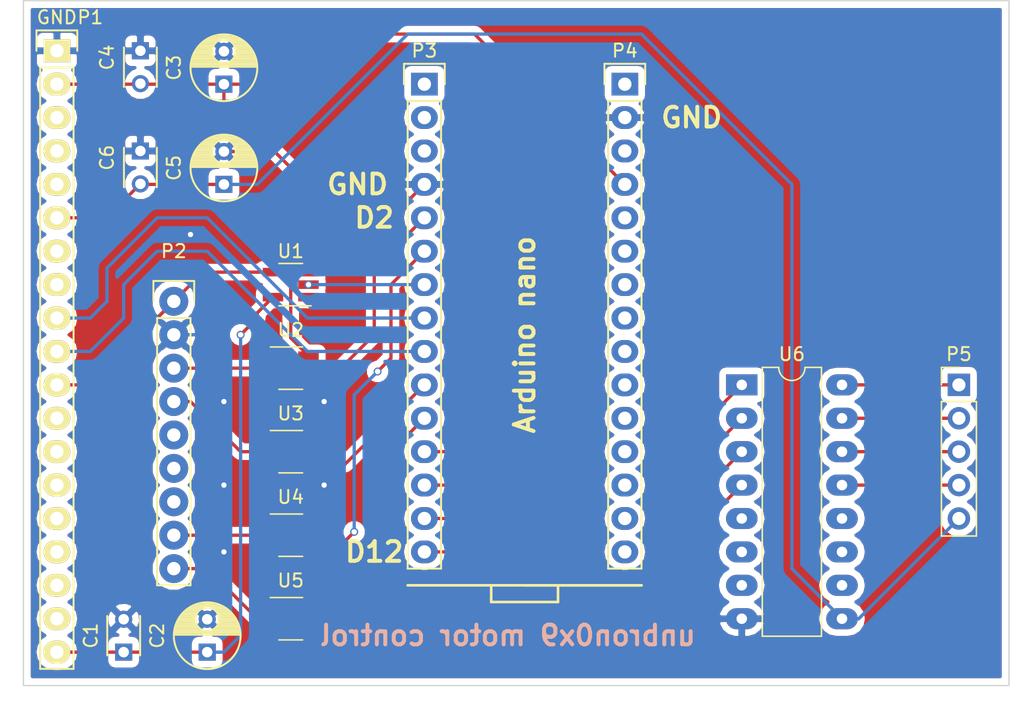
<source format=kicad_pcb>
(kicad_pcb (version 4) (host pcbnew 4.0.7-e2-6376~61~ubuntu18.04.1)

  (general
    (links 50)
    (no_connects 0)
    (area 116.789999 93.929999 191.820001 146.100001)
    (thickness 1.6)
    (drawings 16)
    (tracks 165)
    (zones 0)
    (modules 17)
    (nets 25)
  )

  (page A4)
  (layers
    (0 F.Cu signal)
    (31 B.Cu signal)
    (32 B.Adhes user)
    (33 F.Adhes user)
    (34 B.Paste user)
    (35 F.Paste user)
    (36 B.SilkS user)
    (37 F.SilkS user)
    (38 B.Mask user)
    (39 F.Mask user)
    (40 Dwgs.User user)
    (41 Cmts.User user)
    (42 Eco1.User user)
    (43 Eco2.User user)
    (44 Edge.Cuts user)
    (45 Margin user)
    (46 B.CrtYd user)
    (47 F.CrtYd user)
    (48 B.Fab user)
    (49 F.Fab user)
  )

  (setup
    (last_trace_width 0.25)
    (trace_clearance 0.2)
    (zone_clearance 0.508)
    (zone_45_only no)
    (trace_min 0.2)
    (segment_width 0.2)
    (edge_width 0.1)
    (via_size 0.6)
    (via_drill 0.4)
    (via_min_size 0.4)
    (via_min_drill 0.3)
    (uvia_size 0.3)
    (uvia_drill 0.1)
    (uvias_allowed no)
    (uvia_min_size 0.2)
    (uvia_min_drill 0.1)
    (pcb_text_width 0.3)
    (pcb_text_size 1.5 1.5)
    (mod_edge_width 0.15)
    (mod_text_size 1 1)
    (mod_text_width 0.15)
    (pad_size 1.5 1.5)
    (pad_drill 0.6)
    (pad_to_mask_clearance 0)
    (aux_axis_origin 0 0)
    (visible_elements FFFFFF7F)
    (pcbplotparams
      (layerselection 0x010f0_80000001)
      (usegerberextensions true)
      (excludeedgelayer true)
      (linewidth 0.100000)
      (plotframeref false)
      (viasonmask false)
      (mode 1)
      (useauxorigin false)
      (hpglpennumber 1)
      (hpglpenspeed 20)
      (hpglpendiameter 15)
      (hpglpenoverlay 2)
      (psnegative false)
      (psa4output false)
      (plotreference true)
      (plotvalue true)
      (plotinvisibletext false)
      (padsonsilk false)
      (subtractmaskfromsilk false)
      (outputformat 1)
      (mirror false)
      (drillshape 0)
      (scaleselection 1)
      (outputdirectory ../gerber_seeedstudio/))
  )

  (net 0 "")
  (net 1 "Net-(C1-Pad1)")
  (net 2 GND)
  (net 3 "Net-(C3-Pad1)")
  (net 4 "Net-(C5-Pad1)")
  (net 5 "Net-(P1-Pad9)")
  (net 6 "Net-(P1-Pad10)")
  (net 7 "Net-(P1-Pad11)")
  (net 8 "Net-(P2-Pad3)")
  (net 9 "Net-(P2-Pad4)")
  (net 10 "Net-(P2-Pad8)")
  (net 11 "Net-(P2-Pad9)")
  (net 12 "Net-(P3-Pad5)")
  (net 13 "Net-(P3-Pad6)")
  (net 14 "Net-(P3-Pad7)")
  (net 15 "Net-(P3-Pad10)")
  (net 16 "Net-(P3-Pad11)")
  (net 17 "Net-(P3-Pad12)")
  (net 18 "Net-(P3-Pad13)")
  (net 19 "Net-(P3-Pad14)")
  (net 20 "Net-(P3-Pad15)")
  (net 21 "Net-(P5-Pad1)")
  (net 22 "Net-(P5-Pad2)")
  (net 23 "Net-(P5-Pad3)")
  (net 24 "Net-(P5-Pad4)")

  (net_class Default "This is the default net class."
    (clearance 0.2)
    (trace_width 0.25)
    (via_dia 0.6)
    (via_drill 0.4)
    (uvia_dia 0.3)
    (uvia_drill 0.1)
    (add_net GND)
    (add_net "Net-(C1-Pad1)")
    (add_net "Net-(C3-Pad1)")
    (add_net "Net-(C5-Pad1)")
    (add_net "Net-(P1-Pad10)")
    (add_net "Net-(P1-Pad11)")
    (add_net "Net-(P1-Pad9)")
    (add_net "Net-(P2-Pad3)")
    (add_net "Net-(P2-Pad4)")
    (add_net "Net-(P2-Pad8)")
    (add_net "Net-(P2-Pad9)")
    (add_net "Net-(P3-Pad10)")
    (add_net "Net-(P3-Pad11)")
    (add_net "Net-(P3-Pad12)")
    (add_net "Net-(P3-Pad13)")
    (add_net "Net-(P3-Pad14)")
    (add_net "Net-(P3-Pad15)")
    (add_net "Net-(P3-Pad5)")
    (add_net "Net-(P3-Pad6)")
    (add_net "Net-(P3-Pad7)")
    (add_net "Net-(P5-Pad1)")
    (add_net "Net-(P5-Pad2)")
    (add_net "Net-(P5-Pad3)")
    (add_net "Net-(P5-Pad4)")
  )

  (module C_small_TH_echopen (layer F.Cu) (tedit 58406A4B) (tstamp 5E7C4746)
    (at 124.46 143.51 90)
    (descr "Capacitor 3mm Disc, Pitch 2.5mm")
    (tags Capacitor)
    (path /58ECF3F6)
    (attr smd)
    (fp_text reference C1 (at 1.25 -2.5 90) (layer F.SilkS)
      (effects (font (size 1 1) (thickness 0.15)))
    )
    (fp_text value 47n (at 1.25 2.5 90) (layer F.Fab)
      (effects (font (size 1 1) (thickness 0.15)))
    )
    (fp_line (start -0.9 -1.5) (end 3.4 -1.5) (layer F.CrtYd) (width 0.05))
    (fp_line (start 3.4 -1.5) (end 3.4 1.5) (layer F.CrtYd) (width 0.05))
    (fp_line (start 3.4 1.5) (end -0.9 1.5) (layer F.CrtYd) (width 0.05))
    (fp_line (start -0.9 1.5) (end -0.9 -1.5) (layer F.CrtYd) (width 0.05))
    (fp_line (start -0.25 -1.25) (end 2.75 -1.25) (layer F.SilkS) (width 0.15))
    (fp_line (start 2.75 1.25) (end -0.25 1.25) (layer F.SilkS) (width 0.15))
    (pad 1 thru_hole rect (at 0 0 90) (size 1.3 1.3) (drill 0.8) (layers *.Cu *.Mask)
      (net 1 "Net-(C1-Pad1)"))
    (pad 2 thru_hole circle (at 2.5 0 90) (size 1.3 1.3) (drill 0.8001) (layers *.Cu *.Mask)
      (net 2 GND))
    (model Capacitors_THT.3dshapes/C_Disc_D3.0mm_W1.6mm_P2.50mm.wrl
      (at (xyz 0 0 0))
      (scale (xyz 1 1 1))
      (rotate (xyz 0 0 0))
    )
  )

  (module Echopen:C_small_TH_echopen (layer F.Cu) (tedit 5E45CF17) (tstamp 5E7C47D6)
    (at 125.73 105.41 270)
    (descr "Capacitor 3mm Disc, Pitch 2.5mm")
    (tags Capacitor)
    (path /585A7F7C)
    (attr smd)
    (fp_text reference C6 (at 0.508 2.54 270) (layer F.SilkS)
      (effects (font (size 1 1) (thickness 0.15)))
    )
    (fp_text value 100n (at 1.25 2.5 270) (layer F.Fab)
      (effects (font (size 1 1) (thickness 0.15)))
    )
    (fp_line (start -0.9 -1.5) (end 3.4 -1.5) (layer F.CrtYd) (width 0.05))
    (fp_line (start 3.4 -1.5) (end 3.4 1.5) (layer F.CrtYd) (width 0.05))
    (fp_line (start 3.4 1.5) (end -0.9 1.5) (layer F.CrtYd) (width 0.05))
    (fp_line (start -0.9 1.5) (end -0.9 -1.5) (layer F.CrtYd) (width 0.05))
    (fp_line (start -0.25 -1.25) (end 2.75 -1.25) (layer F.SilkS) (width 0.15))
    (fp_line (start 2.75 1.25) (end -0.25 1.25) (layer F.SilkS) (width 0.15))
    (pad 1 thru_hole rect (at 0 0 270) (size 1.3 1.3) (drill 0.8) (layers *.Cu *.Mask)
      (net 2 GND))
    (pad 2 thru_hole circle (at 2.5 0 270) (size 1.3 1.3) (drill 0.8001) (layers *.Cu *.Mask)
      (net 4 "Net-(C5-Pad1)"))
    (model Capacitors_THT.3dshapes/C_Disc_D3.0mm_W1.6mm_P2.50mm.wrl
      (at (xyz 0 0 0))
      (scale (xyz 1 1 1))
      (rotate (xyz 0 0 0))
    )
  )

  (module Echopen:C_small_TH_echopen (layer F.Cu) (tedit 5E45CF09) (tstamp 5E7C47A2)
    (at 125.73 97.79 270)
    (descr "Capacitor 3mm Disc, Pitch 2.5mm")
    (tags Capacitor)
    (path /585A5FAE)
    (attr smd)
    (fp_text reference C4 (at 0.508 2.54 270) (layer F.SilkS)
      (effects (font (size 1 1) (thickness 0.15)))
    )
    (fp_text value 100n (at 1.25 2.5 270) (layer F.Fab)
      (effects (font (size 1 1) (thickness 0.15)))
    )
    (fp_line (start -0.9 -1.5) (end 3.4 -1.5) (layer F.CrtYd) (width 0.05))
    (fp_line (start 3.4 -1.5) (end 3.4 1.5) (layer F.CrtYd) (width 0.05))
    (fp_line (start 3.4 1.5) (end -0.9 1.5) (layer F.CrtYd) (width 0.05))
    (fp_line (start -0.9 1.5) (end -0.9 -1.5) (layer F.CrtYd) (width 0.05))
    (fp_line (start -0.25 -1.25) (end 2.75 -1.25) (layer F.SilkS) (width 0.15))
    (fp_line (start 2.75 1.25) (end -0.25 1.25) (layer F.SilkS) (width 0.15))
    (pad 1 thru_hole rect (at 0 0 270) (size 1.3 1.3) (drill 0.8) (layers *.Cu *.Mask)
      (net 2 GND))
    (pad 2 thru_hole circle (at 2.5 0 270) (size 1.3 1.3) (drill 0.8001) (layers *.Cu *.Mask)
      (net 3 "Net-(C3-Pad1)"))
    (model Capacitors_THT.3dshapes/C_Disc_D3.0mm_W1.6mm_P2.50mm.wrl
      (at (xyz 0 0 0))
      (scale (xyz 1 1 1))
      (rotate (xyz 0 0 0))
    )
  )

  (module Echopen:CP_small_TH_echopen (layer F.Cu) (tedit 584056D1) (tstamp 5E7C476E)
    (at 130.81 143.51 90)
    (descr "Radial Electrolytic Capacitor Diameter 5mm x Length 6mm, Pitch 2.5mm")
    (tags "Electrolytic Capacitor")
    (path /58ECF1A9)
    (attr smd)
    (fp_text reference C2 (at 1.25 -3.8 90) (layer F.SilkS)
      (effects (font (size 1 1) (thickness 0.15)))
    )
    (fp_text value 10u (at 1.25 3.8 90) (layer F.Fab)
      (effects (font (size 1 1) (thickness 0.15)))
    )
    (fp_line (start 1.325 -2.499) (end 1.325 2.499) (layer F.SilkS) (width 0.15))
    (fp_line (start 1.465 -2.491) (end 1.465 2.491) (layer F.SilkS) (width 0.15))
    (fp_line (start 1.605 -2.475) (end 1.605 -0.095) (layer F.SilkS) (width 0.15))
    (fp_line (start 1.605 0.095) (end 1.605 2.475) (layer F.SilkS) (width 0.15))
    (fp_line (start 1.745 -2.451) (end 1.745 -0.49) (layer F.SilkS) (width 0.15))
    (fp_line (start 1.745 0.49) (end 1.745 2.451) (layer F.SilkS) (width 0.15))
    (fp_line (start 1.885 -2.418) (end 1.885 -0.657) (layer F.SilkS) (width 0.15))
    (fp_line (start 1.885 0.657) (end 1.885 2.418) (layer F.SilkS) (width 0.15))
    (fp_line (start 2.025 -2.377) (end 2.025 -0.764) (layer F.SilkS) (width 0.15))
    (fp_line (start 2.025 0.764) (end 2.025 2.377) (layer F.SilkS) (width 0.15))
    (fp_line (start 2.165 -2.327) (end 2.165 -0.835) (layer F.SilkS) (width 0.15))
    (fp_line (start 2.165 0.835) (end 2.165 2.327) (layer F.SilkS) (width 0.15))
    (fp_line (start 2.305 -2.266) (end 2.305 -0.879) (layer F.SilkS) (width 0.15))
    (fp_line (start 2.305 0.879) (end 2.305 2.266) (layer F.SilkS) (width 0.15))
    (fp_line (start 2.445 -2.196) (end 2.445 -0.898) (layer F.SilkS) (width 0.15))
    (fp_line (start 2.445 0.898) (end 2.445 2.196) (layer F.SilkS) (width 0.15))
    (fp_line (start 2.585 -2.114) (end 2.585 -0.896) (layer F.SilkS) (width 0.15))
    (fp_line (start 2.585 0.896) (end 2.585 2.114) (layer F.SilkS) (width 0.15))
    (fp_line (start 2.725 -2.019) (end 2.725 -0.871) (layer F.SilkS) (width 0.15))
    (fp_line (start 2.725 0.871) (end 2.725 2.019) (layer F.SilkS) (width 0.15))
    (fp_line (start 2.865 -1.908) (end 2.865 -0.823) (layer F.SilkS) (width 0.15))
    (fp_line (start 2.865 0.823) (end 2.865 1.908) (layer F.SilkS) (width 0.15))
    (fp_line (start 3.005 -1.78) (end 3.005 -0.745) (layer F.SilkS) (width 0.15))
    (fp_line (start 3.005 0.745) (end 3.005 1.78) (layer F.SilkS) (width 0.15))
    (fp_line (start 3.145 -1.631) (end 3.145 -0.628) (layer F.SilkS) (width 0.15))
    (fp_line (start 3.145 0.628) (end 3.145 1.631) (layer F.SilkS) (width 0.15))
    (fp_line (start 3.285 -1.452) (end 3.285 -0.44) (layer F.SilkS) (width 0.15))
    (fp_line (start 3.285 0.44) (end 3.285 1.452) (layer F.SilkS) (width 0.15))
    (fp_line (start 3.425 -1.233) (end 3.425 1.233) (layer F.SilkS) (width 0.15))
    (fp_line (start 3.565 -0.944) (end 3.565 0.944) (layer F.SilkS) (width 0.15))
    (fp_line (start 3.705 -0.472) (end 3.705 0.472) (layer F.SilkS) (width 0.15))
    (fp_circle (center 2.5 0) (end 2.5 -0.9) (layer F.SilkS) (width 0.15))
    (fp_circle (center 1.25 0) (end 1.25 -2.5375) (layer F.SilkS) (width 0.15))
    (fp_circle (center 1.25 0) (end 1.25 -2.8) (layer F.CrtYd) (width 0.05))
    (pad 1 thru_hole rect (at 0 0 90) (size 1.3 1.3) (drill 0.8) (layers *.Cu *.Mask)
      (net 1 "Net-(C1-Pad1)"))
    (pad 2 thru_hole circle (at 2.5 0 90) (size 1.3 1.3) (drill 0.8) (layers *.Cu *.Mask)
      (net 2 GND))
    (model Capacitors_THT.3dshapes/CP_Radial_D5.0mm_P2.50mm.wrl
      (at (xyz 0 0 0))
      (scale (xyz 1 1 1))
      (rotate (xyz 0 0 0))
    )
  )

  (module Echopen:CP_small_TH_echopen (layer F.Cu) (tedit 584056D1) (tstamp 5E7C47CA)
    (at 132.08 107.95 90)
    (descr "Radial Electrolytic Capacitor Diameter 5mm x Length 6mm, Pitch 2.5mm")
    (tags "Electrolytic Capacitor")
    (path /585A7EE8)
    (attr smd)
    (fp_text reference C5 (at 1.25 -3.8 90) (layer F.SilkS)
      (effects (font (size 1 1) (thickness 0.15)))
    )
    (fp_text value 100u (at 1.25 3.8 90) (layer F.Fab)
      (effects (font (size 1 1) (thickness 0.15)))
    )
    (fp_line (start 1.325 -2.499) (end 1.325 2.499) (layer F.SilkS) (width 0.15))
    (fp_line (start 1.465 -2.491) (end 1.465 2.491) (layer F.SilkS) (width 0.15))
    (fp_line (start 1.605 -2.475) (end 1.605 -0.095) (layer F.SilkS) (width 0.15))
    (fp_line (start 1.605 0.095) (end 1.605 2.475) (layer F.SilkS) (width 0.15))
    (fp_line (start 1.745 -2.451) (end 1.745 -0.49) (layer F.SilkS) (width 0.15))
    (fp_line (start 1.745 0.49) (end 1.745 2.451) (layer F.SilkS) (width 0.15))
    (fp_line (start 1.885 -2.418) (end 1.885 -0.657) (layer F.SilkS) (width 0.15))
    (fp_line (start 1.885 0.657) (end 1.885 2.418) (layer F.SilkS) (width 0.15))
    (fp_line (start 2.025 -2.377) (end 2.025 -0.764) (layer F.SilkS) (width 0.15))
    (fp_line (start 2.025 0.764) (end 2.025 2.377) (layer F.SilkS) (width 0.15))
    (fp_line (start 2.165 -2.327) (end 2.165 -0.835) (layer F.SilkS) (width 0.15))
    (fp_line (start 2.165 0.835) (end 2.165 2.327) (layer F.SilkS) (width 0.15))
    (fp_line (start 2.305 -2.266) (end 2.305 -0.879) (layer F.SilkS) (width 0.15))
    (fp_line (start 2.305 0.879) (end 2.305 2.266) (layer F.SilkS) (width 0.15))
    (fp_line (start 2.445 -2.196) (end 2.445 -0.898) (layer F.SilkS) (width 0.15))
    (fp_line (start 2.445 0.898) (end 2.445 2.196) (layer F.SilkS) (width 0.15))
    (fp_line (start 2.585 -2.114) (end 2.585 -0.896) (layer F.SilkS) (width 0.15))
    (fp_line (start 2.585 0.896) (end 2.585 2.114) (layer F.SilkS) (width 0.15))
    (fp_line (start 2.725 -2.019) (end 2.725 -0.871) (layer F.SilkS) (width 0.15))
    (fp_line (start 2.725 0.871) (end 2.725 2.019) (layer F.SilkS) (width 0.15))
    (fp_line (start 2.865 -1.908) (end 2.865 -0.823) (layer F.SilkS) (width 0.15))
    (fp_line (start 2.865 0.823) (end 2.865 1.908) (layer F.SilkS) (width 0.15))
    (fp_line (start 3.005 -1.78) (end 3.005 -0.745) (layer F.SilkS) (width 0.15))
    (fp_line (start 3.005 0.745) (end 3.005 1.78) (layer F.SilkS) (width 0.15))
    (fp_line (start 3.145 -1.631) (end 3.145 -0.628) (layer F.SilkS) (width 0.15))
    (fp_line (start 3.145 0.628) (end 3.145 1.631) (layer F.SilkS) (width 0.15))
    (fp_line (start 3.285 -1.452) (end 3.285 -0.44) (layer F.SilkS) (width 0.15))
    (fp_line (start 3.285 0.44) (end 3.285 1.452) (layer F.SilkS) (width 0.15))
    (fp_line (start 3.425 -1.233) (end 3.425 1.233) (layer F.SilkS) (width 0.15))
    (fp_line (start 3.565 -0.944) (end 3.565 0.944) (layer F.SilkS) (width 0.15))
    (fp_line (start 3.705 -0.472) (end 3.705 0.472) (layer F.SilkS) (width 0.15))
    (fp_circle (center 2.5 0) (end 2.5 -0.9) (layer F.SilkS) (width 0.15))
    (fp_circle (center 1.25 0) (end 1.25 -2.5375) (layer F.SilkS) (width 0.15))
    (fp_circle (center 1.25 0) (end 1.25 -2.8) (layer F.CrtYd) (width 0.05))
    (pad 1 thru_hole rect (at 0 0 90) (size 1.3 1.3) (drill 0.8) (layers *.Cu *.Mask)
      (net 4 "Net-(C5-Pad1)"))
    (pad 2 thru_hole circle (at 2.5 0 90) (size 1.3 1.3) (drill 0.8) (layers *.Cu *.Mask)
      (net 2 GND))
    (model Capacitors_THT.3dshapes/CP_Radial_D5.0mm_P2.50mm.wrl
      (at (xyz 0 0 0))
      (scale (xyz 1 1 1))
      (rotate (xyz 0 0 0))
    )
  )

  (module CP_small_TH_echopen (layer F.Cu) (tedit 584056D1) (tstamp 5E7C4796)
    (at 132.08 100.33 90)
    (descr "Radial Electrolytic Capacitor Diameter 5mm x Length 6mm, Pitch 2.5mm")
    (tags "Electrolytic Capacitor")
    (path /585A5F3A)
    (attr smd)
    (fp_text reference C3 (at 1.25 -3.8 90) (layer F.SilkS)
      (effects (font (size 1 1) (thickness 0.15)))
    )
    (fp_text value 10u (at 1.25 3.8 90) (layer F.Fab)
      (effects (font (size 1 1) (thickness 0.15)))
    )
    (fp_line (start 1.325 -2.499) (end 1.325 2.499) (layer F.SilkS) (width 0.15))
    (fp_line (start 1.465 -2.491) (end 1.465 2.491) (layer F.SilkS) (width 0.15))
    (fp_line (start 1.605 -2.475) (end 1.605 -0.095) (layer F.SilkS) (width 0.15))
    (fp_line (start 1.605 0.095) (end 1.605 2.475) (layer F.SilkS) (width 0.15))
    (fp_line (start 1.745 -2.451) (end 1.745 -0.49) (layer F.SilkS) (width 0.15))
    (fp_line (start 1.745 0.49) (end 1.745 2.451) (layer F.SilkS) (width 0.15))
    (fp_line (start 1.885 -2.418) (end 1.885 -0.657) (layer F.SilkS) (width 0.15))
    (fp_line (start 1.885 0.657) (end 1.885 2.418) (layer F.SilkS) (width 0.15))
    (fp_line (start 2.025 -2.377) (end 2.025 -0.764) (layer F.SilkS) (width 0.15))
    (fp_line (start 2.025 0.764) (end 2.025 2.377) (layer F.SilkS) (width 0.15))
    (fp_line (start 2.165 -2.327) (end 2.165 -0.835) (layer F.SilkS) (width 0.15))
    (fp_line (start 2.165 0.835) (end 2.165 2.327) (layer F.SilkS) (width 0.15))
    (fp_line (start 2.305 -2.266) (end 2.305 -0.879) (layer F.SilkS) (width 0.15))
    (fp_line (start 2.305 0.879) (end 2.305 2.266) (layer F.SilkS) (width 0.15))
    (fp_line (start 2.445 -2.196) (end 2.445 -0.898) (layer F.SilkS) (width 0.15))
    (fp_line (start 2.445 0.898) (end 2.445 2.196) (layer F.SilkS) (width 0.15))
    (fp_line (start 2.585 -2.114) (end 2.585 -0.896) (layer F.SilkS) (width 0.15))
    (fp_line (start 2.585 0.896) (end 2.585 2.114) (layer F.SilkS) (width 0.15))
    (fp_line (start 2.725 -2.019) (end 2.725 -0.871) (layer F.SilkS) (width 0.15))
    (fp_line (start 2.725 0.871) (end 2.725 2.019) (layer F.SilkS) (width 0.15))
    (fp_line (start 2.865 -1.908) (end 2.865 -0.823) (layer F.SilkS) (width 0.15))
    (fp_line (start 2.865 0.823) (end 2.865 1.908) (layer F.SilkS) (width 0.15))
    (fp_line (start 3.005 -1.78) (end 3.005 -0.745) (layer F.SilkS) (width 0.15))
    (fp_line (start 3.005 0.745) (end 3.005 1.78) (layer F.SilkS) (width 0.15))
    (fp_line (start 3.145 -1.631) (end 3.145 -0.628) (layer F.SilkS) (width 0.15))
    (fp_line (start 3.145 0.628) (end 3.145 1.631) (layer F.SilkS) (width 0.15))
    (fp_line (start 3.285 -1.452) (end 3.285 -0.44) (layer F.SilkS) (width 0.15))
    (fp_line (start 3.285 0.44) (end 3.285 1.452) (layer F.SilkS) (width 0.15))
    (fp_line (start 3.425 -1.233) (end 3.425 1.233) (layer F.SilkS) (width 0.15))
    (fp_line (start 3.565 -0.944) (end 3.565 0.944) (layer F.SilkS) (width 0.15))
    (fp_line (start 3.705 -0.472) (end 3.705 0.472) (layer F.SilkS) (width 0.15))
    (fp_circle (center 2.5 0) (end 2.5 -0.9) (layer F.SilkS) (width 0.15))
    (fp_circle (center 1.25 0) (end 1.25 -2.5375) (layer F.SilkS) (width 0.15))
    (fp_circle (center 1.25 0) (end 1.25 -2.8) (layer F.CrtYd) (width 0.05))
    (pad 1 thru_hole rect (at 0 0 90) (size 1.3 1.3) (drill 0.8) (layers *.Cu *.Mask)
      (net 3 "Net-(C3-Pad1)"))
    (pad 2 thru_hole circle (at 2.5 0 90) (size 1.3 1.3) (drill 0.8) (layers *.Cu *.Mask)
      (net 2 GND))
    (model Capacitors_THT.3dshapes/CP_Radial_D5.0mm_P2.50mm.wrl
      (at (xyz 0 0 0))
      (scale (xyz 1 1 1))
      (rotate (xyz 0 0 0))
    )
  )

  (module Header_pin_angled_1x19_v2 (layer F.Cu) (tedit 5E42851F) (tstamp 5E7C47F9)
    (at 119.38 120.65)
    (descr "Through hole socket strip")
    (tags "socket strip")
    (path /585A5EA2)
    (attr smd)
    (fp_text reference P1 (at 2.54 -25.4) (layer F.SilkS)
      (effects (font (size 1 1) (thickness 0.15)))
    )
    (fp_text value CONN_01X19 (at 0.635 26.035) (layer F.Fab)
      (effects (font (size 1 1) (thickness 0.15)))
    )
    (fp_text user GND (at 0 -25.4) (layer F.SilkS)
      (effects (font (size 1 1) (thickness 0.15)))
    )
    (fp_line (start 1.75 -24.61) (end -1.75 -24.61) (layer F.CrtYd) (width 0.05))
    (fp_line (start 1.75 24.64) (end -1.75 24.64) (layer F.CrtYd) (width 0.05))
    (fp_line (start 1.75 -24.61) (end 1.75 24.64) (layer F.CrtYd) (width 0.05))
    (fp_line (start -1.75 -24.61) (end -1.75 24.64) (layer F.CrtYd) (width 0.05))
    (fp_line (start -1.27 -21.59) (end -1.27 24.13) (layer F.SilkS) (width 0.15))
    (fp_line (start -1.27 24.13) (end 1.27 24.13) (layer F.SilkS) (width 0.15))
    (fp_line (start 1.27 24.13) (end 1.27 -21.59) (layer F.SilkS) (width 0.15))
    (fp_line (start -1.55 -24.41) (end -1.55 -22.86) (layer F.SilkS) (width 0.15))
    (fp_line (start -1.27 -21.59) (end 1.27 -21.59) (layer F.SilkS) (width 0.15))
    (fp_line (start 1.55 -22.86) (end 1.55 -24.41) (layer F.SilkS) (width 0.15))
    (fp_line (start 1.55 -24.41) (end -1.55 -24.41) (layer F.SilkS) (width 0.15))
    (pad 1 thru_hole rect (at 0 -22.86 270) (size 1.7272 2.032) (drill 1.016) (layers *.Cu *.Mask F.SilkS)
      (net 2 GND))
    (pad 2 thru_hole oval (at 0 -20.32 270) (size 1.7272 2.032) (drill 1.016) (layers *.Cu *.Mask F.SilkS)
      (net 3 "Net-(C3-Pad1)"))
    (pad 3 thru_hole oval (at 0 -17.78 270) (size 1.7272 2.032) (drill 1.016) (layers *.Cu *.Mask F.SilkS))
    (pad 4 thru_hole oval (at 0 -15.24 270) (size 1.7272 2.032) (drill 1.016) (layers *.Cu *.Mask F.SilkS))
    (pad 5 thru_hole oval (at 0 -12.7 270) (size 1.7272 2.032) (drill 1.016) (layers *.Cu *.Mask F.SilkS))
    (pad 6 thru_hole oval (at 0 -10.16 270) (size 1.7272 2.032) (drill 1.016) (layers *.Cu *.Mask F.SilkS)
      (net 4 "Net-(C5-Pad1)"))
    (pad 7 thru_hole oval (at 0 -7.62 270) (size 1.7272 2.032) (drill 1.016) (layers *.Cu *.Mask F.SilkS))
    (pad 8 thru_hole oval (at 0 -5.08 270) (size 1.7272 2.032) (drill 1.016) (layers *.Cu *.Mask F.SilkS))
    (pad 9 thru_hole oval (at 0 -2.54 270) (size 1.7272 2.032) (drill 1.016) (layers *.Cu *.Mask F.SilkS)
      (net 5 "Net-(P1-Pad9)"))
    (pad 10 thru_hole oval (at 0 0 270) (size 1.7272 2.032) (drill 1.016) (layers *.Cu *.Mask F.SilkS)
      (net 6 "Net-(P1-Pad10)"))
    (pad 11 thru_hole oval (at 0 2.54 270) (size 1.7272 2.032) (drill 1.016) (layers *.Cu *.Mask F.SilkS)
      (net 7 "Net-(P1-Pad11)"))
    (pad 12 thru_hole oval (at 0 5.08 270) (size 1.7272 2.032) (drill 1.016) (layers *.Cu *.Mask F.SilkS))
    (pad 13 thru_hole oval (at 0 7.62 270) (size 1.7272 2.032) (drill 1.016) (layers *.Cu *.Mask F.SilkS))
    (pad 14 thru_hole oval (at 0 10.16 270) (size 1.7272 2.032) (drill 1.016) (layers *.Cu *.Mask F.SilkS))
    (pad 15 thru_hole oval (at 0 12.7 270) (size 1.7272 2.032) (drill 1.016) (layers *.Cu *.Mask F.SilkS))
    (pad 16 thru_hole oval (at 0 15.24 270) (size 1.7272 2.032) (drill 1.016) (layers *.Cu *.Mask F.SilkS))
    (pad 17 thru_hole oval (at 0 17.78 270) (size 1.7272 2.032) (drill 1.016) (layers *.Cu *.Mask F.SilkS))
    (pad 18 thru_hole oval (at 0 20.32 270) (size 1.7272 2.032) (drill 1.016) (layers *.Cu *.Mask F.SilkS))
    (pad 19 thru_hole oval (at 0 22.86 270) (size 1.7272 2.032) (drill 1.016) (layers *.Cu *.Mask F.SilkS)
      (net 1 "Net-(C1-Pad1)"))
    (model Pin_Headers.3dshapes/Pin_Header_Angled_1x19_Pitch2.54mm.wrl
      (at (xyz 0 -0.9 0))
      (scale (xyz 1 1 1))
      (rotate (xyz 0 0 180))
    )
  )

  (module Echopen:Socket_1x09 (layer F.Cu) (tedit 5E41F6C2) (tstamp 5E7C4811)
    (at 128.27 116.84 270)
    (descr "Through hole socket strip")
    (tags "socket strip")
    (path /58825882)
    (fp_text reference P2 (at -3.81 0 360) (layer F.SilkS)
      (effects (font (size 1 1) (thickness 0.15)))
    )
    (fp_text value CONN_01X09 (at 0 -3.1 270) (layer F.Fab)
      (effects (font (size 1 1) (thickness 0.15)))
    )
    (fp_line (start -1.75 -1.75) (end -1.75 1.75) (layer F.CrtYd) (width 0.05))
    (fp_line (start 22.1 -1.75) (end 22.1 1.75) (layer F.CrtYd) (width 0.05))
    (fp_line (start -1.75 -1.75) (end 22.1 -1.75) (layer F.CrtYd) (width 0.05))
    (fp_line (start -1.75 1.75) (end 22.1 1.75) (layer F.CrtYd) (width 0.05))
    (fp_line (start 1.27 1.27) (end 21.59 1.27) (layer F.SilkS) (width 0.15))
    (fp_line (start 21.59 1.27) (end 21.59 -1.27) (layer F.SilkS) (width 0.15))
    (fp_line (start 21.59 -1.27) (end 1.27 -1.27) (layer F.SilkS) (width 0.15))
    (fp_line (start -1.55 1.55) (end 0 1.55) (layer F.SilkS) (width 0.15))
    (fp_line (start 1.27 1.27) (end 1.27 -1.27) (layer F.SilkS) (width 0.15))
    (fp_line (start 0 -1.55) (end -1.55 -1.55) (layer F.SilkS) (width 0.15))
    (fp_line (start -1.55 -1.55) (end -1.55 1.55) (layer F.SilkS) (width 0.15))
    (pad 1 thru_hole circle (at 0 0 270) (size 2.2 2.2) (drill 1.016) (layers *.Cu *.Mask)
      (net 7 "Net-(P1-Pad11)"))
    (pad 2 thru_hole circle (at 2.54 0 270) (size 2.2 2.2) (drill 1.016) (layers *.Cu *.Mask)
      (net 2 GND))
    (pad 3 thru_hole circle (at 5.08 0 270) (size 2.2 2.2) (drill 1.016) (layers *.Cu *.Mask)
      (net 8 "Net-(P2-Pad3)"))
    (pad 4 thru_hole circle (at 7.62 0 270) (size 2.2 2.2) (drill 1.016) (layers *.Cu *.Mask)
      (net 9 "Net-(P2-Pad4)"))
    (pad 5 thru_hole circle (at 10.16 0 270) (size 2.2 2.2) (drill 1.016) (layers *.Cu *.Mask))
    (pad 6 thru_hole circle (at 12.7 0 270) (size 2.2 2.2) (drill 1.016) (layers *.Cu *.Mask))
    (pad 7 thru_hole circle (at 15.24 0 270) (size 2.2 2.2) (drill 1.016) (layers *.Cu *.Mask))
    (pad 8 thru_hole circle (at 17.78 0 270) (size 2.2 2.2) (drill 1.016) (layers *.Cu *.Mask)
      (net 10 "Net-(P2-Pad8)"))
    (pad 9 thru_hole circle (at 20.32 0 270) (size 2.2 2.2) (drill 1.016) (layers *.Cu *.Mask)
      (net 11 "Net-(P2-Pad9)"))
    (model Socket_Strips.3dshapes/Socket_Strip_Straight_1x09.wrl
      (at (xyz 0.4 0 0))
      (scale (xyz 1 1 1))
      (rotate (xyz 0 0 180))
    )
    (model Socket_Strips.3dshapes/Socket_Strip_Straight_1x09_Pitch2.54mm.wrl
      (at (xyz 0.4 0 0))
      (scale (xyz 1 1 1))
      (rotate (xyz 0 0 0))
    )
  )

  (module Echopen:Pin_Header_Straight_1x15 (layer F.Cu) (tedit 58EDF070) (tstamp 5E7C482F)
    (at 147.32 100.33)
    (descr "Through hole pin header")
    (tags "pin header")
    (path /585A818D)
    (attr smd)
    (fp_text reference P3 (at 0 -2.54) (layer F.SilkS)
      (effects (font (size 1 1) (thickness 0.15)))
    )
    (fp_text value CONN_01X15 (at 0 -3.81) (layer F.Fab)
      (effects (font (size 1 1) (thickness 0.15)))
    )
    (fp_line (start -1.75 -1.75) (end -1.75 37.35) (layer F.CrtYd) (width 0.05))
    (fp_line (start 1.75 -1.75) (end 1.75 37.35) (layer F.CrtYd) (width 0.05))
    (fp_line (start -1.75 -1.75) (end 1.75 -1.75) (layer F.CrtYd) (width 0.05))
    (fp_line (start -1.75 37.35) (end 1.75 37.35) (layer F.CrtYd) (width 0.05))
    (fp_line (start -1.27 1.27) (end -1.27 36.83) (layer F.SilkS) (width 0.15))
    (fp_line (start -1.27 36.83) (end 1.27 36.83) (layer F.SilkS) (width 0.15))
    (fp_line (start 1.27 36.83) (end 1.27 1.27) (layer F.SilkS) (width 0.15))
    (fp_line (start 1.55 -1.55) (end 1.55 0) (layer F.SilkS) (width 0.15))
    (fp_line (start 1.27 1.27) (end -1.27 1.27) (layer F.SilkS) (width 0.15))
    (fp_line (start -1.55 0) (end -1.55 -1.55) (layer F.SilkS) (width 0.15))
    (fp_line (start -1.55 -1.55) (end 1.55 -1.55) (layer F.SilkS) (width 0.15))
    (pad 1 thru_hole rect (at 0 0) (size 2.032 1.7272) (drill 1.016) (layers *.Cu *.Mask))
    (pad 2 thru_hole oval (at 0 2.54) (size 2.032 1.7272) (drill 1.016) (layers *.Cu *.Mask))
    (pad 3 thru_hole oval (at 0 5.08) (size 2.032 1.7272) (drill 1.016) (layers *.Cu *.Mask))
    (pad 4 thru_hole oval (at 0 7.62) (size 2.032 1.7272) (drill 1.016) (layers *.Cu *.Mask)
      (net 2 GND))
    (pad 5 thru_hole oval (at 0 10.16) (size 2.032 1.7272) (drill 1.016) (layers *.Cu *.Mask)
      (net 12 "Net-(P3-Pad5)"))
    (pad 6 thru_hole oval (at 0 12.7) (size 2.032 1.7272) (drill 1.016) (layers *.Cu *.Mask)
      (net 13 "Net-(P3-Pad6)"))
    (pad 7 thru_hole oval (at 0 15.24) (size 2.032 1.7272) (drill 1.016) (layers *.Cu *.Mask)
      (net 14 "Net-(P3-Pad7)"))
    (pad 8 thru_hole oval (at 0 17.78) (size 2.032 1.7272) (drill 1.016) (layers *.Cu *.Mask)
      (net 5 "Net-(P1-Pad9)"))
    (pad 9 thru_hole oval (at 0 20.32) (size 2.032 1.7272) (drill 1.016) (layers *.Cu *.Mask)
      (net 6 "Net-(P1-Pad10)"))
    (pad 10 thru_hole oval (at 0 22.86) (size 2.032 1.7272) (drill 1.016) (layers *.Cu *.Mask)
      (net 15 "Net-(P3-Pad10)"))
    (pad 11 thru_hole oval (at 0 25.4) (size 2.032 1.7272) (drill 1.016) (layers *.Cu *.Mask)
      (net 16 "Net-(P3-Pad11)"))
    (pad 12 thru_hole oval (at 0 27.94) (size 2.032 1.7272) (drill 1.016) (layers *.Cu *.Mask)
      (net 17 "Net-(P3-Pad12)"))
    (pad 13 thru_hole oval (at 0 30.48) (size 2.032 1.7272) (drill 1.016) (layers *.Cu *.Mask)
      (net 18 "Net-(P3-Pad13)"))
    (pad 14 thru_hole oval (at 0 33.02) (size 2.032 1.7272) (drill 1.016) (layers *.Cu *.Mask)
      (net 19 "Net-(P3-Pad14)"))
    (pad 15 thru_hole oval (at 0 35.56) (size 2.032 1.7272) (drill 1.016) (layers *.Cu *.Mask)
      (net 20 "Net-(P3-Pad15)"))
    (model Socket_Strips.3dshapes/Socket_Strip_Straight_1x15.wrl
      (at (xyz 0 -0.7 0))
      (scale (xyz 1 1 1))
      (rotate (xyz 0 0 90))
    )
    (model Socket_Strips.3dshapes/Socket_Strip_Straight_1x15_Pitch2.54mm.wrl
      (at (xyz 0 -0.7 0))
      (scale (xyz 1 1 1))
      (rotate (xyz 0 0 90))
    )
  )

  (module Echopen:Pin_Header_Straight_1x15 (layer F.Cu) (tedit 58EDF070) (tstamp 5E7C484D)
    (at 162.56 100.33)
    (descr "Through hole pin header")
    (tags "pin header")
    (path /585A81E2)
    (attr smd)
    (fp_text reference P4 (at 0 -2.54) (layer F.SilkS)
      (effects (font (size 1 1) (thickness 0.15)))
    )
    (fp_text value CONN_01X15 (at 0 -3.81) (layer F.Fab)
      (effects (font (size 1 1) (thickness 0.15)))
    )
    (fp_line (start -1.75 -1.75) (end -1.75 37.35) (layer F.CrtYd) (width 0.05))
    (fp_line (start 1.75 -1.75) (end 1.75 37.35) (layer F.CrtYd) (width 0.05))
    (fp_line (start -1.75 -1.75) (end 1.75 -1.75) (layer F.CrtYd) (width 0.05))
    (fp_line (start -1.75 37.35) (end 1.75 37.35) (layer F.CrtYd) (width 0.05))
    (fp_line (start -1.27 1.27) (end -1.27 36.83) (layer F.SilkS) (width 0.15))
    (fp_line (start -1.27 36.83) (end 1.27 36.83) (layer F.SilkS) (width 0.15))
    (fp_line (start 1.27 36.83) (end 1.27 1.27) (layer F.SilkS) (width 0.15))
    (fp_line (start 1.55 -1.55) (end 1.55 0) (layer F.SilkS) (width 0.15))
    (fp_line (start 1.27 1.27) (end -1.27 1.27) (layer F.SilkS) (width 0.15))
    (fp_line (start -1.55 0) (end -1.55 -1.55) (layer F.SilkS) (width 0.15))
    (fp_line (start -1.55 -1.55) (end 1.55 -1.55) (layer F.SilkS) (width 0.15))
    (pad 1 thru_hole rect (at 0 0) (size 2.032 1.7272) (drill 1.016) (layers *.Cu *.Mask))
    (pad 2 thru_hole oval (at 0 2.54) (size 2.032 1.7272) (drill 1.016) (layers *.Cu *.Mask)
      (net 2 GND))
    (pad 3 thru_hole oval (at 0 5.08) (size 2.032 1.7272) (drill 1.016) (layers *.Cu *.Mask))
    (pad 4 thru_hole oval (at 0 7.62) (size 2.032 1.7272) (drill 1.016) (layers *.Cu *.Mask)
      (net 3 "Net-(C3-Pad1)"))
    (pad 5 thru_hole oval (at 0 10.16) (size 2.032 1.7272) (drill 1.016) (layers *.Cu *.Mask))
    (pad 6 thru_hole oval (at 0 12.7) (size 2.032 1.7272) (drill 1.016) (layers *.Cu *.Mask))
    (pad 7 thru_hole oval (at 0 15.24) (size 2.032 1.7272) (drill 1.016) (layers *.Cu *.Mask))
    (pad 8 thru_hole oval (at 0 17.78) (size 2.032 1.7272) (drill 1.016) (layers *.Cu *.Mask))
    (pad 9 thru_hole oval (at 0 20.32) (size 2.032 1.7272) (drill 1.016) (layers *.Cu *.Mask))
    (pad 10 thru_hole oval (at 0 22.86) (size 2.032 1.7272) (drill 1.016) (layers *.Cu *.Mask))
    (pad 11 thru_hole oval (at 0 25.4) (size 2.032 1.7272) (drill 1.016) (layers *.Cu *.Mask))
    (pad 12 thru_hole oval (at 0 27.94) (size 2.032 1.7272) (drill 1.016) (layers *.Cu *.Mask))
    (pad 13 thru_hole oval (at 0 30.48) (size 2.032 1.7272) (drill 1.016) (layers *.Cu *.Mask))
    (pad 14 thru_hole oval (at 0 33.02) (size 2.032 1.7272) (drill 1.016) (layers *.Cu *.Mask))
    (pad 15 thru_hole oval (at 0 35.56) (size 2.032 1.7272) (drill 1.016) (layers *.Cu *.Mask))
    (model Socket_Strips.3dshapes/Socket_Strip_Straight_1x15.wrl
      (at (xyz 0 -0.7 0))
      (scale (xyz 1 1 1))
      (rotate (xyz 0 0 90))
    )
    (model Socket_Strips.3dshapes/Socket_Strip_Straight_1x15_Pitch2.54mm.wrl
      (at (xyz 0 -0.7 0))
      (scale (xyz 1 1 1))
      (rotate (xyz 0 0 90))
    )
  )

  (module TO_SOT_Packages_SMD:SOT-23-5_HandSoldering (layer F.Cu) (tedit 5E41F6DC) (tstamp 5E7C4875)
    (at 137.16 115.57 180)
    (descr "5-pin SOT23 package")
    (tags "SOT-23-5 hand-soldering")
    (path /5E41CF35)
    (attr smd)
    (fp_text reference U1 (at 0 2.54 180) (layer F.SilkS)
      (effects (font (size 1 1) (thickness 0.15)))
    )
    (fp_text value SN74LV1T34 (at 0 2.9 180) (layer F.Fab)
      (effects (font (size 1 1) (thickness 0.15)))
    )
    (fp_text user %R (at 0 0 270) (layer F.Fab)
      (effects (font (size 0.5 0.5) (thickness 0.075)))
    )
    (fp_line (start -0.9 1.61) (end 0.9 1.61) (layer F.SilkS) (width 0.12))
    (fp_line (start 0.9 -1.61) (end -1.55 -1.61) (layer F.SilkS) (width 0.12))
    (fp_line (start -0.9 -0.9) (end -0.25 -1.55) (layer F.Fab) (width 0.1))
    (fp_line (start 0.9 -1.55) (end -0.25 -1.55) (layer F.Fab) (width 0.1))
    (fp_line (start -0.9 -0.9) (end -0.9 1.55) (layer F.Fab) (width 0.1))
    (fp_line (start 0.9 1.55) (end -0.9 1.55) (layer F.Fab) (width 0.1))
    (fp_line (start 0.9 -1.55) (end 0.9 1.55) (layer F.Fab) (width 0.1))
    (fp_line (start -2.38 -1.8) (end 2.38 -1.8) (layer F.CrtYd) (width 0.05))
    (fp_line (start -2.38 -1.8) (end -2.38 1.8) (layer F.CrtYd) (width 0.05))
    (fp_line (start 2.38 1.8) (end 2.38 -1.8) (layer F.CrtYd) (width 0.05))
    (fp_line (start 2.38 1.8) (end -2.38 1.8) (layer F.CrtYd) (width 0.05))
    (pad 1 smd rect (at -1.35 -0.95 180) (size 1.56 0.65) (layers F.Cu F.Paste F.Mask))
    (pad 2 smd rect (at -1.35 0 180) (size 1.56 0.65) (layers F.Cu F.Paste F.Mask)
      (net 14 "Net-(P3-Pad7)"))
    (pad 3 smd rect (at -1.35 0.95 180) (size 1.56 0.65) (layers F.Cu F.Paste F.Mask)
      (net 2 GND))
    (pad 4 smd rect (at 1.35 0.95 180) (size 1.56 0.65) (layers F.Cu F.Paste F.Mask)
      (net 7 "Net-(P1-Pad11)"))
    (pad 5 smd rect (at 1.35 -0.95 180) (size 1.56 0.65) (layers F.Cu F.Paste F.Mask)
      (net 1 "Net-(C1-Pad1)"))
    (model ${KISYS3DMOD}/TO_SOT_Packages_SMD.3dshapes\SOT-23-5.wrl
      (at (xyz 0 0 0))
      (scale (xyz 1 1 1))
      (rotate (xyz 0 0 0))
    )
  )

  (module TO_SOT_Packages_SMD:SOT-23-5_HandSoldering (layer F.Cu) (tedit 58CE4E7E) (tstamp 5E7C488A)
    (at 137.16 121.92)
    (descr "5-pin SOT23 package")
    (tags "SOT-23-5 hand-soldering")
    (path /5E41D94C)
    (attr smd)
    (fp_text reference U2 (at 0 -2.9) (layer F.SilkS)
      (effects (font (size 1 1) (thickness 0.15)))
    )
    (fp_text value SN74LV1T34 (at 0 2.9) (layer F.Fab)
      (effects (font (size 1 1) (thickness 0.15)))
    )
    (fp_text user %R (at 0 0 90) (layer F.Fab)
      (effects (font (size 0.5 0.5) (thickness 0.075)))
    )
    (fp_line (start -0.9 1.61) (end 0.9 1.61) (layer F.SilkS) (width 0.12))
    (fp_line (start 0.9 -1.61) (end -1.55 -1.61) (layer F.SilkS) (width 0.12))
    (fp_line (start -0.9 -0.9) (end -0.25 -1.55) (layer F.Fab) (width 0.1))
    (fp_line (start 0.9 -1.55) (end -0.25 -1.55) (layer F.Fab) (width 0.1))
    (fp_line (start -0.9 -0.9) (end -0.9 1.55) (layer F.Fab) (width 0.1))
    (fp_line (start 0.9 1.55) (end -0.9 1.55) (layer F.Fab) (width 0.1))
    (fp_line (start 0.9 -1.55) (end 0.9 1.55) (layer F.Fab) (width 0.1))
    (fp_line (start -2.38 -1.8) (end 2.38 -1.8) (layer F.CrtYd) (width 0.05))
    (fp_line (start -2.38 -1.8) (end -2.38 1.8) (layer F.CrtYd) (width 0.05))
    (fp_line (start 2.38 1.8) (end 2.38 -1.8) (layer F.CrtYd) (width 0.05))
    (fp_line (start 2.38 1.8) (end -2.38 1.8) (layer F.CrtYd) (width 0.05))
    (pad 1 smd rect (at -1.35 -0.95) (size 1.56 0.65) (layers F.Cu F.Paste F.Mask))
    (pad 2 smd rect (at -1.35 0) (size 1.56 0.65) (layers F.Cu F.Paste F.Mask)
      (net 8 "Net-(P2-Pad3)"))
    (pad 3 smd rect (at -1.35 0.95) (size 1.56 0.65) (layers F.Cu F.Paste F.Mask)
      (net 2 GND))
    (pad 4 smd rect (at 1.35 0.95) (size 1.56 0.65) (layers F.Cu F.Paste F.Mask)
      (net 12 "Net-(P3-Pad5)"))
    (pad 5 smd rect (at 1.35 -0.95) (size 1.56 0.65) (layers F.Cu F.Paste F.Mask)
      (net 3 "Net-(C3-Pad1)"))
    (model ${KISYS3DMOD}/TO_SOT_Packages_SMD.3dshapes\SOT-23-5.wrl
      (at (xyz 0 0 0))
      (scale (xyz 1 1 1))
      (rotate (xyz 0 0 0))
    )
  )

  (module TO_SOT_Packages_SMD:SOT-23-5_HandSoldering (layer F.Cu) (tedit 58CE4E7E) (tstamp 5E7C489F)
    (at 137.16 128.27)
    (descr "5-pin SOT23 package")
    (tags "SOT-23-5 hand-soldering")
    (path /5E41DA46)
    (attr smd)
    (fp_text reference U3 (at 0 -2.9) (layer F.SilkS)
      (effects (font (size 1 1) (thickness 0.15)))
    )
    (fp_text value SN74LV1T34 (at 0 2.9) (layer F.Fab)
      (effects (font (size 1 1) (thickness 0.15)))
    )
    (fp_text user %R (at 0 0 90) (layer F.Fab)
      (effects (font (size 0.5 0.5) (thickness 0.075)))
    )
    (fp_line (start -0.9 1.61) (end 0.9 1.61) (layer F.SilkS) (width 0.12))
    (fp_line (start 0.9 -1.61) (end -1.55 -1.61) (layer F.SilkS) (width 0.12))
    (fp_line (start -0.9 -0.9) (end -0.25 -1.55) (layer F.Fab) (width 0.1))
    (fp_line (start 0.9 -1.55) (end -0.25 -1.55) (layer F.Fab) (width 0.1))
    (fp_line (start -0.9 -0.9) (end -0.9 1.55) (layer F.Fab) (width 0.1))
    (fp_line (start 0.9 1.55) (end -0.9 1.55) (layer F.Fab) (width 0.1))
    (fp_line (start 0.9 -1.55) (end 0.9 1.55) (layer F.Fab) (width 0.1))
    (fp_line (start -2.38 -1.8) (end 2.38 -1.8) (layer F.CrtYd) (width 0.05))
    (fp_line (start -2.38 -1.8) (end -2.38 1.8) (layer F.CrtYd) (width 0.05))
    (fp_line (start 2.38 1.8) (end 2.38 -1.8) (layer F.CrtYd) (width 0.05))
    (fp_line (start 2.38 1.8) (end -2.38 1.8) (layer F.CrtYd) (width 0.05))
    (pad 1 smd rect (at -1.35 -0.95) (size 1.56 0.65) (layers F.Cu F.Paste F.Mask))
    (pad 2 smd rect (at -1.35 0) (size 1.56 0.65) (layers F.Cu F.Paste F.Mask)
      (net 9 "Net-(P2-Pad4)"))
    (pad 3 smd rect (at -1.35 0.95) (size 1.56 0.65) (layers F.Cu F.Paste F.Mask)
      (net 2 GND))
    (pad 4 smd rect (at 1.35 0.95) (size 1.56 0.65) (layers F.Cu F.Paste F.Mask)
      (net 15 "Net-(P3-Pad10)"))
    (pad 5 smd rect (at 1.35 -0.95) (size 1.56 0.65) (layers F.Cu F.Paste F.Mask)
      (net 3 "Net-(C3-Pad1)"))
    (model ${KISYS3DMOD}/TO_SOT_Packages_SMD.3dshapes\SOT-23-5.wrl
      (at (xyz 0 0 0))
      (scale (xyz 1 1 1))
      (rotate (xyz 0 0 0))
    )
  )

  (module TO_SOT_Packages_SMD:SOT-23-5_HandSoldering (layer F.Cu) (tedit 58CE4E7E) (tstamp 5E7C48B4)
    (at 137.16 134.62)
    (descr "5-pin SOT23 package")
    (tags "SOT-23-5 hand-soldering")
    (path /5E41DD68)
    (attr smd)
    (fp_text reference U4 (at 0 -2.9) (layer F.SilkS)
      (effects (font (size 1 1) (thickness 0.15)))
    )
    (fp_text value SN74LV1T34 (at 0 2.9) (layer F.Fab)
      (effects (font (size 1 1) (thickness 0.15)))
    )
    (fp_text user %R (at 0 0 90) (layer F.Fab)
      (effects (font (size 0.5 0.5) (thickness 0.075)))
    )
    (fp_line (start -0.9 1.61) (end 0.9 1.61) (layer F.SilkS) (width 0.12))
    (fp_line (start 0.9 -1.61) (end -1.55 -1.61) (layer F.SilkS) (width 0.12))
    (fp_line (start -0.9 -0.9) (end -0.25 -1.55) (layer F.Fab) (width 0.1))
    (fp_line (start 0.9 -1.55) (end -0.25 -1.55) (layer F.Fab) (width 0.1))
    (fp_line (start -0.9 -0.9) (end -0.9 1.55) (layer F.Fab) (width 0.1))
    (fp_line (start 0.9 1.55) (end -0.9 1.55) (layer F.Fab) (width 0.1))
    (fp_line (start 0.9 -1.55) (end 0.9 1.55) (layer F.Fab) (width 0.1))
    (fp_line (start -2.38 -1.8) (end 2.38 -1.8) (layer F.CrtYd) (width 0.05))
    (fp_line (start -2.38 -1.8) (end -2.38 1.8) (layer F.CrtYd) (width 0.05))
    (fp_line (start 2.38 1.8) (end 2.38 -1.8) (layer F.CrtYd) (width 0.05))
    (fp_line (start 2.38 1.8) (end -2.38 1.8) (layer F.CrtYd) (width 0.05))
    (pad 1 smd rect (at -1.35 -0.95) (size 1.56 0.65) (layers F.Cu F.Paste F.Mask))
    (pad 2 smd rect (at -1.35 0) (size 1.56 0.65) (layers F.Cu F.Paste F.Mask)
      (net 10 "Net-(P2-Pad8)"))
    (pad 3 smd rect (at -1.35 0.95) (size 1.56 0.65) (layers F.Cu F.Paste F.Mask)
      (net 2 GND))
    (pad 4 smd rect (at 1.35 0.95) (size 1.56 0.65) (layers F.Cu F.Paste F.Mask)
      (net 13 "Net-(P3-Pad6)"))
    (pad 5 smd rect (at 1.35 -0.95) (size 1.56 0.65) (layers F.Cu F.Paste F.Mask)
      (net 3 "Net-(C3-Pad1)"))
    (model ${KISYS3DMOD}/TO_SOT_Packages_SMD.3dshapes\SOT-23-5.wrl
      (at (xyz 0 0 0))
      (scale (xyz 1 1 1))
      (rotate (xyz 0 0 0))
    )
  )

  (module TO_SOT_Packages_SMD:SOT-23-5_HandSoldering (layer F.Cu) (tedit 58CE4E7E) (tstamp 5E7C48C9)
    (at 137.16 140.97)
    (descr "5-pin SOT23 package")
    (tags "SOT-23-5 hand-soldering")
    (path /5E42183D)
    (attr smd)
    (fp_text reference U5 (at 0 -2.9) (layer F.SilkS)
      (effects (font (size 1 1) (thickness 0.15)))
    )
    (fp_text value SN74LV1T34 (at 0 2.9) (layer F.Fab)
      (effects (font (size 1 1) (thickness 0.15)))
    )
    (fp_text user %R (at 0 0 90) (layer F.Fab)
      (effects (font (size 0.5 0.5) (thickness 0.075)))
    )
    (fp_line (start -0.9 1.61) (end 0.9 1.61) (layer F.SilkS) (width 0.12))
    (fp_line (start 0.9 -1.61) (end -1.55 -1.61) (layer F.SilkS) (width 0.12))
    (fp_line (start -0.9 -0.9) (end -0.25 -1.55) (layer F.Fab) (width 0.1))
    (fp_line (start 0.9 -1.55) (end -0.25 -1.55) (layer F.Fab) (width 0.1))
    (fp_line (start -0.9 -0.9) (end -0.9 1.55) (layer F.Fab) (width 0.1))
    (fp_line (start 0.9 1.55) (end -0.9 1.55) (layer F.Fab) (width 0.1))
    (fp_line (start 0.9 -1.55) (end 0.9 1.55) (layer F.Fab) (width 0.1))
    (fp_line (start -2.38 -1.8) (end 2.38 -1.8) (layer F.CrtYd) (width 0.05))
    (fp_line (start -2.38 -1.8) (end -2.38 1.8) (layer F.CrtYd) (width 0.05))
    (fp_line (start 2.38 1.8) (end 2.38 -1.8) (layer F.CrtYd) (width 0.05))
    (fp_line (start 2.38 1.8) (end -2.38 1.8) (layer F.CrtYd) (width 0.05))
    (pad 1 smd rect (at -1.35 -0.95) (size 1.56 0.65) (layers F.Cu F.Paste F.Mask))
    (pad 2 smd rect (at -1.35 0) (size 1.56 0.65) (layers F.Cu F.Paste F.Mask)
      (net 11 "Net-(P2-Pad9)"))
    (pad 3 smd rect (at -1.35 0.95) (size 1.56 0.65) (layers F.Cu F.Paste F.Mask)
      (net 2 GND))
    (pad 4 smd rect (at 1.35 0.95) (size 1.56 0.65) (layers F.Cu F.Paste F.Mask)
      (net 16 "Net-(P3-Pad11)"))
    (pad 5 smd rect (at 1.35 -0.95) (size 1.56 0.65) (layers F.Cu F.Paste F.Mask)
      (net 3 "Net-(C3-Pad1)"))
    (model ${KISYS3DMOD}/TO_SOT_Packages_SMD.3dshapes\SOT-23-5.wrl
      (at (xyz 0 0 0))
      (scale (xyz 1 1 1))
      (rotate (xyz 0 0 0))
    )
  )

  (module Housings_DIP:DIP-16_W7.62mm_LongPads (layer F.Cu) (tedit 59C78D6B) (tstamp 5E7C48ED)
    (at 171.45 123.19)
    (descr "16-lead though-hole mounted DIP package, row spacing 7.62 mm (300 mils), LongPads")
    (tags "THT DIP DIL PDIP 2.54mm 7.62mm 300mil LongPads")
    (path /5E434E60)
    (fp_text reference U6 (at 3.81 -2.33) (layer F.SilkS)
      (effects (font (size 1 1) (thickness 0.15)))
    )
    (fp_text value ULN2003_0x9 (at 3.81 20.11) (layer F.Fab)
      (effects (font (size 1 1) (thickness 0.15)))
    )
    (fp_arc (start 3.81 -1.33) (end 2.81 -1.33) (angle -180) (layer F.SilkS) (width 0.12))
    (fp_line (start 1.635 -1.27) (end 6.985 -1.27) (layer F.Fab) (width 0.1))
    (fp_line (start 6.985 -1.27) (end 6.985 19.05) (layer F.Fab) (width 0.1))
    (fp_line (start 6.985 19.05) (end 0.635 19.05) (layer F.Fab) (width 0.1))
    (fp_line (start 0.635 19.05) (end 0.635 -0.27) (layer F.Fab) (width 0.1))
    (fp_line (start 0.635 -0.27) (end 1.635 -1.27) (layer F.Fab) (width 0.1))
    (fp_line (start 2.81 -1.33) (end 1.56 -1.33) (layer F.SilkS) (width 0.12))
    (fp_line (start 1.56 -1.33) (end 1.56 19.11) (layer F.SilkS) (width 0.12))
    (fp_line (start 1.56 19.11) (end 6.06 19.11) (layer F.SilkS) (width 0.12))
    (fp_line (start 6.06 19.11) (end 6.06 -1.33) (layer F.SilkS) (width 0.12))
    (fp_line (start 6.06 -1.33) (end 4.81 -1.33) (layer F.SilkS) (width 0.12))
    (fp_line (start -1.45 -1.55) (end -1.45 19.3) (layer F.CrtYd) (width 0.05))
    (fp_line (start -1.45 19.3) (end 9.1 19.3) (layer F.CrtYd) (width 0.05))
    (fp_line (start 9.1 19.3) (end 9.1 -1.55) (layer F.CrtYd) (width 0.05))
    (fp_line (start 9.1 -1.55) (end -1.45 -1.55) (layer F.CrtYd) (width 0.05))
    (fp_text user %R (at 3.81 8.89) (layer F.Fab)
      (effects (font (size 1 1) (thickness 0.15)))
    )
    (pad 1 thru_hole rect (at 0 0) (size 2.4 1.6) (drill 0.8) (layers *.Cu *.Mask)
      (net 17 "Net-(P3-Pad12)"))
    (pad 9 thru_hole oval (at 7.62 17.78) (size 2.4 1.6) (drill 0.8) (layers *.Cu *.Mask)
      (net 4 "Net-(C5-Pad1)"))
    (pad 2 thru_hole oval (at 0 2.54) (size 2.4 1.6) (drill 0.8) (layers *.Cu *.Mask)
      (net 18 "Net-(P3-Pad13)"))
    (pad 10 thru_hole oval (at 7.62 15.24) (size 2.4 1.6) (drill 0.8) (layers *.Cu *.Mask))
    (pad 3 thru_hole oval (at 0 5.08) (size 2.4 1.6) (drill 0.8) (layers *.Cu *.Mask)
      (net 19 "Net-(P3-Pad14)"))
    (pad 11 thru_hole oval (at 7.62 12.7) (size 2.4 1.6) (drill 0.8) (layers *.Cu *.Mask))
    (pad 4 thru_hole oval (at 0 7.62) (size 2.4 1.6) (drill 0.8) (layers *.Cu *.Mask)
      (net 20 "Net-(P3-Pad15)"))
    (pad 12 thru_hole oval (at 7.62 10.16) (size 2.4 1.6) (drill 0.8) (layers *.Cu *.Mask))
    (pad 5 thru_hole oval (at 0 10.16) (size 2.4 1.6) (drill 0.8) (layers *.Cu *.Mask))
    (pad 13 thru_hole oval (at 7.62 7.62) (size 2.4 1.6) (drill 0.8) (layers *.Cu *.Mask)
      (net 24 "Net-(P5-Pad4)"))
    (pad 6 thru_hole oval (at 0 12.7) (size 2.4 1.6) (drill 0.8) (layers *.Cu *.Mask))
    (pad 14 thru_hole oval (at 7.62 5.08) (size 2.4 1.6) (drill 0.8) (layers *.Cu *.Mask)
      (net 23 "Net-(P5-Pad3)"))
    (pad 7 thru_hole oval (at 0 15.24) (size 2.4 1.6) (drill 0.8) (layers *.Cu *.Mask))
    (pad 15 thru_hole oval (at 7.62 2.54) (size 2.4 1.6) (drill 0.8) (layers *.Cu *.Mask)
      (net 22 "Net-(P5-Pad2)"))
    (pad 8 thru_hole oval (at 0 17.78) (size 2.4 1.6) (drill 0.8) (layers *.Cu *.Mask)
      (net 2 GND))
    (pad 16 thru_hole oval (at 7.62 0) (size 2.4 1.6) (drill 0.8) (layers *.Cu *.Mask)
      (net 21 "Net-(P5-Pad1)"))
    (model ${KISYS3DMOD}/Housings_DIP.3dshapes/DIP-16_W7.62mm.wrl
      (at (xyz 0 0 0))
      (scale (xyz 1 1 1))
      (rotate (xyz 0 0 0))
    )
  )

  (module Socket_Strips:Socket_Strip_Straight_1x05_Pitch2.54mm (layer F.Cu) (tedit 58CD5446) (tstamp 5E430E52)
    (at 187.96 123.19)
    (descr "Through hole straight socket strip, 1x05, 2.54mm pitch, single row")
    (tags "Through hole socket strip THT 1x05 2.54mm single row")
    (path /585A7A9E)
    (fp_text reference P5 (at 0 -2.33) (layer F.SilkS)
      (effects (font (size 1 1) (thickness 0.15)))
    )
    (fp_text value CONN_01X05 (at 0 12.49) (layer F.Fab)
      (effects (font (size 1 1) (thickness 0.15)))
    )
    (fp_line (start -1.27 -1.27) (end -1.27 11.43) (layer F.Fab) (width 0.1))
    (fp_line (start -1.27 11.43) (end 1.27 11.43) (layer F.Fab) (width 0.1))
    (fp_line (start 1.27 11.43) (end 1.27 -1.27) (layer F.Fab) (width 0.1))
    (fp_line (start 1.27 -1.27) (end -1.27 -1.27) (layer F.Fab) (width 0.1))
    (fp_line (start -1.33 1.27) (end -1.33 11.49) (layer F.SilkS) (width 0.12))
    (fp_line (start -1.33 11.49) (end 1.33 11.49) (layer F.SilkS) (width 0.12))
    (fp_line (start 1.33 11.49) (end 1.33 1.27) (layer F.SilkS) (width 0.12))
    (fp_line (start 1.33 1.27) (end -1.33 1.27) (layer F.SilkS) (width 0.12))
    (fp_line (start -1.33 0) (end -1.33 -1.33) (layer F.SilkS) (width 0.12))
    (fp_line (start -1.33 -1.33) (end 0 -1.33) (layer F.SilkS) (width 0.12))
    (fp_line (start -1.8 -1.8) (end -1.8 11.95) (layer F.CrtYd) (width 0.05))
    (fp_line (start -1.8 11.95) (end 1.8 11.95) (layer F.CrtYd) (width 0.05))
    (fp_line (start 1.8 11.95) (end 1.8 -1.8) (layer F.CrtYd) (width 0.05))
    (fp_line (start 1.8 -1.8) (end -1.8 -1.8) (layer F.CrtYd) (width 0.05))
    (fp_text user %R (at 0 -2.33) (layer F.Fab)
      (effects (font (size 1 1) (thickness 0.15)))
    )
    (pad 1 thru_hole rect (at 0 0) (size 1.7 1.7) (drill 1) (layers *.Cu *.Mask)
      (net 21 "Net-(P5-Pad1)"))
    (pad 2 thru_hole oval (at 0 2.54) (size 1.7 1.7) (drill 1) (layers *.Cu *.Mask)
      (net 22 "Net-(P5-Pad2)"))
    (pad 3 thru_hole oval (at 0 5.08) (size 1.7 1.7) (drill 1) (layers *.Cu *.Mask)
      (net 23 "Net-(P5-Pad3)"))
    (pad 4 thru_hole oval (at 0 7.62) (size 1.7 1.7) (drill 1) (layers *.Cu *.Mask)
      (net 24 "Net-(P5-Pad4)"))
    (pad 5 thru_hole oval (at 0 10.16) (size 1.7 1.7) (drill 1) (layers *.Cu *.Mask)
      (net 4 "Net-(C5-Pad1)"))
    (model ${KISYS3DMOD}/Socket_Strips.3dshapes/Socket_Strip_Straight_1x05_Pitch2.54mm.wrl
      (at (xyz 0 -0.2 0))
      (scale (xyz 1 1 1))
      (rotate (xyz 0 0 270))
    )
  )

  (gr_line (start 191.77 93.98) (end 116.84 93.98) (angle 90) (layer Edge.Cuts) (width 0.1))
  (gr_line (start 191.77 95.25) (end 191.77 93.98) (angle 90) (layer Edge.Cuts) (width 0.1))
  (gr_line (start 191.77 146.05) (end 191.77 95.25) (angle 90) (layer Edge.Cuts) (width 0.1))
  (gr_line (start 116.84 146.05) (end 191.77 146.05) (angle 90) (layer Edge.Cuts) (width 0.1))
  (gr_line (start 116.84 93.98) (end 116.84 146.05) (angle 90) (layer Edge.Cuts) (width 0.1))
  (gr_text "unbron0x9 motor control" (at 153.67 142.24) (layer B.SilkS)
    (effects (font (size 1.5 1.5) (thickness 0.3)) (justify mirror))
  )
  (gr_line (start 157.48 139.7) (end 157.48 138.43) (angle 90) (layer F.SilkS) (width 0.2))
  (gr_line (start 152.4 139.7) (end 157.48 139.7) (angle 90) (layer F.SilkS) (width 0.2))
  (gr_line (start 152.4 138.43) (end 152.4 139.7) (angle 90) (layer F.SilkS) (width 0.2))
  (gr_line (start 163.83 138.43) (end 154.94 138.43) (angle 90) (layer F.SilkS) (width 0.2))
  (gr_line (start 146.05 138.43) (end 163.83 138.43) (angle 90) (layer F.SilkS) (width 0.2))
  (gr_text D12 (at 143.51 135.89) (layer F.SilkS)
    (effects (font (size 1.5 1.5) (thickness 0.3)))
  )
  (gr_text D2 (at 143.51 110.49) (layer F.SilkS)
    (effects (font (size 1.5 1.5) (thickness 0.3)))
  )
  (gr_text "Arduino nano" (at 154.94 119.38 90) (layer F.SilkS)
    (effects (font (size 1.5 1.5) (thickness 0.3)))
  )
  (gr_text GND (at 142.24 107.95) (layer F.SilkS)
    (effects (font (size 1.5 1.5) (thickness 0.3)))
  )
  (gr_text GND (at 167.64 102.87) (layer F.SilkS)
    (effects (font (size 1.5 1.5) (thickness 0.3)))
  )

  (segment (start 130.81 143.51) (end 132.08 143.51) (width 0.25) (layer B.Cu) (net 1))
  (segment (start 134.62 117.71) (end 135.81 116.52) (width 0.25) (layer F.Cu) (net 1) (tstamp 5E43078E))
  (segment (start 134.62 118.11) (end 134.62 117.71) (width 0.25) (layer F.Cu) (net 1) (tstamp 5E430789))
  (segment (start 133.35 119.38) (end 134.62 118.11) (width 0.25) (layer F.Cu) (net 1) (tstamp 5E430788))
  (via (at 133.35 119.38) (size 0.6) (drill 0.4) (layers F.Cu B.Cu) (net 1))
  (segment (start 133.35 142.24) (end 133.35 119.38) (width 0.25) (layer B.Cu) (net 1) (tstamp 5E43077C))
  (segment (start 132.08 143.51) (end 133.35 142.24) (width 0.25) (layer B.Cu) (net 1) (tstamp 5E430776))
  (segment (start 119.38 143.51) (end 124.46 143.51) (width 0.25) (layer F.Cu) (net 1))
  (segment (start 124.46 143.51) (end 130.81 143.51) (width 0.25) (layer F.Cu) (net 1) (tstamp 5E4285CB))
  (segment (start 138.51 114.62) (end 138.43 114.54) (width 0.25) (layer F.Cu) (net 2))
  (segment (start 138.43 114.54) (end 140.73 114.54) (width 0.25) (layer F.Cu) (net 2) (tstamp 5E431D22))
  (segment (start 140.73 114.54) (end 147.32 107.95) (width 0.25) (layer F.Cu) (net 2) (tstamp 5E431D26))
  (segment (start 132.08 124.46) (end 133.67 122.87) (width 0.25) (layer F.Cu) (net 2))
  (via (at 132.08 124.46) (size 0.6) (drill 0.4) (layers F.Cu B.Cu) (net 2))
  (segment (start 133.67 122.87) (end 135.81 122.87) (width 0.25) (layer F.Cu) (net 2) (tstamp 5E431D1D))
  (segment (start 132.08 130.81) (end 133.67 129.22) (width 0.25) (layer F.Cu) (net 2))
  (via (at 132.08 130.81) (size 0.6) (drill 0.4) (layers F.Cu B.Cu) (net 2))
  (segment (start 133.67 129.22) (end 135.81 129.22) (width 0.25) (layer F.Cu) (net 2) (tstamp 5E431D15))
  (segment (start 132.08 135.89) (end 132.4 135.57) (width 0.25) (layer F.Cu) (net 2))
  (via (at 132.08 135.89) (size 0.6) (drill 0.4) (layers F.Cu B.Cu) (net 2))
  (segment (start 132.08 130.81) (end 132.08 124.46) (width 0.25) (layer B.Cu) (net 2))
  (segment (start 130.81 119.38) (end 132.08 120.65) (width 0.25) (layer B.Cu) (net 2) (tstamp 5E431229))
  (segment (start 132.08 120.65) (end 132.08 124.46) (width 0.25) (layer B.Cu) (net 2) (tstamp 5E43122C))
  (segment (start 132.08 135.89) (end 132.08 130.81) (width 0.25) (layer B.Cu) (net 2))
  (segment (start 132.4 135.57) (end 135.81 135.57) (width 0.25) (layer F.Cu) (net 2) (tstamp 5E431D12))
  (segment (start 130.81 141.01) (end 131.72 141.92) (width 0.25) (layer F.Cu) (net 2))
  (segment (start 131.72 141.92) (end 135.81 141.92) (width 0.25) (layer F.Cu) (net 2) (tstamp 5E431CDB))
  (segment (start 139.7 130.81) (end 139.7 124.46) (width 0.25) (layer B.Cu) (net 2))
  (segment (start 132.08 118.11) (end 133.35 118.11) (width 0.25) (layer B.Cu) (net 2) (tstamp 5E431AAC))
  (segment (start 133.35 118.11) (end 139.7 124.46) (width 0.25) (layer B.Cu) (net 2) (tstamp 5E431AAF))
  (via (at 139.7 124.46) (size 0.6) (drill 0.4) (layers F.Cu B.Cu) (net 2))
  (segment (start 132.08 118.11) (end 130.81 119.38) (width 0.25) (layer B.Cu) (net 2) (tstamp 5E431AA6))
  (via (at 139.7 130.81) (size 0.6) (drill 0.4) (layers F.Cu B.Cu) (net 2))
  (segment (start 128.27 119.38) (end 130.81 119.38) (width 0.25) (layer B.Cu) (net 2))
  (segment (start 129.54 119.38) (end 128.27 119.38) (width 0.25) (layer B.Cu) (net 2))
  (segment (start 132.08 105.45) (end 133.39 105.45) (width 0.25) (layer F.Cu) (net 2))
  (via (at 129.54 111.76) (size 0.6) (drill 0.4) (layers F.Cu B.Cu) (net 2))
  (segment (start 133.35 111.76) (end 129.54 111.76) (width 0.25) (layer F.Cu) (net 2) (tstamp 5E4311F3))
  (segment (start 134.62 110.49) (end 133.35 111.76) (width 0.25) (layer F.Cu) (net 2) (tstamp 5E4311F0))
  (segment (start 134.62 106.68) (end 134.62 110.49) (width 0.25) (layer F.Cu) (net 2) (tstamp 5E4311EE))
  (segment (start 133.39 105.45) (end 134.62 106.68) (width 0.25) (layer F.Cu) (net 2) (tstamp 5E4311EC))
  (segment (start 132.08 100.33) (end 139.7 100.33) (width 0.25) (layer F.Cu) (net 3))
  (segment (start 151.13 96.52) (end 162.56 107.95) (width 0.25) (layer F.Cu) (net 3) (tstamp 5E430685))
  (segment (start 143.51 96.52) (end 151.13 96.52) (width 0.25) (layer F.Cu) (net 3) (tstamp 5E430683))
  (segment (start 139.7 100.33) (end 143.51 96.52) (width 0.25) (layer F.Cu) (net 3) (tstamp 5E43067E))
  (segment (start 138.51 133.67) (end 138.11 133.67) (width 0.25) (layer F.Cu) (net 3))
  (segment (start 138.11 133.67) (end 137.16 134.62) (width 0.25) (layer F.Cu) (net 3) (tstamp 5E430619))
  (segment (start 137.16 138.67) (end 138.51 140.02) (width 0.25) (layer F.Cu) (net 3) (tstamp 5E43061D))
  (segment (start 137.16 134.62) (end 137.16 138.67) (width 0.25) (layer F.Cu) (net 3) (tstamp 5E43061B))
  (segment (start 138.51 127.32) (end 138.11 127.32) (width 0.25) (layer F.Cu) (net 3))
  (segment (start 138.11 127.32) (end 137.16 128.27) (width 0.25) (layer F.Cu) (net 3) (tstamp 5E43060E))
  (segment (start 137.16 132.32) (end 138.51 133.67) (width 0.25) (layer F.Cu) (net 3) (tstamp 5E430612))
  (segment (start 137.16 128.27) (end 137.16 132.32) (width 0.25) (layer F.Cu) (net 3) (tstamp 5E430610))
  (segment (start 138.51 120.97) (end 138.11 120.97) (width 0.25) (layer F.Cu) (net 3))
  (segment (start 138.11 120.97) (end 137.16 121.92) (width 0.25) (layer F.Cu) (net 3) (tstamp 5E4305FC))
  (segment (start 137.16 125.97) (end 138.51 127.32) (width 0.25) (layer F.Cu) (net 3) (tstamp 5E430600))
  (segment (start 137.16 121.92) (end 137.16 125.97) (width 0.25) (layer F.Cu) (net 3) (tstamp 5E4305FE))
  (segment (start 132.08 100.33) (end 132.08 101.6) (width 0.25) (layer F.Cu) (net 3))
  (segment (start 137.16 119.62) (end 138.51 120.97) (width 0.25) (layer F.Cu) (net 3) (tstamp 5E4305F5))
  (segment (start 137.16 106.68) (end 137.16 119.62) (width 0.25) (layer F.Cu) (net 3) (tstamp 5E4305CF))
  (segment (start 132.08 101.6) (end 137.16 106.68) (width 0.25) (layer F.Cu) (net 3) (tstamp 5E4305C6))
  (segment (start 119.38 100.33) (end 125.69 100.33) (width 0.25) (layer F.Cu) (net 3))
  (segment (start 125.69 100.33) (end 132.08 100.33) (width 0.25) (layer F.Cu) (net 3) (tstamp 5E428541))
  (segment (start 179.07 140.97) (end 180.34 140.97) (width 0.25) (layer B.Cu) (net 4))
  (segment (start 180.34 140.97) (end 187.96 133.35) (width 0.25) (layer B.Cu) (net 4) (tstamp 5E430E5B) (status 20))
  (segment (start 132.08 107.95) (end 134.62 107.95) (width 0.25) (layer B.Cu) (net 4))
  (segment (start 175.26 137.16) (end 179.07 140.97) (width 0.25) (layer B.Cu) (net 4) (tstamp 5E430741))
  (segment (start 175.26 107.95) (end 175.26 137.16) (width 0.25) (layer B.Cu) (net 4) (tstamp 5E43073D))
  (segment (start 163.83 96.52) (end 175.26 107.95) (width 0.25) (layer B.Cu) (net 4) (tstamp 5E430734))
  (segment (start 146.05 96.52) (end 163.83 96.52) (width 0.25) (layer B.Cu) (net 4) (tstamp 5E43072F))
  (segment (start 134.62 107.95) (end 146.05 96.52) (width 0.25) (layer B.Cu) (net 4) (tstamp 5E430728))
  (segment (start 119.38 110.49) (end 123.15 110.49) (width 0.25) (layer F.Cu) (net 4))
  (segment (start 123.15 110.49) (end 125.69 107.95) (width 0.25) (layer F.Cu) (net 4) (tstamp 5E428544))
  (segment (start 125.69 107.95) (end 132.08 107.95) (width 0.25) (layer F.Cu) (net 4) (tstamp 5E428546))
  (segment (start 119.38 118.11) (end 121.92 118.11) (width 0.25) (layer B.Cu) (net 5))
  (segment (start 138.43 118.11) (end 147.32 118.11) (width 0.25) (layer B.Cu) (net 5) (tstamp 5E4285AA))
  (segment (start 130.81 110.49) (end 138.43 118.11) (width 0.25) (layer B.Cu) (net 5) (tstamp 5E4285A7))
  (segment (start 127 110.49) (end 130.81 110.49) (width 0.25) (layer B.Cu) (net 5) (tstamp 5E4285A3))
  (segment (start 123.19 114.3) (end 127 110.49) (width 0.25) (layer B.Cu) (net 5) (tstamp 5E42859F))
  (segment (start 123.19 116.84) (end 123.19 114.3) (width 0.25) (layer B.Cu) (net 5) (tstamp 5E42859C))
  (segment (start 121.92 118.11) (end 123.19 116.84) (width 0.25) (layer B.Cu) (net 5) (tstamp 5E428596))
  (segment (start 119.38 120.65) (end 121.92 120.65) (width 0.25) (layer B.Cu) (net 6))
  (segment (start 138.43 120.65) (end 147.32 120.65) (width 0.25) (layer B.Cu) (net 6) (tstamp 5E428592))
  (segment (start 130.81 113.03) (end 138.43 120.65) (width 0.25) (layer B.Cu) (net 6) (tstamp 5E428586))
  (segment (start 127 113.03) (end 130.81 113.03) (width 0.25) (layer B.Cu) (net 6) (tstamp 5E428582))
  (segment (start 124.46 115.57) (end 127 113.03) (width 0.25) (layer B.Cu) (net 6) (tstamp 5E42857F))
  (segment (start 124.46 118.11) (end 124.46 115.57) (width 0.25) (layer B.Cu) (net 6) (tstamp 5E42857D))
  (segment (start 121.92 120.65) (end 124.46 118.11) (width 0.25) (layer B.Cu) (net 6) (tstamp 5E428579))
  (segment (start 119.38 123.19) (end 121.92 123.19) (width 0.25) (layer F.Cu) (net 7))
  (segment (start 121.92 123.19) (end 128.27 116.84) (width 0.25) (layer F.Cu) (net 7) (tstamp 5E43075A))
  (segment (start 130.49 114.62) (end 135.81 114.62) (width 0.25) (layer F.Cu) (net 7) (tstamp 5E428550))
  (segment (start 121.92 123.19) (end 130.49 114.62) (width 0.25) (layer F.Cu) (net 7) (tstamp 5E42854D))
  (segment (start 128.27 121.92) (end 135.81 121.92) (width 0.25) (layer F.Cu) (net 8))
  (segment (start 128.27 124.46) (end 129.54 124.46) (width 0.25) (layer F.Cu) (net 9))
  (segment (start 133.35 128.27) (end 135.81 128.27) (width 0.25) (layer F.Cu) (net 9) (tstamp 5E4285BC))
  (segment (start 129.54 124.46) (end 133.35 128.27) (width 0.25) (layer F.Cu) (net 9) (tstamp 5E4285B5))
  (segment (start 128.27 134.62) (end 135.81 134.62) (width 0.25) (layer F.Cu) (net 10))
  (segment (start 128.27 137.16) (end 130.81 137.16) (width 0.25) (layer F.Cu) (net 11))
  (segment (start 134.62 140.97) (end 135.81 140.97) (width 0.25) (layer F.Cu) (net 11) (tstamp 5E4285E4))
  (segment (start 130.81 137.16) (end 134.62 140.97) (width 0.25) (layer F.Cu) (net 11) (tstamp 5E4285E3))
  (segment (start 138.51 122.87) (end 140.02 122.87) (width 0.25) (layer F.Cu) (net 12))
  (segment (start 143.51 114.3) (end 147.32 110.49) (width 0.25) (layer F.Cu) (net 12) (tstamp 5E43066A))
  (segment (start 143.51 119.38) (end 143.51 114.3) (width 0.25) (layer F.Cu) (net 12) (tstamp 5E430668))
  (segment (start 140.02 122.87) (end 143.51 119.38) (width 0.25) (layer F.Cu) (net 12) (tstamp 5E430664))
  (segment (start 138.51 135.57) (end 138.576 135.636) (width 0.25) (layer F.Cu) (net 13))
  (segment (start 138.576 135.636) (end 140.716 135.636) (width 0.25) (layer F.Cu) (net 13) (tstamp 5E431B68))
  (segment (start 140.716 135.636) (end 141.986 134.366) (width 0.25) (layer F.Cu) (net 13) (tstamp 5E431B72))
  (via (at 141.986 134.366) (size 0.6) (drill 0.4) (layers F.Cu B.Cu) (net 13))
  (segment (start 141.986 134.366) (end 141.986 123.952) (width 0.25) (layer B.Cu) (net 13) (tstamp 5E431B81))
  (segment (start 141.986 123.952) (end 142.24 123.698) (width 0.25) (layer B.Cu) (net 13) (tstamp 5E431B82))
  (segment (start 142.24 123.698) (end 142.297998 123.640002) (width 0.25) (layer B.Cu) (net 13) (tstamp 5E431B87))
  (segment (start 142.297998 123.640002) (end 143.764 122.174) (width 0.25) (layer B.Cu) (net 13) (tstamp 5E431B88))
  (via (at 143.764 122.174) (size 0.6) (drill 0.4) (layers F.Cu B.Cu) (net 13))
  (segment (start 143.764 122.174) (end 144.78 121.158) (width 0.25) (layer F.Cu) (net 13) (tstamp 5E431B92))
  (segment (start 144.78 121.158) (end 144.78 115.57) (width 0.25) (layer F.Cu) (net 13) (tstamp 5E431B93))
  (segment (start 144.78 115.57) (end 147.32 113.03) (width 0.25) (layer F.Cu) (net 13) (tstamp 5E431B98))
  (via (at 138.51 115.57) (size 0.6) (drill 0.4) (layers F.Cu B.Cu) (net 14))
  (segment (start 138.51 115.57) (end 147.32 115.57) (width 0.25) (layer B.Cu) (net 14) (tstamp 5E4286B6))
  (segment (start 138.51 129.22) (end 141.29 129.22) (width 0.25) (layer F.Cu) (net 15))
  (segment (start 141.29 129.22) (end 147.32 123.19) (width 0.25) (layer F.Cu) (net 15) (tstamp 5E430652))
  (segment (start 138.51 141.92) (end 141.29 141.92) (width 0.25) (layer F.Cu) (net 16))
  (segment (start 144.78 128.27) (end 147.32 125.73) (width 0.25) (layer F.Cu) (net 16) (tstamp 5E430649))
  (segment (start 144.78 138.43) (end 144.78 128.27) (width 0.25) (layer F.Cu) (net 16) (tstamp 5E430646))
  (segment (start 141.29 141.92) (end 144.78 138.43) (width 0.25) (layer F.Cu) (net 16) (tstamp 5E430642))
  (segment (start 147.32 128.27) (end 157.48 128.27) (width 0.25) (layer F.Cu) (net 17))
  (segment (start 165.1 129.54) (end 171.45 123.19) (width 0.25) (layer F.Cu) (net 17) (tstamp 5E4306AE))
  (segment (start 165.1 137.16) (end 165.1 129.54) (width 0.25) (layer F.Cu) (net 17) (tstamp 5E4306AB))
  (segment (start 163.83 138.43) (end 165.1 137.16) (width 0.25) (layer F.Cu) (net 17) (tstamp 5E4306A9))
  (segment (start 161.29 138.43) (end 163.83 138.43) (width 0.25) (layer F.Cu) (net 17) (tstamp 5E4306A8))
  (segment (start 160.02 137.16) (end 161.29 138.43) (width 0.25) (layer F.Cu) (net 17) (tstamp 5E4306A5))
  (segment (start 160.02 135.89) (end 160.02 137.16) (width 0.25) (layer F.Cu) (net 17) (tstamp 5E4306A1))
  (segment (start 160.02 134.62) (end 160.02 135.89) (width 0.25) (layer F.Cu) (net 17) (tstamp 5E43069E))
  (segment (start 160.02 130.81) (end 160.02 134.62) (width 0.25) (layer F.Cu) (net 17) (tstamp 5E43069C))
  (segment (start 157.48 128.27) (end 160.02 130.81) (width 0.25) (layer F.Cu) (net 17) (tstamp 5E430696))
  (segment (start 147.32 130.81) (end 157.48 130.81) (width 0.25) (layer F.Cu) (net 18))
  (segment (start 166.37 130.81) (end 171.45 125.73) (width 0.25) (layer F.Cu) (net 18) (tstamp 5E4306D2))
  (segment (start 166.37 138.43) (end 166.37 130.81) (width 0.25) (layer F.Cu) (net 18) (tstamp 5E4306CD))
  (segment (start 165.1 139.7) (end 166.37 138.43) (width 0.25) (layer F.Cu) (net 18) (tstamp 5E4306C9))
  (segment (start 160.02 139.7) (end 165.1 139.7) (width 0.25) (layer F.Cu) (net 18) (tstamp 5E4306C7))
  (segment (start 158.75 138.43) (end 160.02 139.7) (width 0.25) (layer F.Cu) (net 18) (tstamp 5E4306C2))
  (segment (start 158.75 137.16) (end 158.75 138.43) (width 0.25) (layer F.Cu) (net 18) (tstamp 5E4306C1))
  (segment (start 158.75 132.08) (end 158.75 137.16) (width 0.25) (layer F.Cu) (net 18) (tstamp 5E4306BD))
  (segment (start 157.48 130.81) (end 158.75 132.08) (width 0.25) (layer F.Cu) (net 18) (tstamp 5E4306B7))
  (segment (start 147.32 133.35) (end 154.94 133.35) (width 0.25) (layer F.Cu) (net 19))
  (segment (start 167.64 132.08) (end 171.45 128.27) (width 0.25) (layer F.Cu) (net 19) (tstamp 5E4306E9))
  (segment (start 167.64 139.7) (end 167.64 132.08) (width 0.25) (layer F.Cu) (net 19) (tstamp 5E4306E5))
  (segment (start 166.37 140.97) (end 167.64 139.7) (width 0.25) (layer F.Cu) (net 19) (tstamp 5E4306E2))
  (segment (start 158.75 140.97) (end 166.37 140.97) (width 0.25) (layer F.Cu) (net 19) (tstamp 5E4306DE))
  (segment (start 157.48 139.7) (end 158.75 140.97) (width 0.25) (layer F.Cu) (net 19) (tstamp 5E4306DD))
  (segment (start 157.48 138.43) (end 157.48 139.7) (width 0.25) (layer F.Cu) (net 19) (tstamp 5E4306DC))
  (segment (start 157.48 135.89) (end 157.48 138.43) (width 0.25) (layer F.Cu) (net 19) (tstamp 5E4306D9))
  (segment (start 154.94 133.35) (end 157.48 135.89) (width 0.25) (layer F.Cu) (net 19) (tstamp 5E4306D6))
  (segment (start 147.32 135.89) (end 153.67 135.89) (width 0.25) (layer F.Cu) (net 20))
  (segment (start 168.91 133.35) (end 171.45 130.81) (width 0.25) (layer F.Cu) (net 20) (tstamp 5E430708))
  (segment (start 168.91 140.97) (end 168.91 133.35) (width 0.25) (layer F.Cu) (net 20) (tstamp 5E430706))
  (segment (start 167.64 142.24) (end 168.91 140.97) (width 0.25) (layer F.Cu) (net 20) (tstamp 5E430704))
  (segment (start 157.48 142.24) (end 167.64 142.24) (width 0.25) (layer F.Cu) (net 20) (tstamp 5E430701))
  (segment (start 156.21 140.97) (end 157.48 142.24) (width 0.25) (layer F.Cu) (net 20) (tstamp 5E4306F8))
  (segment (start 156.21 137.16) (end 156.21 140.97) (width 0.25) (layer F.Cu) (net 20) (tstamp 5E4306F6))
  (segment (start 154.94 135.89) (end 156.21 137.16) (width 0.25) (layer F.Cu) (net 20) (tstamp 5E4306F3))
  (segment (start 153.67 135.89) (end 154.94 135.89) (width 0.25) (layer F.Cu) (net 20) (tstamp 5E4306EF))
  (segment (start 179.07 123.19) (end 187.96 123.19) (width 0.25) (layer F.Cu) (net 21) (status 20))
  (segment (start 179.07 125.73) (end 187.96 125.73) (width 0.25) (layer F.Cu) (net 22) (status 20))
  (segment (start 179.07 128.27) (end 187.96 128.27) (width 0.25) (layer F.Cu) (net 23) (status 20))
  (segment (start 179.07 130.81) (end 187.96 130.81) (width 0.25) (layer F.Cu) (net 24) (status 20))

  (zone (net 2) (net_name GND) (layer F.Cu) (tstamp 5E45D33F) (hatch edge 0.508)
    (connect_pads (clearance 0.508))
    (min_thickness 0.254)
    (fill yes (arc_segments 16) (thermal_gap 0.508) (thermal_bridge_width 0.508))
    (polygon
      (pts
        (xy 191.77 146.05) (xy 116.84 146.05) (xy 116.84 93.98) (xy 191.77 93.98)
      )
    )
    (filled_polygon
      (pts
        (xy 191.085 145.365) (xy 117.525 145.365) (xy 117.525 100.33) (xy 117.696655 100.33) (xy 117.810729 100.903489)
        (xy 118.135585 101.38967) (xy 118.450366 101.6) (xy 118.135585 101.81033) (xy 117.810729 102.296511) (xy 117.696655 102.87)
        (xy 117.810729 103.443489) (xy 118.135585 103.92967) (xy 118.450366 104.14) (xy 118.135585 104.35033) (xy 117.810729 104.836511)
        (xy 117.696655 105.41) (xy 117.810729 105.983489) (xy 118.135585 106.46967) (xy 118.450366 106.68) (xy 118.135585 106.89033)
        (xy 117.810729 107.376511) (xy 117.696655 107.95) (xy 117.810729 108.523489) (xy 118.135585 109.00967) (xy 118.450366 109.22)
        (xy 118.135585 109.43033) (xy 117.810729 109.916511) (xy 117.696655 110.49) (xy 117.810729 111.063489) (xy 118.135585 111.54967)
        (xy 118.450366 111.76) (xy 118.135585 111.97033) (xy 117.810729 112.456511) (xy 117.696655 113.03) (xy 117.810729 113.603489)
        (xy 118.135585 114.08967) (xy 118.450366 114.3) (xy 118.135585 114.51033) (xy 117.810729 114.996511) (xy 117.696655 115.57)
        (xy 117.810729 116.143489) (xy 118.135585 116.62967) (xy 118.450366 116.84) (xy 118.135585 117.05033) (xy 117.810729 117.536511)
        (xy 117.696655 118.11) (xy 117.810729 118.683489) (xy 118.135585 119.16967) (xy 118.450366 119.38) (xy 118.135585 119.59033)
        (xy 117.810729 120.076511) (xy 117.696655 120.65) (xy 117.810729 121.223489) (xy 118.135585 121.70967) (xy 118.450366 121.92)
        (xy 118.135585 122.13033) (xy 117.810729 122.616511) (xy 117.696655 123.19) (xy 117.810729 123.763489) (xy 118.135585 124.24967)
        (xy 118.450366 124.46) (xy 118.135585 124.67033) (xy 117.810729 125.156511) (xy 117.696655 125.73) (xy 117.810729 126.303489)
        (xy 118.135585 126.78967) (xy 118.450366 127) (xy 118.135585 127.21033) (xy 117.810729 127.696511) (xy 117.696655 128.27)
        (xy 117.810729 128.843489) (xy 118.135585 129.32967) (xy 118.450366 129.54) (xy 118.135585 129.75033) (xy 117.810729 130.236511)
        (xy 117.696655 130.81) (xy 117.810729 131.383489) (xy 118.135585 131.86967) (xy 118.450366 132.08) (xy 118.135585 132.29033)
        (xy 117.810729 132.776511) (xy 117.696655 133.35) (xy 117.810729 133.923489) (xy 118.135585 134.40967) (xy 118.450366 134.62)
        (xy 118.135585 134.83033) (xy 117.810729 135.316511) (xy 117.696655 135.89) (xy 117.810729 136.463489) (xy 118.135585 136.94967)
        (xy 118.450366 137.16) (xy 118.135585 137.37033) (xy 117.810729 137.856511) (xy 117.696655 138.43) (xy 117.810729 139.003489)
        (xy 118.135585 139.48967) (xy 118.450366 139.7) (xy 118.135585 139.91033) (xy 117.810729 140.396511) (xy 117.696655 140.97)
        (xy 117.810729 141.543489) (xy 118.135585 142.02967) (xy 118.450366 142.24) (xy 118.135585 142.45033) (xy 117.810729 142.936511)
        (xy 117.696655 143.51) (xy 117.810729 144.083489) (xy 118.135585 144.56967) (xy 118.621766 144.894526) (xy 119.195255 145.0086)
        (xy 119.564745 145.0086) (xy 120.138234 144.894526) (xy 120.624415 144.56967) (xy 120.824648 144.27) (xy 123.183258 144.27)
        (xy 123.206838 144.395317) (xy 123.34591 144.611441) (xy 123.55811 144.756431) (xy 123.81 144.80744) (xy 125.11 144.80744)
        (xy 125.345317 144.763162) (xy 125.561441 144.62409) (xy 125.706431 144.41189) (xy 125.735164 144.27) (xy 129.533258 144.27)
        (xy 129.556838 144.395317) (xy 129.69591 144.611441) (xy 129.90811 144.756431) (xy 130.16 144.80744) (xy 131.46 144.80744)
        (xy 131.695317 144.763162) (xy 131.911441 144.62409) (xy 132.056431 144.41189) (xy 132.10744 144.16) (xy 132.10744 142.86)
        (xy 132.063162 142.624683) (xy 131.92409 142.408559) (xy 131.71189 142.263569) (xy 131.46 142.21256) (xy 131.297615 142.21256)
        (xy 131.314055 142.20575) (xy 134.395 142.20575) (xy 134.395 142.37131) (xy 134.491673 142.604699) (xy 134.670302 142.783327)
        (xy 134.903691 142.88) (xy 135.52425 142.88) (xy 135.683 142.72125) (xy 135.683 142.047) (xy 134.55375 142.047)
        (xy 134.395 142.20575) (xy 131.314055 142.20575) (xy 131.473729 142.139611) (xy 131.52941 141.909016) (xy 130.81 141.189605)
        (xy 130.09059 141.909016) (xy 130.146271 142.139611) (xy 130.355902 142.21256) (xy 130.16 142.21256) (xy 129.924683 142.256838)
        (xy 129.708559 142.39591) (xy 129.563569 142.60811) (xy 129.534836 142.75) (xy 125.736742 142.75) (xy 125.713162 142.624683)
        (xy 125.57409 142.408559) (xy 125.36189 142.263569) (xy 125.11 142.21256) (xy 124.947615 142.21256) (xy 125.123729 142.139611)
        (xy 125.17941 141.909016) (xy 124.46 141.189605) (xy 123.74059 141.909016) (xy 123.796271 142.139611) (xy 124.005902 142.21256)
        (xy 123.81 142.21256) (xy 123.574683 142.256838) (xy 123.358559 142.39591) (xy 123.213569 142.60811) (xy 123.184836 142.75)
        (xy 120.824648 142.75) (xy 120.624415 142.45033) (xy 120.309634 142.24) (xy 120.624415 142.02967) (xy 120.949271 141.543489)
        (xy 121.063345 140.97) (xy 121.035314 140.829078) (xy 123.162378 140.829078) (xy 123.191917 141.339428) (xy 123.330389 141.673729)
        (xy 123.560984 141.72941) (xy 124.280395 141.01) (xy 124.639605 141.01) (xy 125.359016 141.72941) (xy 125.589611 141.673729)
        (xy 125.757622 141.190922) (xy 125.736679 140.829078) (xy 129.512378 140.829078) (xy 129.541917 141.339428) (xy 129.680389 141.673729)
        (xy 129.910984 141.72941) (xy 130.630395 141.01) (xy 130.989605 141.01) (xy 131.709016 141.72941) (xy 131.939611 141.673729)
        (xy 132.107622 141.190922) (xy 132.078083 140.680572) (xy 131.939611 140.346271) (xy 131.709016 140.29059) (xy 130.989605 141.01)
        (xy 130.630395 141.01) (xy 129.910984 140.29059) (xy 129.680389 140.346271) (xy 129.512378 140.829078) (xy 125.736679 140.829078)
        (xy 125.728083 140.680572) (xy 125.589611 140.346271) (xy 125.359016 140.29059) (xy 124.639605 141.01) (xy 124.280395 141.01)
        (xy 123.560984 140.29059) (xy 123.330389 140.346271) (xy 123.162378 140.829078) (xy 121.035314 140.829078) (xy 120.949271 140.396511)
        (xy 120.758488 140.110984) (xy 123.74059 140.110984) (xy 124.46 140.830395) (xy 125.17941 140.110984) (xy 130.09059 140.110984)
        (xy 130.81 140.830395) (xy 131.52941 140.110984) (xy 131.473729 139.880389) (xy 130.990922 139.712378) (xy 130.480572 139.741917)
        (xy 130.146271 139.880389) (xy 130.09059 140.110984) (xy 125.17941 140.110984) (xy 125.123729 139.880389) (xy 124.640922 139.712378)
        (xy 124.130572 139.741917) (xy 123.796271 139.880389) (xy 123.74059 140.110984) (xy 120.758488 140.110984) (xy 120.624415 139.91033)
        (xy 120.309634 139.7) (xy 120.624415 139.48967) (xy 120.949271 139.003489) (xy 121.063345 138.43) (xy 120.949271 137.856511)
        (xy 120.624415 137.37033) (xy 120.309634 137.16) (xy 120.624415 136.94967) (xy 120.949271 136.463489) (xy 121.063345 135.89)
        (xy 120.949271 135.316511) (xy 120.624415 134.83033) (xy 120.309634 134.62) (xy 120.624415 134.40967) (xy 120.949271 133.923489)
        (xy 121.063345 133.35) (xy 120.949271 132.776511) (xy 120.624415 132.29033) (xy 120.309634 132.08) (xy 120.624415 131.86967)
        (xy 120.949271 131.383489) (xy 121.063345 130.81) (xy 120.949271 130.236511) (xy 120.624415 129.75033) (xy 120.309634 129.54)
        (xy 120.624415 129.32967) (xy 120.949271 128.843489) (xy 121.063345 128.27) (xy 120.949271 127.696511) (xy 120.624415 127.21033)
        (xy 120.309634 127) (xy 120.624415 126.78967) (xy 120.949271 126.303489) (xy 121.063345 125.73) (xy 120.949271 125.156511)
        (xy 120.624415 124.67033) (xy 120.309634 124.46) (xy 120.624415 124.24967) (xy 120.824648 123.95) (xy 121.92 123.95)
        (xy 122.210839 123.892148) (xy 122.457401 123.727401) (xy 126.542624 119.642178) (xy 126.547164 119.781453) (xy 126.767901 120.314359)
        (xy 127.045132 120.425263) (xy 128.090395 119.38) (xy 128.449605 119.38) (xy 129.494868 120.425263) (xy 129.772099 120.314359)
        (xy 130.015323 119.668407) (xy 129.992836 118.978547) (xy 129.772099 118.445641) (xy 129.494868 118.334737) (xy 128.449605 119.38)
        (xy 128.090395 119.38) (xy 128.076253 119.365858) (xy 128.255858 119.186253) (xy 128.27 119.200395) (xy 129.093305 118.37709)
        (xy 129.251515 118.311719) (xy 129.740004 117.824082) (xy 130.004699 117.186627) (xy 130.005301 116.496401) (xy 129.912645 116.272157)
        (xy 130.804802 115.38) (xy 134.555331 115.38) (xy 134.56591 115.396441) (xy 134.77811 115.541431) (xy 134.91512 115.569176)
        (xy 134.794683 115.591838) (xy 134.578559 115.73091) (xy 134.433569 115.94311) (xy 134.38256 116.195) (xy 134.38256 116.845)
        (xy 134.386937 116.868261) (xy 134.082599 117.172599) (xy 133.917852 117.419161) (xy 133.86 117.71) (xy 133.86 117.795198)
        (xy 133.21032 118.444878) (xy 133.164833 118.444838) (xy 132.821057 118.586883) (xy 132.557808 118.849673) (xy 132.415162 119.193201)
        (xy 132.414838 119.565167) (xy 132.556883 119.908943) (xy 132.819673 120.172192) (xy 133.163201 120.314838) (xy 133.535167 120.315162)
        (xy 133.878943 120.173117) (xy 134.142192 119.910327) (xy 134.284838 119.566799) (xy 134.284879 119.519923) (xy 135.157401 118.647401)
        (xy 135.322148 118.40084) (xy 135.38 118.11) (xy 135.38 118.024802) (xy 135.912362 117.49244) (xy 136.4 117.49244)
        (xy 136.4 119.62) (xy 136.457852 119.910839) (xy 136.515797 119.99756) (xy 135.03 119.99756) (xy 134.794683 120.041838)
        (xy 134.578559 120.18091) (xy 134.433569 120.39311) (xy 134.38256 120.645) (xy 134.38256 121.16) (xy 129.833247 121.16)
        (xy 129.741719 120.938485) (xy 129.254082 120.449996) (xy 129.093861 120.383466) (xy 128.27 119.559605) (xy 127.446695 120.38291)
        (xy 127.288485 120.448281) (xy 126.799996 120.935918) (xy 126.535301 121.573373) (xy 126.534699 122.263599) (xy 126.798281 122.901515)
        (xy 127.086338 123.190075) (xy 126.799996 123.475918) (xy 126.535301 124.113373) (xy 126.534699 124.803599) (xy 126.798281 125.441515)
        (xy 127.086338 125.730075) (xy 126.799996 126.015918) (xy 126.535301 126.653373) (xy 126.534699 127.343599) (xy 126.798281 127.981515)
        (xy 127.086338 128.270075) (xy 126.799996 128.555918) (xy 126.535301 129.193373) (xy 126.534699 129.883599) (xy 126.798281 130.521515)
        (xy 127.086338 130.810075) (xy 126.799996 131.095918) (xy 126.535301 131.733373) (xy 126.534699 132.423599) (xy 126.798281 133.061515)
        (xy 127.086338 133.350075) (xy 126.799996 133.635918) (xy 126.535301 134.273373) (xy 126.534699 134.963599) (xy 126.798281 135.601515)
        (xy 127.086338 135.890075) (xy 126.799996 136.175918) (xy 126.535301 136.813373) (xy 126.534699 137.503599) (xy 126.798281 138.141515)
        (xy 127.285918 138.630004) (xy 127.923373 138.894699) (xy 128.613599 138.895301) (xy 129.251515 138.631719) (xy 129.740004 138.144082)
        (xy 129.833051 137.92) (xy 130.495198 137.92) (xy 134.082599 141.507401) (xy 134.329161 141.672148) (xy 134.458656 141.697906)
        (xy 134.55375 141.793) (xy 134.634051 141.793) (xy 134.77811 141.891431) (xy 135.03 141.94244) (xy 135.957 141.94244)
        (xy 135.957 142.047) (xy 135.937 142.047) (xy 135.937 142.72125) (xy 136.09575 142.88) (xy 136.716309 142.88)
        (xy 136.949698 142.783327) (xy 137.128327 142.604699) (xy 137.159088 142.530435) (xy 137.26591 142.696441) (xy 137.47811 142.841431)
        (xy 137.73 142.89244) (xy 139.29 142.89244) (xy 139.525317 142.848162) (xy 139.741441 142.70909) (xy 139.761317 142.68)
        (xy 141.29 142.68) (xy 141.580839 142.622148) (xy 141.827401 142.457401) (xy 145.317401 138.967401) (xy 145.482148 138.72084)
        (xy 145.54 138.43) (xy 145.54 128.584802) (xy 145.672848 128.451954) (xy 145.750729 128.843489) (xy 146.075585 129.32967)
        (xy 146.390366 129.54) (xy 146.075585 129.75033) (xy 145.750729 130.236511) (xy 145.636655 130.81) (xy 145.750729 131.383489)
        (xy 146.075585 131.86967) (xy 146.390366 132.08) (xy 146.075585 132.29033) (xy 145.750729 132.776511) (xy 145.636655 133.35)
        (xy 145.750729 133.923489) (xy 146.075585 134.40967) (xy 146.390366 134.62) (xy 146.075585 134.83033) (xy 145.750729 135.316511)
        (xy 145.636655 135.89) (xy 145.750729 136.463489) (xy 146.075585 136.94967) (xy 146.561766 137.274526) (xy 147.135255 137.3886)
        (xy 147.504745 137.3886) (xy 148.078234 137.274526) (xy 148.564415 136.94967) (xy 148.764648 136.65) (xy 154.625198 136.65)
        (xy 155.45 137.474802) (xy 155.45 140.97) (xy 155.507852 141.260839) (xy 155.672599 141.507401) (xy 156.942599 142.777401)
        (xy 157.18916 142.942148) (xy 157.48 143) (xy 167.64 143) (xy 167.930839 142.942148) (xy 168.177401 142.777401)
        (xy 169.447401 141.507401) (xy 169.612148 141.26084) (xy 169.644738 141.097002) (xy 169.780084 141.097002) (xy 169.658096 141.319039)
        (xy 169.675633 141.401819) (xy 169.9455 141.894896) (xy 170.383517 142.247166) (xy 170.923 142.405) (xy 171.323 142.405)
        (xy 171.323 141.097) (xy 171.577 141.097) (xy 171.577 142.405) (xy 171.977 142.405) (xy 172.516483 142.247166)
        (xy 172.9545 141.894896) (xy 173.224367 141.401819) (xy 173.241904 141.319039) (xy 173.119915 141.097) (xy 171.577 141.097)
        (xy 171.323 141.097) (xy 171.303 141.097) (xy 171.303 140.843) (xy 171.323 140.843) (xy 171.323 140.823)
        (xy 171.577 140.823) (xy 171.577 140.843) (xy 173.119915 140.843) (xy 173.241904 140.620961) (xy 173.224367 140.538181)
        (xy 172.9545 140.045104) (xy 172.522293 139.697507) (xy 172.900648 139.444698) (xy 173.211717 138.979151) (xy 173.32095 138.43)
        (xy 173.211717 137.880849) (xy 172.900648 137.415302) (xy 172.518562 137.16) (xy 172.900648 136.904698) (xy 173.211717 136.439151)
        (xy 173.32095 135.89) (xy 173.211717 135.340849) (xy 172.900648 134.875302) (xy 172.518562 134.62) (xy 172.900648 134.364698)
        (xy 173.211717 133.899151) (xy 173.32095 133.35) (xy 173.211717 132.800849) (xy 172.900648 132.335302) (xy 172.518562 132.08)
        (xy 172.900648 131.824698) (xy 173.211717 131.359151) (xy 173.32095 130.81) (xy 173.211717 130.260849) (xy 172.900648 129.795302)
        (xy 172.518562 129.54) (xy 172.900648 129.284698) (xy 173.211717 128.819151) (xy 173.32095 128.27) (xy 173.211717 127.720849)
        (xy 172.900648 127.255302) (xy 172.518562 127) (xy 172.900648 126.744698) (xy 173.211717 126.279151) (xy 173.32095 125.73)
        (xy 173.211717 125.180849) (xy 172.900648 124.715302) (xy 172.75465 124.617749) (xy 172.885317 124.593162) (xy 173.101441 124.45409)
        (xy 173.246431 124.24189) (xy 173.29744 123.99) (xy 173.29744 123.19) (xy 177.19905 123.19) (xy 177.308283 123.739151)
        (xy 177.619352 124.204698) (xy 178.001438 124.46) (xy 177.619352 124.715302) (xy 177.308283 125.180849) (xy 177.19905 125.73)
        (xy 177.308283 126.279151) (xy 177.619352 126.744698) (xy 178.001438 127) (xy 177.619352 127.255302) (xy 177.308283 127.720849)
        (xy 177.19905 128.27) (xy 177.308283 128.819151) (xy 177.619352 129.284698) (xy 178.001438 129.54) (xy 177.619352 129.795302)
        (xy 177.308283 130.260849) (xy 177.19905 130.81) (xy 177.308283 131.359151) (xy 177.619352 131.824698) (xy 178.001438 132.08)
        (xy 177.619352 132.335302) (xy 177.308283 132.800849) (xy 177.19905 133.35) (xy 177.308283 133.899151) (xy 177.619352 134.364698)
        (xy 178.001438 134.62) (xy 177.619352 134.875302) (xy 177.308283 135.340849) (xy 177.19905 135.89) (xy 177.308283 136.439151)
        (xy 177.619352 136.904698) (xy 178.001438 137.16) (xy 177.619352 137.415302) (xy 177.308283 137.880849) (xy 177.19905 138.43)
        (xy 177.308283 138.979151) (xy 177.619352 139.444698) (xy 178.001438 139.7) (xy 177.619352 139.955302) (xy 177.308283 140.420849)
        (xy 177.19905 140.97) (xy 177.308283 141.519151) (xy 177.619352 141.984698) (xy 178.084899 142.295767) (xy 178.63405 142.405)
        (xy 179.50595 142.405) (xy 180.055101 142.295767) (xy 180.520648 141.984698) (xy 180.831717 141.519151) (xy 180.94095 140.97)
        (xy 180.831717 140.420849) (xy 180.520648 139.955302) (xy 180.138562 139.7) (xy 180.520648 139.444698) (xy 180.831717 138.979151)
        (xy 180.94095 138.43) (xy 180.831717 137.880849) (xy 180.520648 137.415302) (xy 180.138562 137.16) (xy 180.520648 136.904698)
        (xy 180.831717 136.439151) (xy 180.94095 135.89) (xy 180.831717 135.340849) (xy 180.520648 134.875302) (xy 180.138562 134.62)
        (xy 180.520648 134.364698) (xy 180.831717 133.899151) (xy 180.94095 133.35) (xy 180.831717 132.800849) (xy 180.520648 132.335302)
        (xy 180.138562 132.08) (xy 180.520648 131.824698) (xy 180.690832 131.57) (xy 186.687046 131.57) (xy 186.880853 131.860054)
        (xy 187.210026 132.08) (xy 186.880853 132.299946) (xy 186.558946 132.781715) (xy 186.445907 133.35) (xy 186.558946 133.918285)
        (xy 186.880853 134.400054) (xy 187.362622 134.721961) (xy 187.930907 134.835) (xy 187.989093 134.835) (xy 188.557378 134.721961)
        (xy 189.039147 134.400054) (xy 189.361054 133.918285) (xy 189.474093 133.35) (xy 189.361054 132.781715) (xy 189.039147 132.299946)
        (xy 188.709974 132.08) (xy 189.039147 131.860054) (xy 189.361054 131.378285) (xy 189.474093 130.81) (xy 189.361054 130.241715)
        (xy 189.039147 129.759946) (xy 188.709974 129.54) (xy 189.039147 129.320054) (xy 189.361054 128.838285) (xy 189.474093 128.27)
        (xy 189.361054 127.701715) (xy 189.039147 127.219946) (xy 188.709974 127) (xy 189.039147 126.780054) (xy 189.361054 126.298285)
        (xy 189.474093 125.73) (xy 189.361054 125.161715) (xy 189.039147 124.679946) (xy 188.997548 124.65215) (xy 189.045317 124.643162)
        (xy 189.261441 124.50409) (xy 189.406431 124.29189) (xy 189.45744 124.04) (xy 189.45744 122.34) (xy 189.413162 122.104683)
        (xy 189.27409 121.888559) (xy 189.06189 121.743569) (xy 188.81 121.69256) (xy 187.11 121.69256) (xy 186.874683 121.736838)
        (xy 186.658559 121.87591) (xy 186.513569 122.08811) (xy 186.46256 122.34) (xy 186.46256 122.43) (xy 180.690832 122.43)
        (xy 180.520648 122.175302) (xy 180.055101 121.864233) (xy 179.50595 121.755) (xy 178.63405 121.755) (xy 178.084899 121.864233)
        (xy 177.619352 122.175302) (xy 177.308283 122.640849) (xy 177.19905 123.19) (xy 173.29744 123.19) (xy 173.29744 122.39)
        (xy 173.253162 122.154683) (xy 173.11409 121.938559) (xy 172.90189 121.793569) (xy 172.65 121.74256) (xy 170.25 121.74256)
        (xy 170.014683 121.786838) (xy 169.798559 121.92591) (xy 169.653569 122.13811) (xy 169.60256 122.39) (xy 169.60256 123.962638)
        (xy 164.562599 129.002599) (xy 164.397852 129.249161) (xy 164.34 129.54) (xy 164.34 136.845198) (xy 163.515198 137.67)
        (xy 161.604802 137.67) (xy 160.78 136.845198) (xy 160.78 130.81) (xy 160.722148 130.519161) (xy 160.722148 130.51916)
        (xy 160.557401 130.272599) (xy 158.017401 127.732599) (xy 157.770839 127.567852) (xy 157.48 127.51) (xy 148.764648 127.51)
        (xy 148.564415 127.21033) (xy 148.249634 127) (xy 148.564415 126.78967) (xy 148.889271 126.303489) (xy 149.003345 125.73)
        (xy 148.889271 125.156511) (xy 148.564415 124.67033) (xy 148.249634 124.46) (xy 148.564415 124.24967) (xy 148.889271 123.763489)
        (xy 149.003345 123.19) (xy 148.889271 122.616511) (xy 148.564415 122.13033) (xy 148.249634 121.92) (xy 148.564415 121.70967)
        (xy 148.889271 121.223489) (xy 149.003345 120.65) (xy 148.889271 120.076511) (xy 148.564415 119.59033) (xy 148.249634 119.38)
        (xy 148.564415 119.16967) (xy 148.889271 118.683489) (xy 149.003345 118.11) (xy 148.889271 117.536511) (xy 148.564415 117.05033)
        (xy 148.249634 116.84) (xy 148.564415 116.62967) (xy 148.889271 116.143489) (xy 149.003345 115.57) (xy 148.889271 114.996511)
        (xy 148.564415 114.51033) (xy 148.249634 114.3) (xy 148.564415 114.08967) (xy 148.889271 113.603489) (xy 149.003345 113.03)
        (xy 148.889271 112.456511) (xy 148.564415 111.97033) (xy 148.249634 111.76) (xy 148.564415 111.54967) (xy 148.889271 111.063489)
        (xy 149.003345 110.49) (xy 148.889271 109.916511) (xy 148.564415 109.43033) (xy 148.254931 109.223539) (xy 148.670732 108.852036)
        (xy 148.924709 108.324791) (xy 148.927358 108.309026) (xy 148.806217 108.077) (xy 147.447 108.077) (xy 147.447 108.097)
        (xy 147.193 108.097) (xy 147.193 108.077) (xy 145.833783 108.077) (xy 145.712642 108.309026) (xy 145.715291 108.324791)
        (xy 145.969268 108.852036) (xy 146.385069 109.223539) (xy 146.075585 109.43033) (xy 145.750729 109.916511) (xy 145.636655 110.49)
        (xy 145.737619 110.997579) (xy 142.972599 113.762599) (xy 142.807852 114.009161) (xy 142.75 114.3) (xy 142.75 119.065198)
        (xy 139.734811 122.080387) (xy 139.54189 121.948569) (xy 139.40488 121.920824) (xy 139.525317 121.898162) (xy 139.741441 121.75909)
        (xy 139.886431 121.54689) (xy 139.93744 121.295) (xy 139.93744 120.645) (xy 139.893162 120.409683) (xy 139.75409 120.193559)
        (xy 139.54189 120.048569) (xy 139.29 119.99756) (xy 138.612362 119.99756) (xy 137.92 119.305198) (xy 137.92 117.49244)
        (xy 139.29 117.49244) (xy 139.525317 117.448162) (xy 139.741441 117.30909) (xy 139.886431 117.09689) (xy 139.93744 116.845)
        (xy 139.93744 116.195) (xy 139.908179 116.039493) (xy 139.93744 115.895) (xy 139.93744 115.245) (xy 139.911081 115.104914)
        (xy 139.925 115.07131) (xy 139.925 114.90575) (xy 139.76625 114.747) (xy 139.685949 114.747) (xy 139.54189 114.648569)
        (xy 139.29 114.59756) (xy 138.363 114.59756) (xy 138.363 114.493) (xy 138.383 114.493) (xy 138.383 113.81875)
        (xy 138.637 113.81875) (xy 138.637 114.493) (xy 139.76625 114.493) (xy 139.925 114.33425) (xy 139.925 114.16869)
        (xy 139.828327 113.935301) (xy 139.649698 113.756673) (xy 139.416309 113.66) (xy 138.79575 113.66) (xy 138.637 113.81875)
        (xy 138.383 113.81875) (xy 138.22425 113.66) (xy 137.92 113.66) (xy 137.92 106.68) (xy 137.862148 106.389161)
        (xy 137.697401 106.142599) (xy 134.424802 102.87) (xy 145.636655 102.87) (xy 145.750729 103.443489) (xy 146.075585 103.92967)
        (xy 146.390366 104.14) (xy 146.075585 104.35033) (xy 145.750729 104.836511) (xy 145.636655 105.41) (xy 145.750729 105.983489)
        (xy 146.075585 106.46967) (xy 146.385069 106.676461) (xy 145.969268 107.047964) (xy 145.715291 107.575209) (xy 145.712642 107.590974)
        (xy 145.833783 107.823) (xy 147.193 107.823) (xy 147.193 107.803) (xy 147.447 107.803) (xy 147.447 107.823)
        (xy 148.806217 107.823) (xy 148.927358 107.590974) (xy 148.924709 107.575209) (xy 148.670732 107.047964) (xy 148.254931 106.676461)
        (xy 148.564415 106.46967) (xy 148.889271 105.983489) (xy 149.003345 105.41) (xy 148.889271 104.836511) (xy 148.564415 104.35033)
        (xy 148.249634 104.14) (xy 148.564415 103.92967) (xy 148.889271 103.443489) (xy 149.003345 102.87) (xy 148.889271 102.296511)
        (xy 148.564415 101.81033) (xy 148.550087 101.800757) (xy 148.571317 101.796762) (xy 148.787441 101.65769) (xy 148.932431 101.44549)
        (xy 148.98344 101.1936) (xy 148.98344 99.4664) (xy 148.939162 99.231083) (xy 148.80009 99.014959) (xy 148.58789 98.869969)
        (xy 148.336 98.81896) (xy 146.304 98.81896) (xy 146.068683 98.863238) (xy 145.852559 99.00231) (xy 145.707569 99.21451)
        (xy 145.65656 99.4664) (xy 145.65656 101.1936) (xy 145.700838 101.428917) (xy 145.83991 101.645041) (xy 146.05211 101.790031)
        (xy 146.093439 101.7984) (xy 146.075585 101.81033) (xy 145.750729 102.296511) (xy 145.636655 102.87) (xy 134.424802 102.87)
        (xy 133.070366 101.515564) (xy 133.181441 101.44409) (xy 133.326431 101.23189) (xy 133.355164 101.09) (xy 139.7 101.09)
        (xy 139.990839 101.032148) (xy 140.237401 100.867401) (xy 143.824802 97.28) (xy 150.815198 97.28) (xy 160.977619 107.442421)
        (xy 160.876655 107.95) (xy 160.990729 108.523489) (xy 161.315585 109.00967) (xy 161.630366 109.22) (xy 161.315585 109.43033)
        (xy 160.990729 109.916511) (xy 160.876655 110.49) (xy 160.990729 111.063489) (xy 161.315585 111.54967) (xy 161.630366 111.76)
        (xy 161.315585 111.97033) (xy 160.990729 112.456511) (xy 160.876655 113.03) (xy 160.990729 113.603489) (xy 161.315585 114.08967)
        (xy 161.630366 114.3) (xy 161.315585 114.51033) (xy 160.990729 114.996511) (xy 160.876655 115.57) (xy 160.990729 116.143489)
        (xy 161.315585 116.62967) (xy 161.630366 116.84) (xy 161.315585 117.05033) (xy 160.990729 117.536511) (xy 160.876655 118.11)
        (xy 160.990729 118.683489) (xy 161.315585 119.16967) (xy 161.630366 119.38) (xy 161.315585 119.59033) (xy 160.990729 120.076511)
        (xy 160.876655 120.65) (xy 160.990729 121.223489) (xy 161.315585 121.70967) (xy 161.630366 121.92) (xy 161.315585 122.13033)
        (xy 160.990729 122.616511) (xy 160.876655 123.19) (xy 160.990729 123.763489) (xy 161.315585 124.24967) (xy 161.630366 124.46)
        (xy 161.315585 124.67033) (xy 160.990729 125.156511) (xy 160.876655 125.73) (xy 160.990729 126.303489) (xy 161.315585 126.78967)
        (xy 161.630366 127) (xy 161.315585 127.21033) (xy 160.990729 127.696511) (xy 160.876655 128.27) (xy 160.990729 128.843489)
        (xy 161.315585 129.32967) (xy 161.630366 129.54) (xy 161.315585 129.75033) (xy 160.990729 130.236511) (xy 160.876655 130.81)
        (xy 160.990729 131.383489) (xy 161.315585 131.86967) (xy 161.630366 132.08) (xy 161.315585 132.29033) (xy 160.990729 132.776511)
        (xy 160.876655 133.35) (xy 160.990729 133.923489) (xy 161.315585 134.40967) (xy 161.630366 134.62) (xy 161.315585 134.83033)
        (xy 160.990729 135.316511) (xy 160.876655 135.89) (xy 160.990729 136.463489) (xy 161.315585 136.94967) (xy 161.801766 137.274526)
        (xy 162.375255 137.3886) (xy 162.744745 137.3886) (xy 163.318234 137.274526) (xy 163.804415 136.94967) (xy 164.129271 136.463489)
        (xy 164.243345 135.89) (xy 164.129271 135.316511) (xy 163.804415 134.83033) (xy 163.489634 134.62) (xy 163.804415 134.40967)
        (xy 164.129271 133.923489) (xy 164.243345 133.35) (xy 164.129271 132.776511) (xy 163.804415 132.29033) (xy 163.489634 132.08)
        (xy 163.804415 131.86967) (xy 164.129271 131.383489) (xy 164.243345 130.81) (xy 164.129271 130.236511) (xy 163.804415 129.75033)
        (xy 163.489634 129.54) (xy 163.804415 129.32967) (xy 164.129271 128.843489) (xy 164.243345 128.27) (xy 164.129271 127.696511)
        (xy 163.804415 127.21033) (xy 163.489634 127) (xy 163.804415 126.78967) (xy 164.129271 126.303489) (xy 164.243345 125.73)
        (xy 164.129271 125.156511) (xy 163.804415 124.67033) (xy 163.489634 124.46) (xy 163.804415 124.24967) (xy 164.129271 123.763489)
        (xy 164.243345 123.19) (xy 164.129271 122.616511) (xy 163.804415 122.13033) (xy 163.489634 121.92) (xy 163.804415 121.70967)
        (xy 164.129271 121.223489) (xy 164.243345 120.65) (xy 164.129271 120.076511) (xy 163.804415 119.59033) (xy 163.489634 119.38)
        (xy 163.804415 119.16967) (xy 164.129271 118.683489) (xy 164.243345 118.11) (xy 164.129271 117.536511) (xy 163.804415 117.05033)
        (xy 163.489634 116.84) (xy 163.804415 116.62967) (xy 164.129271 116.143489) (xy 164.243345 115.57) (xy 164.129271 114.996511)
        (xy 163.804415 114.51033) (xy 163.489634 114.3) (xy 163.804415 114.08967) (xy 164.129271 113.603489) (xy 164.243345 113.03)
        (xy 164.129271 112.456511) (xy 163.804415 111.97033) (xy 163.489634 111.76) (xy 163.804415 111.54967) (xy 164.129271 111.063489)
        (xy 164.243345 110.49) (xy 164.129271 109.916511) (xy 163.804415 109.43033) (xy 163.489634 109.22) (xy 163.804415 109.00967)
        (xy 164.129271 108.523489) (xy 164.243345 107.95) (xy 164.129271 107.376511) (xy 163.804415 106.89033) (xy 163.489634 106.68)
        (xy 163.804415 106.46967) (xy 164.129271 105.983489) (xy 164.243345 105.41) (xy 164.129271 104.836511) (xy 163.804415 104.35033)
        (xy 163.494931 104.143539) (xy 163.910732 103.772036) (xy 164.164709 103.244791) (xy 164.167358 103.229026) (xy 164.046217 102.997)
        (xy 162.687 102.997) (xy 162.687 103.017) (xy 162.433 103.017) (xy 162.433 102.997) (xy 161.073783 102.997)
        (xy 160.952642 103.229026) (xy 160.955291 103.244791) (xy 161.209268 103.772036) (xy 161.625069 104.143539) (xy 161.315585 104.35033)
        (xy 160.990729 104.836511) (xy 160.912848 105.228046) (xy 155.151202 99.4664) (xy 160.89656 99.4664) (xy 160.89656 101.1936)
        (xy 160.940838 101.428917) (xy 161.07991 101.645041) (xy 161.29211 101.790031) (xy 161.386927 101.809232) (xy 161.209268 101.967964)
        (xy 160.955291 102.495209) (xy 160.952642 102.510974) (xy 161.073783 102.743) (xy 162.433 102.743) (xy 162.433 102.723)
        (xy 162.687 102.723) (xy 162.687 102.743) (xy 164.046217 102.743) (xy 164.167358 102.510974) (xy 164.164709 102.495209)
        (xy 163.910732 101.967964) (xy 163.735155 101.811093) (xy 163.811317 101.796762) (xy 164.027441 101.65769) (xy 164.172431 101.44549)
        (xy 164.22344 101.1936) (xy 164.22344 99.4664) (xy 164.179162 99.231083) (xy 164.04009 99.014959) (xy 163.82789 98.869969)
        (xy 163.576 98.81896) (xy 161.544 98.81896) (xy 161.308683 98.863238) (xy 161.092559 99.00231) (xy 160.947569 99.21451)
        (xy 160.89656 99.4664) (xy 155.151202 99.4664) (xy 151.667401 95.982599) (xy 151.420839 95.817852) (xy 151.13 95.76)
        (xy 143.51 95.76) (xy 143.219161 95.817852) (xy 142.972599 95.982599) (xy 139.385198 99.57) (xy 133.356742 99.57)
        (xy 133.333162 99.444683) (xy 133.19409 99.228559) (xy 132.98189 99.083569) (xy 132.73 99.03256) (xy 132.567615 99.03256)
        (xy 132.743729 98.959611) (xy 132.79941 98.729016) (xy 132.08 98.009605) (xy 131.36059 98.729016) (xy 131.416271 98.959611)
        (xy 131.625902 99.03256) (xy 131.43 99.03256) (xy 131.194683 99.076838) (xy 130.978559 99.21591) (xy 130.833569 99.42811)
        (xy 130.804836 99.57) (xy 126.822874 99.57) (xy 126.820005 99.563057) (xy 126.458845 99.201265) (xy 126.154765 99.075)
        (xy 126.50631 99.075) (xy 126.739699 98.978327) (xy 126.918327 98.799698) (xy 127.015 98.566309) (xy 127.015 98.07575)
        (xy 126.85625 97.917) (xy 125.857 97.917) (xy 125.857 97.937) (xy 125.603 97.937) (xy 125.603 97.917)
        (xy 124.60375 97.917) (xy 124.445 98.07575) (xy 124.445 98.566309) (xy 124.541673 98.799698) (xy 124.720301 98.978327)
        (xy 124.95369 99.075) (xy 125.305567 99.075) (xy 125.003057 99.199995) (xy 124.641265 99.561155) (xy 124.637592 99.57)
        (xy 120.824648 99.57) (xy 120.624415 99.27033) (xy 120.60222 99.2555) (xy 120.755699 99.191927) (xy 120.934327 99.013298)
        (xy 121.031 98.779909) (xy 121.031 98.07575) (xy 120.87225 97.917) (xy 119.507 97.917) (xy 119.507 97.937)
        (xy 119.253 97.937) (xy 119.253 97.917) (xy 117.88775 97.917) (xy 117.729 98.07575) (xy 117.729 98.779909)
        (xy 117.825673 99.013298) (xy 118.004301 99.191927) (xy 118.15778 99.2555) (xy 118.135585 99.27033) (xy 117.810729 99.756511)
        (xy 117.696655 100.33) (xy 117.525 100.33) (xy 117.525 96.800091) (xy 117.729 96.800091) (xy 117.729 97.50425)
        (xy 117.88775 97.663) (xy 119.253 97.663) (xy 119.253 96.45015) (xy 119.507 96.45015) (xy 119.507 97.663)
        (xy 120.87225 97.663) (xy 121.031 97.50425) (xy 121.031 97.013691) (xy 124.445 97.013691) (xy 124.445 97.50425)
        (xy 124.60375 97.663) (xy 125.603 97.663) (xy 125.603 96.66375) (xy 125.857 96.66375) (xy 125.857 97.663)
        (xy 126.85625 97.663) (xy 126.870172 97.649078) (xy 130.782378 97.649078) (xy 130.811917 98.159428) (xy 130.950389 98.493729)
        (xy 131.180984 98.54941) (xy 131.900395 97.83) (xy 132.259605 97.83) (xy 132.979016 98.54941) (xy 133.209611 98.493729)
        (xy 133.377622 98.010922) (xy 133.348083 97.500572) (xy 133.209611 97.166271) (xy 132.979016 97.11059) (xy 132.259605 97.83)
        (xy 131.900395 97.83) (xy 131.180984 97.11059) (xy 130.950389 97.166271) (xy 130.782378 97.649078) (xy 126.870172 97.649078)
        (xy 127.015 97.50425) (xy 127.015 97.013691) (xy 126.980742 96.930984) (xy 131.36059 96.930984) (xy 132.08 97.650395)
        (xy 132.79941 96.930984) (xy 132.743729 96.700389) (xy 132.260922 96.532378) (xy 131.750572 96.561917) (xy 131.416271 96.700389)
        (xy 131.36059 96.930984) (xy 126.980742 96.930984) (xy 126.918327 96.780302) (xy 126.739699 96.601673) (xy 126.50631 96.505)
        (xy 126.01575 96.505) (xy 125.857 96.66375) (xy 125.603 96.66375) (xy 125.44425 96.505) (xy 124.95369 96.505)
        (xy 124.720301 96.601673) (xy 124.541673 96.780302) (xy 124.445 97.013691) (xy 121.031 97.013691) (xy 121.031 96.800091)
        (xy 120.934327 96.566702) (xy 120.755699 96.388073) (xy 120.52231 96.2914) (xy 119.66575 96.2914) (xy 119.507 96.45015)
        (xy 119.253 96.45015) (xy 119.09425 96.2914) (xy 118.23769 96.2914) (xy 118.004301 96.388073) (xy 117.825673 96.566702)
        (xy 117.729 96.800091) (xy 117.525 96.800091) (xy 117.525 94.665) (xy 191.085 94.665)
      )
    )
    (filled_polygon
      (pts
        (xy 145.737619 126.237579) (xy 144.242599 127.732599) (xy 144.077852 127.979161) (xy 144.02 128.27) (xy 144.02 138.115198)
        (xy 140.975198 141.16) (xy 139.764669 141.16) (xy 139.75409 141.143559) (xy 139.54189 140.998569) (xy 139.40488 140.970824)
        (xy 139.525317 140.948162) (xy 139.741441 140.80909) (xy 139.886431 140.59689) (xy 139.93744 140.345) (xy 139.93744 139.695)
        (xy 139.893162 139.459683) (xy 139.75409 139.243559) (xy 139.54189 139.098569) (xy 139.29 139.04756) (xy 138.612362 139.04756)
        (xy 137.92 138.355198) (xy 137.92 136.54244) (xy 139.29 136.54244) (xy 139.525317 136.498162) (xy 139.684081 136.396)
        (xy 140.716 136.396) (xy 141.006839 136.338148) (xy 141.253401 136.173401) (xy 142.12568 135.301122) (xy 142.171167 135.301162)
        (xy 142.514943 135.159117) (xy 142.778192 134.896327) (xy 142.920838 134.552799) (xy 142.921162 134.180833) (xy 142.779117 133.837057)
        (xy 142.516327 133.573808) (xy 142.172799 133.431162) (xy 141.800833 133.430838) (xy 141.457057 133.572883) (xy 141.193808 133.835673)
        (xy 141.051162 134.179201) (xy 141.051121 134.226077) (xy 140.401198 134.876) (xy 139.807139 134.876) (xy 139.75409 134.793559)
        (xy 139.54189 134.648569) (xy 139.40488 134.620824) (xy 139.525317 134.598162) (xy 139.741441 134.45909) (xy 139.886431 134.24689)
        (xy 139.93744 133.995) (xy 139.93744 133.345) (xy 139.893162 133.109683) (xy 139.75409 132.893559) (xy 139.54189 132.748569)
        (xy 139.29 132.69756) (xy 138.612362 132.69756) (xy 137.92 132.005198) (xy 137.92 130.19244) (xy 139.29 130.19244)
        (xy 139.525317 130.148162) (xy 139.741441 130.00909) (xy 139.761317 129.98) (xy 141.29 129.98) (xy 141.580839 129.922148)
        (xy 141.827401 129.757401) (xy 145.672848 125.911954)
      )
    )
    (filled_polygon
      (pts
        (xy 134.55375 135.443) (xy 134.634051 135.443) (xy 134.77811 135.541431) (xy 135.03 135.59244) (xy 135.957 135.59244)
        (xy 135.957 135.697) (xy 135.937 135.697) (xy 135.937 136.37125) (xy 136.09575 136.53) (xy 136.4 136.53)
        (xy 136.4 138.67) (xy 136.457852 138.960839) (xy 136.515797 139.04756) (xy 135.03 139.04756) (xy 134.794683 139.091838)
        (xy 134.578559 139.23091) (xy 134.433569 139.44311) (xy 134.388832 139.66403) (xy 131.347401 136.622599) (xy 131.100839 136.457852)
        (xy 130.81 136.4) (xy 129.833247 136.4) (xy 129.741719 136.178485) (xy 129.453662 135.889925) (xy 129.487896 135.85575)
        (xy 134.395 135.85575) (xy 134.395 136.02131) (xy 134.491673 136.254699) (xy 134.670302 136.433327) (xy 134.903691 136.53)
        (xy 135.52425 136.53) (xy 135.683 136.37125) (xy 135.683 135.697) (xy 134.55375 135.697) (xy 134.395 135.85575)
        (xy 129.487896 135.85575) (xy 129.740004 135.604082) (xy 129.833051 135.38) (xy 134.49075 135.38)
      )
    )
    (filled_polygon
      (pts
        (xy 132.812599 128.807401) (xy 133.059161 128.972148) (xy 133.35 129.03) (xy 134.49075 129.03) (xy 134.55375 129.093)
        (xy 134.634051 129.093) (xy 134.77811 129.191431) (xy 135.03 129.24244) (xy 135.957 129.24244) (xy 135.957 129.347)
        (xy 135.937 129.347) (xy 135.937 130.02125) (xy 136.09575 130.18) (xy 136.4 130.18) (xy 136.4 132.32)
        (xy 136.457852 132.610839) (xy 136.515797 132.69756) (xy 135.03 132.69756) (xy 134.794683 132.741838) (xy 134.578559 132.88091)
        (xy 134.433569 133.09311) (xy 134.38256 133.345) (xy 134.38256 133.86) (xy 129.833247 133.86) (xy 129.741719 133.638485)
        (xy 129.453662 133.349925) (xy 129.740004 133.064082) (xy 130.004699 132.426627) (xy 130.005301 131.736401) (xy 129.741719 131.098485)
        (xy 129.453662 130.809925) (xy 129.740004 130.524082) (xy 130.004699 129.886627) (xy 130.005031 129.50575) (xy 134.395 129.50575)
        (xy 134.395 129.67131) (xy 134.491673 129.904699) (xy 134.670302 130.083327) (xy 134.903691 130.18) (xy 135.52425 130.18)
        (xy 135.683 130.02125) (xy 135.683 129.347) (xy 134.55375 129.347) (xy 134.395 129.50575) (xy 130.005031 129.50575)
        (xy 130.005301 129.196401) (xy 129.741719 128.558485) (xy 129.453662 128.269925) (xy 129.740004 127.984082) (xy 130.004699 127.346627)
        (xy 130.005301 126.656401) (xy 129.741719 126.018485) (xy 129.453662 125.729925) (xy 129.594515 125.589317)
      )
    )
    (filled_polygon
      (pts
        (xy 145.750729 116.143489) (xy 146.075585 116.62967) (xy 146.390366 116.84) (xy 146.075585 117.05033) (xy 145.750729 117.536511)
        (xy 145.636655 118.11) (xy 145.750729 118.683489) (xy 146.075585 119.16967) (xy 146.390366 119.38) (xy 146.075585 119.59033)
        (xy 145.750729 120.076511) (xy 145.636655 120.65) (xy 145.750729 121.223489) (xy 146.075585 121.70967) (xy 146.390366 121.92)
        (xy 146.075585 122.13033) (xy 145.750729 122.616511) (xy 145.636655 123.19) (xy 145.737619 123.697579) (xy 140.975198 128.46)
        (xy 139.764669 128.46) (xy 139.75409 128.443559) (xy 139.54189 128.298569) (xy 139.40488 128.270824) (xy 139.525317 128.248162)
        (xy 139.741441 128.10909) (xy 139.886431 127.89689) (xy 139.93744 127.645) (xy 139.93744 126.995) (xy 139.893162 126.759683)
        (xy 139.75409 126.543559) (xy 139.54189 126.398569) (xy 139.29 126.34756) (xy 138.612362 126.34756) (xy 137.92 125.655198)
        (xy 137.92 123.84244) (xy 139.29 123.84244) (xy 139.525317 123.798162) (xy 139.741441 123.65909) (xy 139.761317 123.63)
        (xy 140.02 123.63) (xy 140.310839 123.572148) (xy 140.557401 123.407401) (xy 144.02 119.944802) (xy 144.02 120.843198)
        (xy 143.62432 121.238878) (xy 143.578833 121.238838) (xy 143.235057 121.380883) (xy 142.971808 121.643673) (xy 142.829162 121.987201)
        (xy 142.828838 122.359167) (xy 142.970883 122.702943) (xy 143.233673 122.966192) (xy 143.577201 123.108838) (xy 143.949167 123.109162)
        (xy 144.292943 122.967117) (xy 144.556192 122.704327) (xy 144.698838 122.360799) (xy 144.698879 122.313923) (xy 145.317401 121.695401)
        (xy 145.482148 121.448839) (xy 145.54 121.158) (xy 145.54 115.884802) (xy 145.672848 115.751954)
      )
    )
    (filled_polygon
      (pts
        (xy 134.55375 122.743) (xy 134.634051 122.743) (xy 134.77811 122.841431) (xy 135.03 122.89244) (xy 135.957 122.89244)
        (xy 135.957 122.997) (xy 135.937 122.997) (xy 135.937 123.67125) (xy 136.09575 123.83) (xy 136.4 123.83)
        (xy 136.4 125.97) (xy 136.457852 126.260839) (xy 136.515797 126.34756) (xy 135.03 126.34756) (xy 134.794683 126.391838)
        (xy 134.578559 126.53091) (xy 134.433569 126.74311) (xy 134.38256 126.995) (xy 134.38256 127.51) (xy 133.664802 127.51)
        (xy 130.077401 123.922599) (xy 129.867186 123.782138) (xy 129.741719 123.478485) (xy 129.453662 123.189925) (xy 129.487896 123.15575)
        (xy 134.395 123.15575) (xy 134.395 123.32131) (xy 134.491673 123.554699) (xy 134.670302 123.733327) (xy 134.903691 123.83)
        (xy 135.52425 123.83) (xy 135.683 123.67125) (xy 135.683 122.997) (xy 134.55375 122.997) (xy 134.395 123.15575)
        (xy 129.487896 123.15575) (xy 129.740004 122.904082) (xy 129.833051 122.68) (xy 134.49075 122.68)
      )
    )
    (filled_polygon
      (pts
        (xy 125.001155 101.378735) (xy 125.473276 101.574777) (xy 125.984481 101.575223) (xy 126.456943 101.380005) (xy 126.747455 101.09)
        (xy 130.803258 101.09) (xy 130.826838 101.215317) (xy 130.96591 101.431441) (xy 131.17811 101.576431) (xy 131.32107 101.605381)
        (xy 131.377852 101.890839) (xy 131.542599 102.137401) (xy 136.4 106.994802) (xy 136.4 113.64756) (xy 135.03 113.64756)
        (xy 134.794683 113.691838) (xy 134.578559 113.83091) (xy 134.558683 113.86) (xy 130.49 113.86) (xy 130.19916 113.917852)
        (xy 129.952599 114.082599) (xy 128.837982 115.197216) (xy 128.616627 115.105301) (xy 127.926401 115.104699) (xy 127.288485 115.368281)
        (xy 126.799996 115.855918) (xy 126.535301 116.493373) (xy 126.534699 117.183599) (xy 126.627355 117.407843) (xy 121.605198 122.43)
        (xy 120.824648 122.43) (xy 120.624415 122.13033) (xy 120.309634 121.92) (xy 120.624415 121.70967) (xy 120.949271 121.223489)
        (xy 121.063345 120.65) (xy 120.949271 120.076511) (xy 120.624415 119.59033) (xy 120.309634 119.38) (xy 120.624415 119.16967)
        (xy 120.949271 118.683489) (xy 121.063345 118.11) (xy 120.949271 117.536511) (xy 120.624415 117.05033) (xy 120.309634 116.84)
        (xy 120.624415 116.62967) (xy 120.949271 116.143489) (xy 121.063345 115.57) (xy 120.949271 114.996511) (xy 120.624415 114.51033)
        (xy 120.309634 114.3) (xy 120.624415 114.08967) (xy 120.949271 113.603489) (xy 121.063345 113.03) (xy 120.949271 112.456511)
        (xy 120.624415 111.97033) (xy 120.309634 111.76) (xy 120.624415 111.54967) (xy 120.824648 111.25) (xy 123.15 111.25)
        (xy 123.440839 111.192148) (xy 123.687401 111.027401) (xy 125.519984 109.194818) (xy 125.984481 109.195223) (xy 126.456943 109.000005)
        (xy 126.747455 108.71) (xy 130.803258 108.71) (xy 130.826838 108.835317) (xy 130.96591 109.051441) (xy 131.17811 109.196431)
        (xy 131.43 109.24744) (xy 132.73 109.24744) (xy 132.965317 109.203162) (xy 133.181441 109.06409) (xy 133.326431 108.85189)
        (xy 133.37744 108.6) (xy 133.37744 107.3) (xy 133.333162 107.064683) (xy 133.19409 106.848559) (xy 132.98189 106.703569)
        (xy 132.73 106.65256) (xy 132.567615 106.65256) (xy 132.743729 106.579611) (xy 132.79941 106.349016) (xy 132.08 105.629605)
        (xy 131.36059 106.349016) (xy 131.416271 106.579611) (xy 131.625902 106.65256) (xy 131.43 106.65256) (xy 131.194683 106.696838)
        (xy 130.978559 106.83591) (xy 130.833569 107.04811) (xy 130.804836 107.19) (xy 126.822874 107.19) (xy 126.820005 107.183057)
        (xy 126.458845 106.821265) (xy 126.154765 106.695) (xy 126.50631 106.695) (xy 126.739699 106.598327) (xy 126.918327 106.419698)
        (xy 127.015 106.186309) (xy 127.015 105.69575) (xy 126.85625 105.537) (xy 125.857 105.537) (xy 125.857 105.557)
        (xy 125.603 105.557) (xy 125.603 105.537) (xy 124.60375 105.537) (xy 124.445 105.69575) (xy 124.445 106.186309)
        (xy 124.541673 106.419698) (xy 124.720301 106.598327) (xy 124.95369 106.695) (xy 125.305567 106.695) (xy 125.003057 106.819995)
        (xy 124.641265 107.181155) (xy 124.445223 107.653276) (xy 124.444815 108.120383) (xy 122.835198 109.73) (xy 120.824648 109.73)
        (xy 120.624415 109.43033) (xy 120.309634 109.22) (xy 120.624415 109.00967) (xy 120.949271 108.523489) (xy 121.063345 107.95)
        (xy 120.949271 107.376511) (xy 120.624415 106.89033) (xy 120.309634 106.68) (xy 120.624415 106.46967) (xy 120.949271 105.983489)
        (xy 121.063345 105.41) (xy 120.949271 104.836511) (xy 120.813751 104.633691) (xy 124.445 104.633691) (xy 124.445 105.12425)
        (xy 124.60375 105.283) (xy 125.603 105.283) (xy 125.603 104.28375) (xy 125.857 104.28375) (xy 125.857 105.283)
        (xy 126.85625 105.283) (xy 126.870172 105.269078) (xy 130.782378 105.269078) (xy 130.811917 105.779428) (xy 130.950389 106.113729)
        (xy 131.180984 106.16941) (xy 131.900395 105.45) (xy 132.259605 105.45) (xy 132.979016 106.16941) (xy 133.209611 106.113729)
        (xy 133.377622 105.630922) (xy 133.348083 105.120572) (xy 133.209611 104.786271) (xy 132.979016 104.73059) (xy 132.259605 105.45)
        (xy 131.900395 105.45) (xy 131.180984 104.73059) (xy 130.950389 104.786271) (xy 130.782378 105.269078) (xy 126.870172 105.269078)
        (xy 127.015 105.12425) (xy 127.015 104.633691) (xy 126.980742 104.550984) (xy 131.36059 104.550984) (xy 132.08 105.270395)
        (xy 132.79941 104.550984) (xy 132.743729 104.320389) (xy 132.260922 104.152378) (xy 131.750572 104.181917) (xy 131.416271 104.320389)
        (xy 131.36059 104.550984) (xy 126.980742 104.550984) (xy 126.918327 104.400302) (xy 126.739699 104.221673) (xy 126.50631 104.125)
        (xy 126.01575 104.125) (xy 125.857 104.28375) (xy 125.603 104.28375) (xy 125.44425 104.125) (xy 124.95369 104.125)
        (xy 124.720301 104.221673) (xy 124.541673 104.400302) (xy 124.445 104.633691) (xy 120.813751 104.633691) (xy 120.624415 104.35033)
        (xy 120.309634 104.14) (xy 120.624415 103.92967) (xy 120.949271 103.443489) (xy 121.063345 102.87) (xy 120.949271 102.296511)
        (xy 120.624415 101.81033) (xy 120.309634 101.6) (xy 120.624415 101.38967) (xy 120.824648 101.09) (xy 124.712924 101.09)
      )
    )
  )
  (zone (net 2) (net_name GND) (layer B.Cu) (tstamp 5E45D363) (hatch edge 0.508)
    (connect_pads (clearance 0.508))
    (min_thickness 0.254)
    (fill yes (arc_segments 16) (thermal_gap 0.508) (thermal_bridge_width 0.508))
    (polygon
      (pts
        (xy 191.77 146.05) (xy 116.84 146.05) (xy 116.84 93.98) (xy 191.77 93.98)
      )
    )
    (filled_polygon
      (pts
        (xy 191.085 145.365) (xy 117.525 145.365) (xy 117.525 100.33) (xy 117.696655 100.33) (xy 117.810729 100.903489)
        (xy 118.135585 101.38967) (xy 118.450366 101.6) (xy 118.135585 101.81033) (xy 117.810729 102.296511) (xy 117.696655 102.87)
        (xy 117.810729 103.443489) (xy 118.135585 103.92967) (xy 118.450366 104.14) (xy 118.135585 104.35033) (xy 117.810729 104.836511)
        (xy 117.696655 105.41) (xy 117.810729 105.983489) (xy 118.135585 106.46967) (xy 118.450366 106.68) (xy 118.135585 106.89033)
        (xy 117.810729 107.376511) (xy 117.696655 107.95) (xy 117.810729 108.523489) (xy 118.135585 109.00967) (xy 118.450366 109.22)
        (xy 118.135585 109.43033) (xy 117.810729 109.916511) (xy 117.696655 110.49) (xy 117.810729 111.063489) (xy 118.135585 111.54967)
        (xy 118.450366 111.76) (xy 118.135585 111.97033) (xy 117.810729 112.456511) (xy 117.696655 113.03) (xy 117.810729 113.603489)
        (xy 118.135585 114.08967) (xy 118.450366 114.3) (xy 118.135585 114.51033) (xy 117.810729 114.996511) (xy 117.696655 115.57)
        (xy 117.810729 116.143489) (xy 118.135585 116.62967) (xy 118.450366 116.84) (xy 118.135585 117.05033) (xy 117.810729 117.536511)
        (xy 117.696655 118.11) (xy 117.810729 118.683489) (xy 118.135585 119.16967) (xy 118.450366 119.38) (xy 118.135585 119.59033)
        (xy 117.810729 120.076511) (xy 117.696655 120.65) (xy 117.810729 121.223489) (xy 118.135585 121.70967) (xy 118.450366 121.92)
        (xy 118.135585 122.13033) (xy 117.810729 122.616511) (xy 117.696655 123.19) (xy 117.810729 123.763489) (xy 118.135585 124.24967)
        (xy 118.450366 124.46) (xy 118.135585 124.67033) (xy 117.810729 125.156511) (xy 117.696655 125.73) (xy 117.810729 126.303489)
        (xy 118.135585 126.78967) (xy 118.450366 127) (xy 118.135585 127.21033) (xy 117.810729 127.696511) (xy 117.696655 128.27)
        (xy 117.810729 128.843489) (xy 118.135585 129.32967) (xy 118.450366 129.54) (xy 118.135585 129.75033) (xy 117.810729 130.236511)
        (xy 117.696655 130.81) (xy 117.810729 131.383489) (xy 118.135585 131.86967) (xy 118.450366 132.08) (xy 118.135585 132.29033)
        (xy 117.810729 132.776511) (xy 117.696655 133.35) (xy 117.810729 133.923489) (xy 118.135585 134.40967) (xy 118.450366 134.62)
        (xy 118.135585 134.83033) (xy 117.810729 135.316511) (xy 117.696655 135.89) (xy 117.810729 136.463489) (xy 118.135585 136.94967)
        (xy 118.450366 137.16) (xy 118.135585 137.37033) (xy 117.810729 137.856511) (xy 117.696655 138.43) (xy 117.810729 139.003489)
        (xy 118.135585 139.48967) (xy 118.450366 139.7) (xy 118.135585 139.91033) (xy 117.810729 140.396511) (xy 117.696655 140.97)
        (xy 117.810729 141.543489) (xy 118.135585 142.02967) (xy 118.450366 142.24) (xy 118.135585 142.45033) (xy 117.810729 142.936511)
        (xy 117.696655 143.51) (xy 117.810729 144.083489) (xy 118.135585 144.56967) (xy 118.621766 144.894526) (xy 119.195255 145.0086)
        (xy 119.564745 145.0086) (xy 120.138234 144.894526) (xy 120.624415 144.56967) (xy 120.949271 144.083489) (xy 121.063345 143.51)
        (xy 120.949271 142.936511) (xy 120.898148 142.86) (xy 123.16256 142.86) (xy 123.16256 144.16) (xy 123.206838 144.395317)
        (xy 123.34591 144.611441) (xy 123.55811 144.756431) (xy 123.81 144.80744) (xy 125.11 144.80744) (xy 125.345317 144.763162)
        (xy 125.561441 144.62409) (xy 125.706431 144.41189) (xy 125.75744 144.16) (xy 125.75744 142.86) (xy 129.51256 142.86)
        (xy 129.51256 144.16) (xy 129.556838 144.395317) (xy 129.69591 144.611441) (xy 129.90811 144.756431) (xy 130.16 144.80744)
        (xy 131.46 144.80744) (xy 131.695317 144.763162) (xy 131.911441 144.62409) (xy 132.056431 144.41189) (xy 132.085381 144.26893)
        (xy 132.370839 144.212148) (xy 132.617401 144.047401) (xy 133.887401 142.777401) (xy 134.052148 142.53084) (xy 134.11 142.24)
        (xy 134.11 141.319039) (xy 169.658096 141.319039) (xy 169.675633 141.401819) (xy 169.9455 141.894896) (xy 170.383517 142.247166)
        (xy 170.923 142.405) (xy 171.323 142.405) (xy 171.323 141.097) (xy 171.577 141.097) (xy 171.577 142.405)
        (xy 171.977 142.405) (xy 172.516483 142.247166) (xy 172.9545 141.894896) (xy 173.224367 141.401819) (xy 173.241904 141.319039)
        (xy 173.119915 141.097) (xy 171.577 141.097) (xy 171.323 141.097) (xy 169.780085 141.097) (xy 169.658096 141.319039)
        (xy 134.11 141.319039) (xy 134.11 119.942463) (xy 134.142192 119.910327) (xy 134.284838 119.566799) (xy 134.285162 119.194833)
        (xy 134.143117 118.851057) (xy 133.880327 118.587808) (xy 133.536799 118.445162) (xy 133.164833 118.444838) (xy 132.821057 118.586883)
        (xy 132.557808 118.849673) (xy 132.415162 119.193201) (xy 132.414838 119.565167) (xy 132.556883 119.908943) (xy 132.59 119.942118)
        (xy 132.59 141.925198) (xy 131.995564 142.519634) (xy 131.92409 142.408559) (xy 131.71189 142.263569) (xy 131.46 142.21256)
        (xy 131.297615 142.21256) (xy 131.473729 142.139611) (xy 131.52941 141.909016) (xy 130.81 141.189605) (xy 130.09059 141.909016)
        (xy 130.146271 142.139611) (xy 130.355902 142.21256) (xy 130.16 142.21256) (xy 129.924683 142.256838) (xy 129.708559 142.39591)
        (xy 129.563569 142.60811) (xy 129.51256 142.86) (xy 125.75744 142.86) (xy 125.713162 142.624683) (xy 125.57409 142.408559)
        (xy 125.36189 142.263569) (xy 125.11 142.21256) (xy 124.947615 142.21256) (xy 125.123729 142.139611) (xy 125.17941 141.909016)
        (xy 124.46 141.189605) (xy 123.74059 141.909016) (xy 123.796271 142.139611) (xy 124.005902 142.21256) (xy 123.81 142.21256)
        (xy 123.574683 142.256838) (xy 123.358559 142.39591) (xy 123.213569 142.60811) (xy 123.16256 142.86) (xy 120.898148 142.86)
        (xy 120.624415 142.45033) (xy 120.309634 142.24) (xy 120.624415 142.02967) (xy 120.949271 141.543489) (xy 121.063345 140.97)
        (xy 121.035314 140.829078) (xy 123.162378 140.829078) (xy 123.191917 141.339428) (xy 123.330389 141.673729) (xy 123.560984 141.72941)
        (xy 124.280395 141.01) (xy 124.639605 141.01) (xy 125.359016 141.72941) (xy 125.589611 141.673729) (xy 125.757622 141.190922)
        (xy 125.736679 140.829078) (xy 129.512378 140.829078) (xy 129.541917 141.339428) (xy 129.680389 141.673729) (xy 129.910984 141.72941)
        (xy 130.630395 141.01) (xy 130.989605 141.01) (xy 131.709016 141.72941) (xy 131.939611 141.673729) (xy 132.107622 141.190922)
        (xy 132.078083 140.680572) (xy 131.939611 140.346271) (xy 131.709016 140.29059) (xy 130.989605 141.01) (xy 130.630395 141.01)
        (xy 129.910984 140.29059) (xy 129.680389 140.346271) (xy 129.512378 140.829078) (xy 125.736679 140.829078) (xy 125.728083 140.680572)
        (xy 125.589611 140.346271) (xy 125.359016 140.29059) (xy 124.639605 141.01) (xy 124.280395 141.01) (xy 123.560984 140.29059)
        (xy 123.330389 140.346271) (xy 123.162378 140.829078) (xy 121.035314 140.829078) (xy 120.949271 140.396511) (xy 120.758488 140.110984)
        (xy 123.74059 140.110984) (xy 124.46 140.830395) (xy 125.17941 140.110984) (xy 130.09059 140.110984) (xy 130.81 140.830395)
        (xy 131.52941 140.110984) (xy 131.473729 139.880389) (xy 130.990922 139.712378) (xy 130.480572 139.741917) (xy 130.146271 139.880389)
        (xy 130.09059 140.110984) (xy 125.17941 140.110984) (xy 125.123729 139.880389) (xy 124.640922 139.712378) (xy 124.130572 139.741917)
        (xy 123.796271 139.880389) (xy 123.74059 140.110984) (xy 120.758488 140.110984) (xy 120.624415 139.91033) (xy 120.309634 139.7)
        (xy 120.624415 139.48967) (xy 120.949271 139.003489) (xy 121.063345 138.43) (xy 120.949271 137.856511) (xy 120.624415 137.37033)
        (xy 120.309634 137.16) (xy 120.624415 136.94967) (xy 120.949271 136.463489) (xy 121.063345 135.89) (xy 120.949271 135.316511)
        (xy 120.624415 134.83033) (xy 120.309634 134.62) (xy 120.624415 134.40967) (xy 120.949271 133.923489) (xy 121.063345 133.35)
        (xy 120.949271 132.776511) (xy 120.624415 132.29033) (xy 120.309634 132.08) (xy 120.624415 131.86967) (xy 120.949271 131.383489)
        (xy 121.063345 130.81) (xy 120.949271 130.236511) (xy 120.624415 129.75033) (xy 120.309634 129.54) (xy 120.624415 129.32967)
        (xy 120.949271 128.843489) (xy 121.063345 128.27) (xy 120.949271 127.696511) (xy 120.624415 127.21033) (xy 120.309634 127)
        (xy 120.624415 126.78967) (xy 120.949271 126.303489) (xy 121.063345 125.73) (xy 120.949271 125.156511) (xy 120.624415 124.67033)
        (xy 120.309634 124.46) (xy 120.624415 124.24967) (xy 120.949271 123.763489) (xy 121.063345 123.19) (xy 120.949271 122.616511)
        (xy 120.713463 122.263599) (xy 126.534699 122.263599) (xy 126.798281 122.901515) (xy 127.086338 123.190075) (xy 126.799996 123.475918)
        (xy 126.535301 124.113373) (xy 126.534699 124.803599) (xy 126.798281 125.441515) (xy 127.086338 125.730075) (xy 126.799996 126.015918)
        (xy 126.535301 126.653373) (xy 126.534699 127.343599) (xy 126.798281 127.981515) (xy 127.086338 128.270075) (xy 126.799996 128.555918)
        (xy 126.535301 129.193373) (xy 126.534699 129.883599) (xy 126.798281 130.521515) (xy 127.086338 130.810075) (xy 126.799996 131.095918)
        (xy 126.535301 131.733373) (xy 126.534699 132.423599) (xy 126.798281 133.061515) (xy 127.086338 133.350075) (xy 126.799996 133.635918)
        (xy 126.535301 134.273373) (xy 126.534699 134.963599) (xy 126.798281 135.601515) (xy 127.086338 135.890075) (xy 126.799996 136.175918)
        (xy 126.535301 136.813373) (xy 126.534699 137.503599) (xy 126.798281 138.141515) (xy 127.285918 138.630004) (xy 127.923373 138.894699)
        (xy 128.613599 138.895301) (xy 129.251515 138.631719) (xy 129.740004 138.144082) (xy 130.004699 137.506627) (xy 130.005301 136.816401)
        (xy 129.741719 136.178485) (xy 129.453662 135.889925) (xy 129.740004 135.604082) (xy 130.004699 134.966627) (xy 130.005301 134.276401)
        (xy 129.741719 133.638485) (xy 129.453662 133.349925) (xy 129.740004 133.064082) (xy 130.004699 132.426627) (xy 130.005301 131.736401)
        (xy 129.741719 131.098485) (xy 129.453662 130.809925) (xy 129.740004 130.524082) (xy 130.004699 129.886627) (xy 130.005301 129.196401)
        (xy 129.741719 128.558485) (xy 129.453662 128.269925) (xy 129.740004 127.984082) (xy 130.004699 127.346627) (xy 130.005301 126.656401)
        (xy 129.741719 126.018485) (xy 129.453662 125.729925) (xy 129.740004 125.444082) (xy 130.004699 124.806627) (xy 130.005301 124.116401)
        (xy 129.741719 123.478485) (xy 129.453662 123.189925) (xy 129.740004 122.904082) (xy 130.004699 122.266627) (xy 130.005301 121.576401)
        (xy 129.741719 120.938485) (xy 129.254082 120.449996) (xy 129.093861 120.383466) (xy 128.27 119.559605) (xy 127.446695 120.38291)
        (xy 127.288485 120.448281) (xy 126.799996 120.935918) (xy 126.535301 121.573373) (xy 126.534699 122.263599) (xy 120.713463 122.263599)
        (xy 120.624415 122.13033) (xy 120.309634 121.92) (xy 120.624415 121.70967) (xy 120.824648 121.41) (xy 121.92 121.41)
        (xy 122.210839 121.352148) (xy 122.457401 121.187401) (xy 124.553209 119.091593) (xy 126.524677 119.091593) (xy 126.547164 119.781453)
        (xy 126.767901 120.314359) (xy 127.045132 120.425263) (xy 128.090395 119.38) (xy 128.449605 119.38) (xy 129.494868 120.425263)
        (xy 129.772099 120.314359) (xy 130.015323 119.668407) (xy 129.992836 118.978547) (xy 129.772099 118.445641) (xy 129.494868 118.334737)
        (xy 128.449605 119.38) (xy 128.090395 119.38) (xy 127.045132 118.334737) (xy 126.767901 118.445641) (xy 126.524677 119.091593)
        (xy 124.553209 119.091593) (xy 124.997401 118.647401) (xy 125.162148 118.40084) (xy 125.180216 118.310004) (xy 125.22 118.11)
        (xy 125.22 117.183599) (xy 126.534699 117.183599) (xy 126.798281 117.821515) (xy 127.285918 118.310004) (xy 127.446139 118.376534)
        (xy 128.27 119.200395) (xy 129.093305 118.37709) (xy 129.251515 118.311719) (xy 129.740004 117.824082) (xy 130.004699 117.186627)
        (xy 130.005301 116.496401) (xy 129.741719 115.858485) (xy 129.254082 115.369996) (xy 128.616627 115.105301) (xy 127.926401 115.104699)
        (xy 127.288485 115.368281) (xy 126.799996 115.855918) (xy 126.535301 116.493373) (xy 126.534699 117.183599) (xy 125.22 117.183599)
        (xy 125.22 115.884802) (xy 127.314802 113.79) (xy 130.495198 113.79) (xy 137.892599 121.187401) (xy 138.13916 121.352148)
        (xy 138.43 121.41) (xy 143.205889 121.41) (xy 142.971808 121.643673) (xy 142.829162 121.987201) (xy 142.829121 122.034077)
        (xy 141.448599 123.414599) (xy 141.283852 123.661161) (xy 141.226 123.952) (xy 141.226 133.803537) (xy 141.193808 133.835673)
        (xy 141.051162 134.179201) (xy 141.050838 134.551167) (xy 141.192883 134.894943) (xy 141.455673 135.158192) (xy 141.799201 135.300838)
        (xy 142.171167 135.301162) (xy 142.514943 135.159117) (xy 142.778192 134.896327) (xy 142.920838 134.552799) (xy 142.921162 134.180833)
        (xy 142.779117 133.837057) (xy 142.746 133.803882) (xy 142.746 124.266802) (xy 143.90368 123.109122) (xy 143.949167 123.109162)
        (xy 144.292943 122.967117) (xy 144.556192 122.704327) (xy 144.698838 122.360799) (xy 144.699162 121.988833) (xy 144.557117 121.645057)
        (xy 144.32247 121.41) (xy 145.875352 121.41) (xy 146.075585 121.70967) (xy 146.390366 121.92) (xy 146.075585 122.13033)
        (xy 145.750729 122.616511) (xy 145.636655 123.19) (xy 145.750729 123.763489) (xy 146.075585 124.24967) (xy 146.390366 124.46)
        (xy 146.075585 124.67033) (xy 145.750729 125.156511) (xy 145.636655 125.73) (xy 145.750729 126.303489) (xy 146.075585 126.78967)
        (xy 146.390366 127) (xy 146.075585 127.21033) (xy 145.750729 127.696511) (xy 145.636655 128.27) (xy 145.750729 128.843489)
        (xy 146.075585 129.32967) (xy 146.390366 129.54) (xy 146.075585 129.75033) (xy 145.750729 130.236511) (xy 145.636655 130.81)
        (xy 145.750729 131.383489) (xy 146.075585 131.86967) (xy 146.390366 132.08) (xy 146.075585 132.29033) (xy 145.750729 132.776511)
        (xy 145.636655 133.35) (xy 145.750729 133.923489) (xy 146.075585 134.40967) (xy 146.390366 134.62) (xy 146.075585 134.83033)
        (xy 145.750729 135.316511) (xy 145.636655 135.89) (xy 145.750729 136.463489) (xy 146.075585 136.94967) (xy 146.561766 137.274526)
        (xy 147.135255 137.3886) (xy 147.504745 137.3886) (xy 148.078234 137.274526) (xy 148.564415 136.94967) (xy 148.889271 136.463489)
        (xy 149.003345 135.89) (xy 148.889271 135.316511) (xy 148.564415 134.83033) (xy 148.249634 134.62) (xy 148.564415 134.40967)
        (xy 148.889271 133.923489) (xy 149.003345 133.35) (xy 148.889271 132.776511) (xy 148.564415 132.29033) (xy 148.249634 132.08)
        (xy 148.564415 131.86967) (xy 148.889271 131.383489) (xy 149.003345 130.81) (xy 148.889271 130.236511) (xy 148.564415 129.75033)
        (xy 148.249634 129.54) (xy 148.564415 129.32967) (xy 148.889271 128.843489) (xy 149.003345 128.27) (xy 148.889271 127.696511)
        (xy 148.564415 127.21033) (xy 148.249634 127) (xy 148.564415 126.78967) (xy 148.889271 126.303489) (xy 149.003345 125.73)
        (xy 148.889271 125.156511) (xy 148.564415 124.67033) (xy 148.249634 124.46) (xy 148.564415 124.24967) (xy 148.889271 123.763489)
        (xy 149.003345 123.19) (xy 148.889271 122.616511) (xy 148.564415 122.13033) (xy 148.249634 121.92) (xy 148.564415 121.70967)
        (xy 148.889271 121.223489) (xy 149.003345 120.65) (xy 148.889271 120.076511) (xy 148.564415 119.59033) (xy 148.249634 119.38)
        (xy 148.564415 119.16967) (xy 148.889271 118.683489) (xy 149.003345 118.11) (xy 148.889271 117.536511) (xy 148.564415 117.05033)
        (xy 148.249634 116.84) (xy 148.564415 116.62967) (xy 148.889271 116.143489) (xy 149.003345 115.57) (xy 148.889271 114.996511)
        (xy 148.564415 114.51033) (xy 148.249634 114.3) (xy 148.564415 114.08967) (xy 148.889271 113.603489) (xy 149.003345 113.03)
        (xy 148.889271 112.456511) (xy 148.564415 111.97033) (xy 148.249634 111.76) (xy 148.564415 111.54967) (xy 148.889271 111.063489)
        (xy 149.003345 110.49) (xy 148.889271 109.916511) (xy 148.564415 109.43033) (xy 148.254931 109.223539) (xy 148.670732 108.852036)
        (xy 148.924709 108.324791) (xy 148.927358 108.309026) (xy 148.806217 108.077) (xy 147.447 108.077) (xy 147.447 108.097)
        (xy 147.193 108.097) (xy 147.193 108.077) (xy 145.833783 108.077) (xy 145.712642 108.309026) (xy 145.715291 108.324791)
        (xy 145.969268 108.852036) (xy 146.385069 109.223539) (xy 146.075585 109.43033) (xy 145.750729 109.916511) (xy 145.636655 110.49)
        (xy 145.750729 111.063489) (xy 146.075585 111.54967) (xy 146.390366 111.76) (xy 146.075585 111.97033) (xy 145.750729 112.456511)
        (xy 145.636655 113.03) (xy 145.750729 113.603489) (xy 146.075585 114.08967) (xy 146.390366 114.3) (xy 146.075585 114.51033)
        (xy 145.875352 114.81) (xy 139.072463 114.81) (xy 139.040327 114.777808) (xy 138.696799 114.635162) (xy 138.324833 114.634838)
        (xy 137.981057 114.776883) (xy 137.717808 115.039673) (xy 137.575162 115.383201) (xy 137.574838 115.755167) (xy 137.716883 116.098943)
        (xy 137.979673 116.362192) (xy 138.323201 116.504838) (xy 138.695167 116.505162) (xy 139.038943 116.363117) (xy 139.072118 116.33)
        (xy 145.875352 116.33) (xy 146.075585 116.62967) (xy 146.390366 116.84) (xy 146.075585 117.05033) (xy 145.875352 117.35)
        (xy 138.744802 117.35) (xy 131.347401 109.952599) (xy 131.100839 109.787852) (xy 130.81 109.73) (xy 127 109.73)
        (xy 126.709161 109.787852) (xy 126.462599 109.952599) (xy 122.652599 113.762599) (xy 122.487852 114.009161) (xy 122.43 114.3)
        (xy 122.43 116.525198) (xy 121.605198 117.35) (xy 120.824648 117.35) (xy 120.624415 117.05033) (xy 120.309634 116.84)
        (xy 120.624415 116.62967) (xy 120.949271 116.143489) (xy 121.063345 115.57) (xy 120.949271 114.996511) (xy 120.624415 114.51033)
        (xy 120.309634 114.3) (xy 120.624415 114.08967) (xy 120.949271 113.603489) (xy 121.063345 113.03) (xy 120.949271 112.456511)
        (xy 120.624415 111.97033) (xy 120.309634 111.76) (xy 120.624415 111.54967) (xy 120.949271 111.063489) (xy 121.063345 110.49)
        (xy 120.949271 109.916511) (xy 120.624415 109.43033) (xy 120.309634 109.22) (xy 120.624415 109.00967) (xy 120.949271 108.523489)
        (xy 121.020682 108.164481) (xy 124.444777 108.164481) (xy 124.639995 108.636943) (xy 125.001155 108.998735) (xy 125.473276 109.194777)
        (xy 125.984481 109.195223) (xy 126.456943 109.000005) (xy 126.818735 108.638845) (xy 127.014777 108.166724) (xy 127.015223 107.655519)
        (xy 126.868326 107.3) (xy 130.78256 107.3) (xy 130.78256 108.6) (xy 130.826838 108.835317) (xy 130.96591 109.051441)
        (xy 131.17811 109.196431) (xy 131.43 109.24744) (xy 132.73 109.24744) (xy 132.965317 109.203162) (xy 133.181441 109.06409)
        (xy 133.326431 108.85189) (xy 133.355164 108.71) (xy 134.62 108.71) (xy 134.910839 108.652148) (xy 135.157401 108.487401)
        (xy 140.774802 102.87) (xy 145.636655 102.87) (xy 145.750729 103.443489) (xy 146.075585 103.92967) (xy 146.390366 104.14)
        (xy 146.075585 104.35033) (xy 145.750729 104.836511) (xy 145.636655 105.41) (xy 145.750729 105.983489) (xy 146.075585 106.46967)
        (xy 146.385069 106.676461) (xy 145.969268 107.047964) (xy 145.715291 107.575209) (xy 145.712642 107.590974) (xy 145.833783 107.823)
        (xy 147.193 107.823) (xy 147.193 107.803) (xy 147.447 107.803) (xy 147.447 107.823) (xy 148.806217 107.823)
        (xy 148.927358 107.590974) (xy 148.924709 107.575209) (xy 148.670732 107.047964) (xy 148.254931 106.676461) (xy 148.564415 106.46967)
        (xy 148.889271 105.983489) (xy 149.003345 105.41) (xy 160.876655 105.41) (xy 160.990729 105.983489) (xy 161.315585 106.46967)
        (xy 161.630366 106.68) (xy 161.315585 106.89033) (xy 160.990729 107.376511) (xy 160.876655 107.95) (xy 160.990729 108.523489)
        (xy 161.315585 109.00967) (xy 161.630366 109.22) (xy 161.315585 109.43033) (xy 160.990729 109.916511) (xy 160.876655 110.49)
        (xy 160.990729 111.063489) (xy 161.315585 111.54967) (xy 161.630366 111.76) (xy 161.315585 111.97033) (xy 160.990729 112.456511)
        (xy 160.876655 113.03) (xy 160.990729 113.603489) (xy 161.315585 114.08967) (xy 161.630366 114.3) (xy 161.315585 114.51033)
        (xy 160.990729 114.996511) (xy 160.876655 115.57) (xy 160.990729 116.143489) (xy 161.315585 116.62967) (xy 161.630366 116.84)
        (xy 161.315585 117.05033) (xy 160.990729 117.536511) (xy 160.876655 118.11) (xy 160.990729 118.683489) (xy 161.315585 119.16967)
        (xy 161.630366 119.38) (xy 161.315585 119.59033) (xy 160.990729 120.076511) (xy 160.876655 120.65) (xy 160.990729 121.223489)
        (xy 161.315585 121.70967) (xy 161.630366 121.92) (xy 161.315585 122.13033) (xy 160.990729 122.616511) (xy 160.876655 123.19)
        (xy 160.990729 123.763489) (xy 161.315585 124.24967) (xy 161.630366 124.46) (xy 161.315585 124.67033) (xy 160.990729 125.156511)
        (xy 160.876655 125.73) (xy 160.990729 126.303489) (xy 161.315585 126.78967) (xy 161.630366 127) (xy 161.315585 127.21033)
        (xy 160.990729 127.696511) (xy 160.876655 128.27) (xy 160.990729 128.843489) (xy 161.315585 129.32967) (xy 161.630366 129.54)
        (xy 161.315585 129.75033) (xy 160.990729 130.236511) (xy 160.876655 130.81) (xy 160.990729 131.383489) (xy 161.315585 131.86967)
        (xy 161.630366 132.08) (xy 161.315585 132.29033) (xy 160.990729 132.776511) (xy 160.876655 133.35) (xy 160.990729 133.923489)
        (xy 161.315585 134.40967) (xy 161.630366 134.62) (xy 161.315585 134.83033) (xy 160.990729 135.316511) (xy 160.876655 135.89)
        (xy 160.990729 136.463489) (xy 161.315585 136.94967) (xy 161.801766 137.274526) (xy 162.375255 137.3886) (xy 162.744745 137.3886)
        (xy 163.318234 137.274526) (xy 163.804415 136.94967) (xy 164.129271 136.463489) (xy 164.243345 135.89) (xy 164.129271 135.316511)
        (xy 163.804415 134.83033) (xy 163.489634 134.62) (xy 163.804415 134.40967) (xy 164.129271 133.923489) (xy 164.243345 133.35)
        (xy 164.129271 132.776511) (xy 163.804415 132.29033) (xy 163.489634 132.08) (xy 163.804415 131.86967) (xy 164.129271 131.383489)
        (xy 164.243345 130.81) (xy 164.129271 130.236511) (xy 163.804415 129.75033) (xy 163.489634 129.54) (xy 163.804415 129.32967)
        (xy 164.129271 128.843489) (xy 164.243345 128.27) (xy 164.129271 127.696511) (xy 163.804415 127.21033) (xy 163.489634 127)
        (xy 163.804415 126.78967) (xy 164.129271 126.303489) (xy 164.243345 125.73) (xy 169.57905 125.73) (xy 169.688283 126.279151)
        (xy 169.999352 126.744698) (xy 170.381438 127) (xy 169.999352 127.255302) (xy 169.688283 127.720849) (xy 169.57905 128.27)
        (xy 169.688283 128.819151) (xy 169.999352 129.284698) (xy 170.381438 129.54) (xy 169.999352 129.795302) (xy 169.688283 130.260849)
        (xy 169.57905 130.81) (xy 169.688283 131.359151) (xy 169.999352 131.824698) (xy 170.381438 132.08) (xy 169.999352 132.335302)
        (xy 169.688283 132.800849) (xy 169.57905 133.35) (xy 169.688283 133.899151) (xy 169.999352 134.364698) (xy 170.381438 134.62)
        (xy 169.999352 134.875302) (xy 169.688283 135.340849) (xy 169.57905 135.89) (xy 169.688283 136.439151) (xy 169.999352 136.904698)
        (xy 170.381438 137.16) (xy 169.999352 137.415302) (xy 169.688283 137.880849) (xy 169.57905 138.43) (xy 169.688283 138.979151)
        (xy 169.999352 139.444698) (xy 170.377707 139.697507) (xy 169.9455 140.045104) (xy 169.675633 140.538181) (xy 169.658096 140.620961)
        (xy 169.780085 140.843) (xy 171.323 140.843) (xy 171.323 140.823) (xy 171.577 140.823) (xy 171.577 140.843)
        (xy 173.119915 140.843) (xy 173.241904 140.620961) (xy 173.224367 140.538181) (xy 172.9545 140.045104) (xy 172.522293 139.697507)
        (xy 172.900648 139.444698) (xy 173.211717 138.979151) (xy 173.32095 138.43) (xy 173.211717 137.880849) (xy 172.900648 137.415302)
        (xy 172.518562 137.16) (xy 172.900648 136.904698) (xy 173.211717 136.439151) (xy 173.32095 135.89) (xy 173.211717 135.340849)
        (xy 172.900648 134.875302) (xy 172.518562 134.62) (xy 172.900648 134.364698) (xy 173.211717 133.899151) (xy 173.32095 133.35)
        (xy 173.211717 132.800849) (xy 172.900648 132.335302) (xy 172.518562 132.08) (xy 172.900648 131.824698) (xy 173.211717 131.359151)
        (xy 173.32095 130.81) (xy 173.211717 130.260849) (xy 172.900648 129.795302) (xy 172.518562 129.54) (xy 172.900648 129.284698)
        (xy 173.211717 128.819151) (xy 173.32095 128.27) (xy 173.211717 127.720849) (xy 172.900648 127.255302) (xy 172.518562 127)
        (xy 172.900648 126.744698) (xy 173.211717 126.279151) (xy 173.32095 125.73) (xy 173.211717 125.180849) (xy 172.900648 124.715302)
        (xy 172.75465 124.617749) (xy 172.885317 124.593162) (xy 173.101441 124.45409) (xy 173.246431 124.24189) (xy 173.29744 123.99)
        (xy 173.29744 122.39) (xy 173.253162 122.154683) (xy 173.11409 121.938559) (xy 172.90189 121.793569) (xy 172.65 121.74256)
        (xy 170.25 121.74256) (xy 170.014683 121.786838) (xy 169.798559 121.92591) (xy 169.653569 122.13811) (xy 169.60256 122.39)
        (xy 169.60256 123.99) (xy 169.646838 124.225317) (xy 169.78591 124.441441) (xy 169.99811 124.586431) (xy 170.147074 124.616597)
        (xy 169.999352 124.715302) (xy 169.688283 125.180849) (xy 169.57905 125.73) (xy 164.243345 125.73) (xy 164.129271 125.156511)
        (xy 163.804415 124.67033) (xy 163.489634 124.46) (xy 163.804415 124.24967) (xy 164.129271 123.763489) (xy 164.243345 123.19)
        (xy 164.129271 122.616511) (xy 163.804415 122.13033) (xy 163.489634 121.92) (xy 163.804415 121.70967) (xy 164.129271 121.223489)
        (xy 164.243345 120.65) (xy 164.129271 120.076511) (xy 163.804415 119.59033) (xy 163.489634 119.38) (xy 163.804415 119.16967)
        (xy 164.129271 118.683489) (xy 164.243345 118.11) (xy 164.129271 117.536511) (xy 163.804415 117.05033) (xy 163.489634 116.84)
        (xy 163.804415 116.62967) (xy 164.129271 116.143489) (xy 164.243345 115.57) (xy 164.129271 114.996511) (xy 163.804415 114.51033)
        (xy 163.489634 114.3) (xy 163.804415 114.08967) (xy 164.129271 113.603489) (xy 164.243345 113.03) (xy 164.129271 112.456511)
        (xy 163.804415 111.97033) (xy 163.489634 111.76) (xy 163.804415 111.54967) (xy 164.129271 111.063489) (xy 164.243345 110.49)
        (xy 164.129271 109.916511) (xy 163.804415 109.43033) (xy 163.489634 109.22) (xy 163.804415 109.00967) (xy 164.129271 108.523489)
        (xy 164.243345 107.95) (xy 164.129271 107.376511) (xy 163.804415 106.89033) (xy 163.489634 106.68) (xy 163.804415 106.46967)
        (xy 164.129271 105.983489) (xy 164.243345 105.41) (xy 164.129271 104.836511) (xy 163.804415 104.35033) (xy 163.494931 104.143539)
        (xy 163.910732 103.772036) (xy 164.164709 103.244791) (xy 164.167358 103.229026) (xy 164.046217 102.997) (xy 162.687 102.997)
        (xy 162.687 103.017) (xy 162.433 103.017) (xy 162.433 102.997) (xy 161.073783 102.997) (xy 160.952642 103.229026)
        (xy 160.955291 103.244791) (xy 161.209268 103.772036) (xy 161.625069 104.143539) (xy 161.315585 104.35033) (xy 160.990729 104.836511)
        (xy 160.876655 105.41) (xy 149.003345 105.41) (xy 148.889271 104.836511) (xy 148.564415 104.35033) (xy 148.249634 104.14)
        (xy 148.564415 103.92967) (xy 148.889271 103.443489) (xy 149.003345 102.87) (xy 148.889271 102.296511) (xy 148.564415 101.81033)
        (xy 148.550087 101.800757) (xy 148.571317 101.796762) (xy 148.787441 101.65769) (xy 148.932431 101.44549) (xy 148.98344 101.1936)
        (xy 148.98344 99.4664) (xy 160.89656 99.4664) (xy 160.89656 101.1936) (xy 160.940838 101.428917) (xy 161.07991 101.645041)
        (xy 161.29211 101.790031) (xy 161.386927 101.809232) (xy 161.209268 101.967964) (xy 160.955291 102.495209) (xy 160.952642 102.510974)
        (xy 161.073783 102.743) (xy 162.433 102.743) (xy 162.433 102.723) (xy 162.687 102.723) (xy 162.687 102.743)
        (xy 164.046217 102.743) (xy 164.167358 102.510974) (xy 164.164709 102.495209) (xy 163.910732 101.967964) (xy 163.735155 101.811093)
        (xy 163.811317 101.796762) (xy 164.027441 101.65769) (xy 164.172431 101.44549) (xy 164.22344 101.1936) (xy 164.22344 99.4664)
        (xy 164.179162 99.231083) (xy 164.04009 99.014959) (xy 163.82789 98.869969) (xy 163.576 98.81896) (xy 161.544 98.81896)
        (xy 161.308683 98.863238) (xy 161.092559 99.00231) (xy 160.947569 99.21451) (xy 160.89656 99.4664) (xy 148.98344 99.4664)
        (xy 148.939162 99.231083) (xy 148.80009 99.014959) (xy 148.58789 98.869969) (xy 148.336 98.81896) (xy 146.304 98.81896)
        (xy 146.068683 98.863238) (xy 145.852559 99.00231) (xy 145.707569 99.21451) (xy 145.65656 99.4664) (xy 145.65656 101.1936)
        (xy 145.700838 101.428917) (xy 145.83991 101.645041) (xy 146.05211 101.790031) (xy 146.093439 101.7984) (xy 146.075585 101.81033)
        (xy 145.750729 102.296511) (xy 145.636655 102.87) (xy 140.774802 102.87) (xy 146.364802 97.28) (xy 163.515198 97.28)
        (xy 174.5 108.264802) (xy 174.5 137.16) (xy 174.557852 137.450839) (xy 174.722599 137.697401) (xy 177.363464 140.338266)
        (xy 177.308283 140.420849) (xy 177.19905 140.97) (xy 177.308283 141.519151) (xy 177.619352 141.984698) (xy 178.084899 142.295767)
        (xy 178.63405 142.405) (xy 179.50595 142.405) (xy 180.055101 142.295767) (xy 180.520648 141.984698) (xy 180.809054 141.553069)
        (xy 180.877401 141.507401) (xy 187.613031 134.771771) (xy 187.930907 134.835) (xy 187.989093 134.835) (xy 188.557378 134.721961)
        (xy 189.039147 134.400054) (xy 189.361054 133.918285) (xy 189.474093 133.35) (xy 189.361054 132.781715) (xy 189.039147 132.299946)
        (xy 188.709974 132.08) (xy 189.039147 131.860054) (xy 189.361054 131.378285) (xy 189.474093 130.81) (xy 189.361054 130.241715)
        (xy 189.039147 129.759946) (xy 188.709974 129.54) (xy 189.039147 129.320054) (xy 189.361054 128.838285) (xy 189.474093 128.27)
        (xy 189.361054 127.701715) (xy 189.039147 127.219946) (xy 188.709974 127) (xy 189.039147 126.780054) (xy 189.361054 126.298285)
        (xy 189.474093 125.73) (xy 189.361054 125.161715) (xy 189.039147 124.679946) (xy 188.997548 124.65215) (xy 189.045317 124.643162)
        (xy 189.261441 124.50409) (xy 189.406431 124.29189) (xy 189.45744 124.04) (xy 189.45744 122.34) (xy 189.413162 122.104683)
        (xy 189.27409 121.888559) (xy 189.06189 121.743569) (xy 188.81 121.69256) (xy 187.11 121.69256) (xy 186.874683 121.736838)
        (xy 186.658559 121.87591) (xy 186.513569 122.08811) (xy 186.46256 122.34) (xy 186.46256 124.04) (xy 186.506838 124.275317)
        (xy 186.64591 124.491441) (xy 186.85811 124.636431) (xy 186.925541 124.650086) (xy 186.880853 124.679946) (xy 186.558946 125.161715)
        (xy 186.445907 125.73) (xy 186.558946 126.298285) (xy 186.880853 126.780054) (xy 187.210026 127) (xy 186.880853 127.219946)
        (xy 186.558946 127.701715) (xy 186.445907 128.27) (xy 186.558946 128.838285) (xy 186.880853 129.320054) (xy 187.210026 129.54)
        (xy 186.880853 129.759946) (xy 186.558946 130.241715) (xy 186.445907 130.81) (xy 186.558946 131.378285) (xy 186.880853 131.860054)
        (xy 187.210026 132.08) (xy 186.880853 132.299946) (xy 186.558946 132.781715) (xy 186.445907 133.35) (xy 186.51879 133.716408)
        (xy 180.376328 139.85887) (xy 180.138562 139.7) (xy 180.520648 139.444698) (xy 180.831717 138.979151) (xy 180.94095 138.43)
        (xy 180.831717 137.880849) (xy 180.520648 137.415302) (xy 180.138562 137.16) (xy 180.520648 136.904698) (xy 180.831717 136.439151)
        (xy 180.94095 135.89) (xy 180.831717 135.340849) (xy 180.520648 134.875302) (xy 180.138562 134.62) (xy 180.520648 134.364698)
        (xy 180.831717 133.899151) (xy 180.94095 133.35) (xy 180.831717 132.800849) (xy 180.520648 132.335302) (xy 180.138562 132.08)
        (xy 180.520648 131.824698) (xy 180.831717 131.359151) (xy 180.94095 130.81) (xy 180.831717 130.260849) (xy 180.520648 129.795302)
        (xy 180.138562 129.54) (xy 180.520648 129.284698) (xy 180.831717 128.819151) (xy 180.94095 128.27) (xy 180.831717 127.720849)
        (xy 180.520648 127.255302) (xy 180.138562 127) (xy 180.520648 126.744698) (xy 180.831717 126.279151) (xy 180.94095 125.73)
        (xy 180.831717 125.180849) (xy 180.520648 124.715302) (xy 180.138562 124.46) (xy 180.520648 124.204698) (xy 180.831717 123.739151)
        (xy 180.94095 123.19) (xy 180.831717 122.640849) (xy 180.520648 122.175302) (xy 180.055101 121.864233) (xy 179.50595 121.755)
        (xy 178.63405 121.755) (xy 178.084899 121.864233) (xy 177.619352 122.175302) (xy 177.308283 122.640849) (xy 177.19905 123.19)
        (xy 177.308283 123.739151) (xy 177.619352 124.204698) (xy 178.001438 124.46) (xy 177.619352 124.715302) (xy 177.308283 125.180849)
        (xy 177.19905 125.73) (xy 177.308283 126.279151) (xy 177.619352 126.744698) (xy 178.001438 127) (xy 177.619352 127.255302)
        (xy 177.308283 127.720849) (xy 177.19905 128.27) (xy 177.308283 128.819151) (xy 177.619352 129.284698) (xy 178.001438 129.54)
        (xy 177.619352 129.795302) (xy 177.308283 130.260849) (xy 177.19905 130.81) (xy 177.308283 131.359151) (xy 177.619352 131.824698)
        (xy 178.001438 132.08) (xy 177.619352 132.335302) (xy 177.308283 132.800849) (xy 177.19905 133.35) (xy 177.308283 133.899151)
        (xy 177.619352 134.364698) (xy 178.001438 134.62) (xy 177.619352 134.875302) (xy 177.308283 135.340849) (xy 177.19905 135.89)
        (xy 177.308283 136.439151) (xy 177.619352 136.904698) (xy 178.001438 137.16) (xy 177.619352 137.415302) (xy 177.308283 137.880849)
        (xy 177.266369 138.091567) (xy 176.02 136.845198) (xy 176.02 107.95) (xy 175.962148 107.659161) (xy 175.797401 107.412599)
        (xy 164.367401 95.982599) (xy 164.120839 95.817852) (xy 163.83 95.76) (xy 146.05 95.76) (xy 145.759161 95.817852)
        (xy 145.512599 95.982599) (xy 134.305198 107.19) (xy 133.356742 107.19) (xy 133.333162 107.064683) (xy 133.19409 106.848559)
        (xy 132.98189 106.703569) (xy 132.73 106.65256) (xy 132.567615 106.65256) (xy 132.743729 106.579611) (xy 132.79941 106.349016)
        (xy 132.08 105.629605) (xy 131.36059 106.349016) (xy 131.416271 106.579611) (xy 131.625902 106.65256) (xy 131.43 106.65256)
        (xy 131.194683 106.696838) (xy 130.978559 106.83591) (xy 130.833569 107.04811) (xy 130.78256 107.3) (xy 126.868326 107.3)
        (xy 126.820005 107.183057) (xy 126.458845 106.821265) (xy 126.154765 106.695) (xy 126.50631 106.695) (xy 126.739699 106.598327)
        (xy 126.918327 106.419698) (xy 127.015 106.186309) (xy 127.015 105.69575) (xy 126.85625 105.537) (xy 125.857 105.537)
        (xy 125.857 105.557) (xy 125.603 105.557) (xy 125.603 105.537) (xy 124.60375 105.537) (xy 124.445 105.69575)
        (xy 124.445 106.186309) (xy 124.541673 106.419698) (xy 124.720301 106.598327) (xy 124.95369 106.695) (xy 125.305567 106.695)
        (xy 125.003057 106.819995) (xy 124.641265 107.181155) (xy 124.445223 107.653276) (xy 124.444777 108.164481) (xy 121.020682 108.164481)
        (xy 121.063345 107.95) (xy 120.949271 107.376511) (xy 120.624415 106.89033) (xy 120.309634 106.68) (xy 120.624415 106.46967)
        (xy 120.949271 105.983489) (xy 121.063345 105.41) (xy 120.949271 104.836511) (xy 120.813751 104.633691) (xy 124.445 104.633691)
        (xy 124.445 105.12425) (xy 124.60375 105.283) (xy 125.603 105.283) (xy 125.603 104.28375) (xy 125.857 104.28375)
        (xy 125.857 105.283) (xy 126.85625 105.283) (xy 126.870172 105.269078) (xy 130.782378 105.269078) (xy 130.811917 105.779428)
        (xy 130.950389 106.113729) (xy 131.180984 106.16941) (xy 131.900395 105.45) (xy 132.259605 105.45) (xy 132.979016 106.16941)
        (xy 133.209611 106.113729) (xy 133.377622 105.630922) (xy 133.348083 105.120572) (xy 133.209611 104.786271) (xy 132.979016 104.73059)
        (xy 132.259605 105.45) (xy 131.900395 105.45) (xy 131.180984 104.73059) (xy 130.950389 104.786271) (xy 130.782378 105.269078)
        (xy 126.870172 105.269078) (xy 127.015 105.12425) (xy 127.015 104.633691) (xy 126.980742 104.550984) (xy 131.36059 104.550984)
        (xy 132.08 105.270395) (xy 132.79941 104.550984) (xy 132.743729 104.320389) (xy 132.260922 104.152378) (xy 131.750572 104.181917)
        (xy 131.416271 104.320389) (xy 131.36059 104.550984) (xy 126.980742 104.550984) (xy 126.918327 104.400302) (xy 126.739699 104.221673)
        (xy 126.50631 104.125) (xy 126.01575 104.125) (xy 125.857 104.28375) (xy 125.603 104.28375) (xy 125.44425 104.125)
        (xy 124.95369 104.125) (xy 124.720301 104.221673) (xy 124.541673 104.400302) (xy 124.445 104.633691) (xy 120.813751 104.633691)
        (xy 120.624415 104.35033) (xy 120.309634 104.14) (xy 120.624415 103.92967) (xy 120.949271 103.443489) (xy 121.063345 102.87)
        (xy 120.949271 102.296511) (xy 120.624415 101.81033) (xy 120.309634 101.6) (xy 120.624415 101.38967) (xy 120.949271 100.903489)
        (xy 121.020682 100.544481) (xy 124.444777 100.544481) (xy 124.639995 101.016943) (xy 125.001155 101.378735) (xy 125.473276 101.574777)
        (xy 125.984481 101.575223) (xy 126.456943 101.380005) (xy 126.818735 101.018845) (xy 127.014777 100.546724) (xy 127.015223 100.035519)
        (xy 126.868326 99.68) (xy 130.78256 99.68) (xy 130.78256 100.98) (xy 130.826838 101.215317) (xy 130.96591 101.431441)
        (xy 131.17811 101.576431) (xy 131.43 101.62744) (xy 132.73 101.62744) (xy 132.965317 101.583162) (xy 133.181441 101.44409)
        (xy 133.326431 101.23189) (xy 133.37744 100.98) (xy 133.37744 99.68) (xy 133.333162 99.444683) (xy 133.19409 99.228559)
        (xy 132.98189 99.083569) (xy 132.73 99.03256) (xy 132.567615 99.03256) (xy 132.743729 98.959611) (xy 132.79941 98.729016)
        (xy 132.08 98.009605) (xy 131.36059 98.729016) (xy 131.416271 98.959611) (xy 131.625902 99.03256) (xy 131.43 99.03256)
        (xy 131.194683 99.076838) (xy 130.978559 99.21591) (xy 130.833569 99.42811) (xy 130.78256 99.68) (xy 126.868326 99.68)
        (xy 126.820005 99.563057) (xy 126.458845 99.201265) (xy 126.154765 99.075) (xy 126.50631 99.075) (xy 126.739699 98.978327)
        (xy 126.918327 98.799698) (xy 127.015 98.566309) (xy 127.015 98.07575) (xy 126.85625 97.917) (xy 125.857 97.917)
        (xy 125.857 97.937) (xy 125.603 97.937) (xy 125.603 97.917) (xy 124.60375 97.917) (xy 124.445 98.07575)
        (xy 124.445 98.566309) (xy 124.541673 98.799698) (xy 124.720301 98.978327) (xy 124.95369 99.075) (xy 125.305567 99.075)
        (xy 125.003057 99.199995) (xy 124.641265 99.561155) (xy 124.445223 100.033276) (xy 124.444777 100.544481) (xy 121.020682 100.544481)
        (xy 121.063345 100.33) (xy 120.949271 99.756511) (xy 120.624415 99.27033) (xy 120.60222 99.2555) (xy 120.755699 99.191927)
        (xy 120.934327 99.013298) (xy 121.031 98.779909) (xy 121.031 98.07575) (xy 120.87225 97.917) (xy 119.507 97.917)
        (xy 119.507 97.937) (xy 119.253 97.937) (xy 119.253 97.917) (xy 117.88775 97.917) (xy 117.729 98.07575)
        (xy 117.729 98.779909) (xy 117.825673 99.013298) (xy 118.004301 99.191927) (xy 118.15778 99.2555) (xy 118.135585 99.27033)
        (xy 117.810729 99.756511) (xy 117.696655 100.33) (xy 117.525 100.33) (xy 117.525 96.800091) (xy 117.729 96.800091)
        (xy 117.729 97.50425) (xy 117.88775 97.663) (xy 119.253 97.663) (xy 119.253 96.45015) (xy 119.507 96.45015)
        (xy 119.507 97.663) (xy 120.87225 97.663) (xy 121.031 97.50425) (xy 121.031 97.013691) (xy 124.445 97.013691)
        (xy 124.445 97.50425) (xy 124.60375 97.663) (xy 125.603 97.663) (xy 125.603 96.66375) (xy 125.857 96.66375)
        (xy 125.857 97.663) (xy 126.85625 97.663) (xy 126.870172 97.649078) (xy 130.782378 97.649078) (xy 130.811917 98.159428)
        (xy 130.950389 98.493729) (xy 131.180984 98.54941) (xy 131.900395 97.83) (xy 132.259605 97.83) (xy 132.979016 98.54941)
        (xy 133.209611 98.493729) (xy 133.377622 98.010922) (xy 133.348083 97.500572) (xy 133.209611 97.166271) (xy 132.979016 97.11059)
        (xy 132.259605 97.83) (xy 131.900395 97.83) (xy 131.180984 97.11059) (xy 130.950389 97.166271) (xy 130.782378 97.649078)
        (xy 126.870172 97.649078) (xy 127.015 97.50425) (xy 127.015 97.013691) (xy 126.980742 96.930984) (xy 131.36059 96.930984)
        (xy 132.08 97.650395) (xy 132.79941 96.930984) (xy 132.743729 96.700389) (xy 132.260922 96.532378) (xy 131.750572 96.561917)
        (xy 131.416271 96.700389) (xy 131.36059 96.930984) (xy 126.980742 96.930984) (xy 126.918327 96.780302) (xy 126.739699 96.601673)
        (xy 126.50631 96.505) (xy 126.01575 96.505) (xy 125.857 96.66375) (xy 125.603 96.66375) (xy 125.44425 96.505)
        (xy 124.95369 96.505) (xy 124.720301 96.601673) (xy 124.541673 96.780302) (xy 124.445 97.013691) (xy 121.031 97.013691)
        (xy 121.031 96.800091) (xy 120.934327 96.566702) (xy 120.755699 96.388073) (xy 120.52231 96.2914) (xy 119.66575 96.2914)
        (xy 119.507 96.45015) (xy 119.253 96.45015) (xy 119.09425 96.2914) (xy 118.23769 96.2914) (xy 118.004301 96.388073)
        (xy 117.825673 96.566702) (xy 117.729 96.800091) (xy 117.525 96.800091) (xy 117.525 94.665) (xy 191.085 94.665)
      )
    )
    (filled_polygon
      (pts
        (xy 137.892599 118.647401) (xy 138.13916 118.812148) (xy 138.43 118.87) (xy 145.875352 118.87) (xy 146.075585 119.16967)
        (xy 146.390366 119.38) (xy 146.075585 119.59033) (xy 145.875352 119.89) (xy 138.744802 119.89) (xy 131.347401 112.492599)
        (xy 131.100839 112.327852) (xy 130.81 112.27) (xy 127 112.27) (xy 126.757414 112.318254) (xy 126.70916 112.327852)
        (xy 126.462599 112.492599) (xy 123.95 115.005198) (xy 123.95 114.614802) (xy 127.314802 111.25) (xy 130.495198 111.25)
      )
    )
  )
)

</source>
